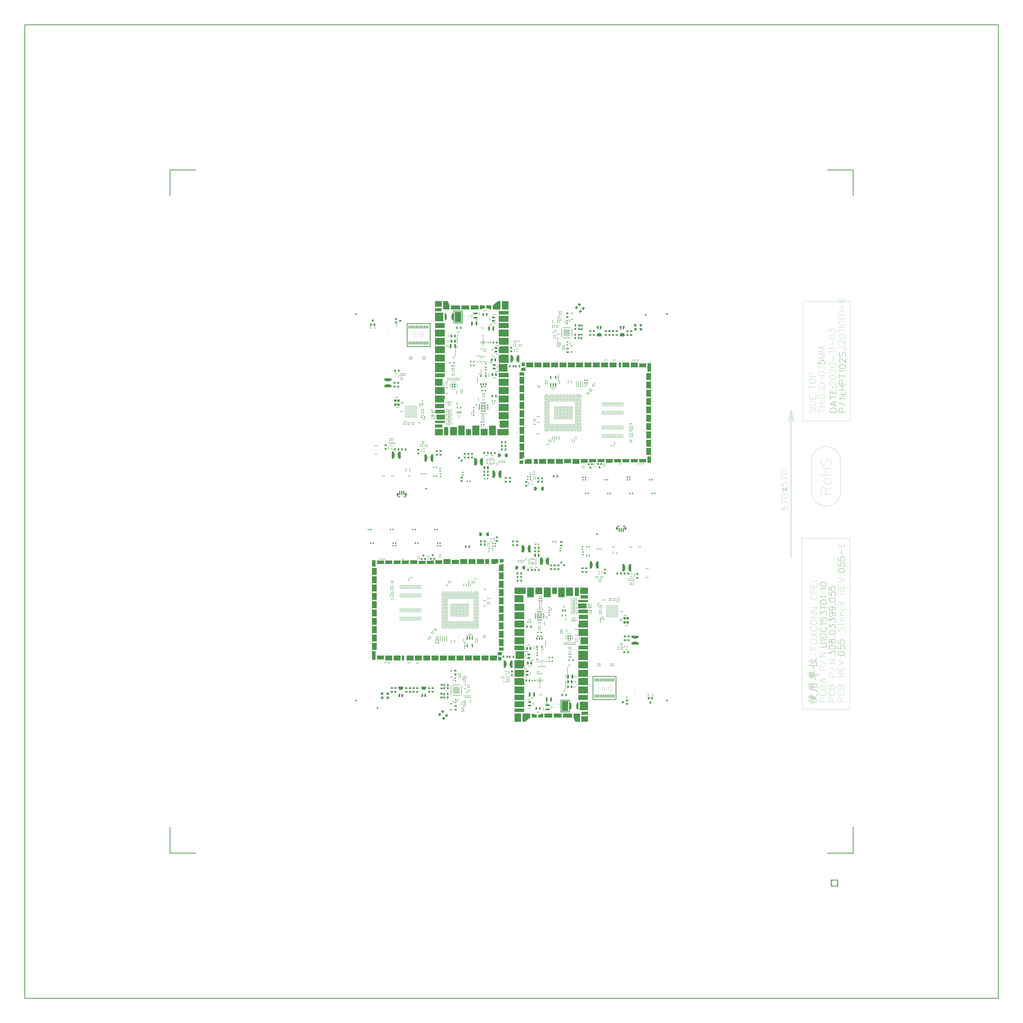
<source format=gbr>
G04 CAM350/DFMSTREAM V12.1 (Build 1022) Date:  Tue Dec 08 10:40:12 2020 *
G04 Database: e:\xac nhan khuon in\u10c153t10\v055\new folder\u10c153t10-v055 top side 1107.cam *
G04 Layer 36: HPT102SJ2011001 *
%FSLAX24Y24*%
%MOIN*%
%SFA1.000B1.000*%

%MIA0B0*%
%IPPOS*%
%AMSPECIAL924_1*
20,1,0.0224410,-0.0037009,0.0000000,0.0037009,0.0000000,0.0000000*
20,1,0.0267720,-0.0015355,0.0000000,0.0015355,0.0000000,0.0000000*
1,1,0.0043310,0.0015350,0.0112200*
1,1,0.0043310,0.0015350,-0.0112200*
1,1,0.0043310,-0.0015350,-0.0112200*
1,1,0.0043310,-0.0015350,0.0112200*
%
%AMSPECIAL925_1*
20,1,0.0224410,-0.0039765,0.0000000,0.0039765,0.0000000,0.0000000*
20,1,0.0267720,-0.0018109,0.0000000,0.0018109,0.0000000,0.0000000*
1,1,0.0043310,0.0018110,0.0112200*
1,1,0.0043310,0.0018110,-0.0112200*
1,1,0.0043310,-0.0018110,-0.0112200*
1,1,0.0043310,-0.0018110,0.0112200*
%
%AMSPECIAL872_1*
20,1,0.0081500,-0.0160435,0.0000000,0.0160435,0.0000000,0.0000000*
20,1,0.0120870,-0.0140750,0.0000000,0.0140750,0.0000000,0.0000000*
1,1,0.0039370,0.0140750,0.0040750*
1,1,0.0039370,0.0140750,-0.0040750*
1,1,0.0039370,-0.0140750,-0.0040750*
1,1,0.0039370,-0.0140750,0.0040750*
%
%AMSPECIAL873_1*
20,1,0.0050390,-0.0160435,0.0000000,0.0160435,0.0000000,0.0000000*
20,1,0.0089760,-0.0140750,0.0000000,0.0140750,0.0000000,0.0000000*
1,1,0.0039370,0.0140750,0.0025200*
1,1,0.0039370,0.0140750,-0.0025200*
1,1,0.0039370,-0.0140750,-0.0025200*
1,1,0.0039370,-0.0140750,0.0025200*
%
%AMROUNDED423*
20,1,0.0479930,-0.0147640,0.0000000,0.0147640,0.0000000,0.0000000*
20,1,0.0519300,-0.0127955,0.0000000,0.0127955,0.0000000,0.0000000*
1,1,0.0039370,0.0127950,0.0239960*
1,1,0.0039370,0.0127950,-0.0239960*
1,1,0.0039370,-0.0127950,-0.0239960*
1,1,0.0039370,-0.0127950,0.0239960*
%
%AMROUNDED935*
20,1,0.0669690,-0.0125000,0.0000000,0.0125000,0.0000000,0.0000000*
20,1,0.0709060,-0.0105315,0.0000000,0.0105315,0.0000000,0.0000000*
1,1,0.0039370,0.0105310,0.0334840*
1,1,0.0039370,0.0105310,-0.0334840*
1,1,0.0039370,-0.0105310,-0.0334840*
1,1,0.0039370,-0.0105310,0.0334840*
%
%AMROUNDED42*
20,1,0.0139370,-0.0100000,0.0000000,0.0100000,0.0000000,0.0000000*
20,1,0.0178740,-0.0080315,0.0000000,0.0080315,0.0000000,0.0000000*
1,1,0.0039370,0.0080310,0.0069690*
1,1,0.0039370,0.0080310,-0.0069690*
1,1,0.0039370,-0.0080310,-0.0069690*
1,1,0.0039370,-0.0080310,0.0069690*
%
%AMROUNDED43*
20,1,0.0160630,-0.0089370,0.0000000,0.0089370,0.0000000,0.0000000*
20,1,0.0200000,-0.0069685,0.0000000,0.0069685,0.0000000,0.0000000*
1,1,0.0039370,0.0069690,0.0080310*
1,1,0.0039370,0.0069690,-0.0080310*
1,1,0.0039370,-0.0069690,-0.0080310*
1,1,0.0039370,-0.0069690,0.0080310*
%
%AMSPECIAL804*
20,1,0.0033460,-0.0179530,0.0000000,0.0179530,0.0000000,0.0000000*
20,1,0.0072830,-0.0159845,0.0000000,0.0159845,0.0000000,0.0000000*
1,1,0.0039370,0.0159840,0.0016730*
1,1,0.0039370,0.0159840,-0.0016730*
1,1,0.0039370,-0.0159840,-0.0016730*
1,1,0.0039370,-0.0159840,0.0016730*
%
%AMSPECIAL805*
20,1,0.0400790,-0.0036615,0.0000000,0.0036615,0.0000000,0.0000000*
20,1,0.0440160,-0.0016930,0.0000000,0.0016930,0.0000000,0.0000000*
1,1,0.0039370,0.0016930,0.0200390*
1,1,0.0039370,0.0016930,-0.0200390*
1,1,0.0039370,-0.0016930,-0.0200390*
1,1,0.0039370,-0.0016930,0.0200390*
%
%AMSPECIAL922*
20,1,0.0319690,-0.0036415,0.0000000,0.0036415,0.0000000,0.0000000*
20,1,0.0359060,-0.0016730,0.0000000,0.0016730,0.0000000,0.0000000*
1,1,0.0039370,0.0016730,0.0159840*
1,1,0.0039370,0.0016730,-0.0159840*
1,1,0.0039370,-0.0016730,-0.0159840*
1,1,0.0039370,-0.0016730,0.0159840*
%
%AMSPECIAL923*
20,1,0.0319690,-0.0039370,0.0000000,0.0039370,0.0000000,0.0000000*
20,1,0.0359060,-0.0019685,0.0000000,0.0019685,0.0000000,0.0000000*
1,1,0.0039370,0.0019690,0.0159840*
1,1,0.0039370,0.0019690,-0.0159840*
1,1,0.0039370,-0.0019690,-0.0159840*
1,1,0.0039370,-0.0019690,0.0159840*
%
%AMSPECIAL930*
20,1,0.0439760,-0.0098425,0.0000000,0.0098425,0.0000000,0.0000000*
20,1,0.0479130,-0.0078740,0.0000000,0.0078740,0.0000000,0.0000000*
1,1,0.0039370,0.0078740,0.0219880*
1,1,0.0039370,0.0078740,-0.0219880*
1,1,0.0039370,-0.0078740,-0.0219880*
1,1,0.0039370,-0.0078740,0.0219880*
%
%AMSPECIAL932*
20,1,0.0220080,-0.0059055,0.0000000,0.0059055,0.0000000,0.0000000*
20,1,0.0259450,-0.0039370,0.0000000,0.0039370,0.0000000,0.0000000*
1,1,0.0039370,0.0039370,0.0110040*
1,1,0.0039370,0.0039370,-0.0110040*
1,1,0.0039370,-0.0039370,-0.0110040*
1,1,0.0039370,-0.0039370,0.0110040*
%
%AMSPECIAL933*
20,1,0.0220080,-0.0043305,0.0000000,0.0043305,0.0000000,0.0000000*
20,1,0.0259450,-0.0023620,0.0000000,0.0023620,0.0000000,0.0000000*
1,1,0.0039370,0.0023620,0.0110040*
1,1,0.0039370,0.0023620,-0.0110040*
1,1,0.0039370,-0.0023620,-0.0110040*
1,1,0.0039370,-0.0023620,0.0110040*
%
%AMSPECIAL937*
20,1,0.0359840,-0.0059055,0.0000000,0.0059055,0.0000000,0.0000000*
20,1,0.0399210,-0.0039370,0.0000000,0.0039370,0.0000000,0.0000000*
1,1,0.0039370,0.0039370,0.0179920*
1,1,0.0039370,0.0039370,-0.0179920*
1,1,0.0039370,-0.0039370,-0.0179920*
1,1,0.0039370,-0.0039370,0.0179920*
%
%AMSPECIAL948*
20,1,0.0157480,-0.0098425,0.0000000,0.0098425,0.0000000,0.0000000*
20,1,0.0196850,-0.0078740,0.0000000,0.0078740,0.0000000,0.0000000*
1,1,0.0039370,0.0078740,0.0078740*
1,1,0.0039370,0.0078740,-0.0078740*
1,1,0.0039370,-0.0078740,-0.0078740*
1,1,0.0039370,-0.0078740,0.0078740*
%
%ADD17C,0.04000*%
%ADD502C,0.00512*%
%ADD503C,0.00394*%
%ADD512O,0.00827X0.01653*%
%ADD513O,0.01653X0.00827*%
%ADD514O,0.00728X0.02953*%
%ADD515O,0.02953X0.00728*%
%ADD517O,0.01752X0.01909*%
%ADD518O,0.01909X0.01752*%
%ADD520R,0.03347X0.03347*%
%ADD521SPECIAL924_1*%
%ADD522SPECIAL925_1*%
%ADD523O,0.04724X0.07087*%
%ADD525C,0.01205*%
%ADD526R,0.05213X0.05516*%
%ADD527R,0.03996X0.04201*%
%ADD529C,0.01795*%
%ADD530SPECIAL872_1*%
%ADD531SPECIAL873_1*%
%ADD559R,0.14961X0.23622*%
%ADD560O,0.01969X0.07480*%
%ADD565ROUNDED423*%
%ADD566ROUNDED935*%
%ADD570ROUNDED42*%
%ADD571ROUNDED43*%
%ADD755C,0.00000*%
%ADD756C,0.00197*%
%ADD757C,0.00118*%
%ADD774R,0.22420X0.11811*%
%ADD779O,0.02400X0.09252*%
%ADD793C,0.01575*%
%ADD804SPECIAL804*%
%ADD805SPECIAL805*%
%ADD922SPECIAL922*%
%ADD923SPECIAL923*%
%ADD927R,0.04000X0.04500*%
%ADD928R,0.04500X0.04000*%
%ADD930SPECIAL930*%
%ADD932SPECIAL932*%
%ADD933SPECIAL933*%
%ADD937SPECIAL937*%
%ADD948SPECIAL948*%
%ADD949C,0.01752*%
%ADD960C,0.00118*%
%ADD961C,0.00512*%
%ADD962C,0.00039*%
%ADD964O,0.04016X0.01102*%
%ADD965O,0.01102X0.04016*%
%ADD966O,0.02953X0.00827*%
%LNHPT102SJ2011001*%
%LPD*%
G36*
X59447Y-31164D02*
G01X59570Y-31041D01*
X59581Y-31052*
X59458Y-31175*
X59447Y-31164*
G37*
G36*
Y-33054D02*
G01X59570Y-32931D01*
X59581Y-32942*
X59458Y-33065*
X59447Y-33054*
G37*
G36*
Y-38403D02*
G01X59570Y-38280D01*
X59581Y-38291*
X59458Y-38414*
X59447Y-38403*
G37*
G36*
X12866Y-75174D02*
G01X12989Y-75051D01*
X13000Y-75062*
X12877Y-75185*
X12866Y-75174*
G37*
G36*
Y-80523D02*
G01X12989Y-80400D01*
X13000Y-80411*
X12877Y-80534*
X12866Y-80523*
G37*
G36*
X8134Y-80411D02*
G01X8145Y-80400D01*
X8268Y-80523*
X8257Y-80534*
X8134Y-80411*
G37*
G36*
X59447Y-36513D02*
G01X59570Y-36389D01*
X59581Y-36400*
X59458Y-36524*
X59447Y-36513*
G37*
G36*
X54715Y-32941D02*
G01X54726Y-32930D01*
X54849Y-33054*
X54838Y-33065*
X54715Y-32941*
G37*
G36*
Y-38290D02*
G01X54726Y-38279D01*
X54849Y-38403*
X54838Y-38414*
X54715Y-38290*
G37*
G36*
X12866Y-73285D02*
G01X12989Y-73161D01*
X13000Y-73172*
X12877Y-73296*
X12866Y-73285*
G37*
G36*
Y-74425D02*
G01X12877Y-74414D01*
X13000Y-74538*
X12989Y-74549*
X12866Y-74425*
G37*
G36*
Y-78634D02*
G01X12989Y-78510D01*
X13000Y-78521*
X12877Y-78645*
X12866Y-78634*
G37*
G36*
Y-79774D02*
G01X12877Y-79763D01*
X13000Y-79887*
X12989Y-79898*
X12866Y-79774*
G37*
G36*
X8134Y-73172D02*
G01X8145Y-73161D01*
X8268Y-73285*
X8257Y-73296*
X8134Y-73172*
G37*
G36*
Y-75062D02*
G01X8145Y-75051D01*
X8268Y-75175*
X8257Y-75186*
X8134Y-75062*
G37*
G36*
Y-78521D02*
G01X8145Y-78510D01*
X8268Y-78634*
X8257Y-78645*
X8134Y-78521*
G37*
G36*
X59446Y-32305D02*
G01X59457Y-32294D01*
X59581Y-32417*
X59570Y-32428*
X59446Y-32305*
G37*
G36*
Y-35764D02*
G01X59457Y-35753D01*
X59581Y-35876*
X59570Y-35887*
X59446Y-35764*
G37*
G36*
Y-37654D02*
G01X59457Y-37643D01*
X59581Y-37766*
X59570Y-37777*
X59446Y-37654*
G37*
G36*
X54714Y-31052D02*
G01X54725Y-31041D01*
X54849Y-31164*
X54838Y-31175*
X54714Y-31052*
G37*
G36*
Y-32417D02*
G01X54838Y-32294D01*
X54849Y-32305*
X54725Y-32428*
X54714Y-32417*
G37*
G36*
Y-37766D02*
G01X54838Y-37643D01*
X54849Y-37654*
X54725Y-37777*
X54714Y-37766*
G37*
G36*
X12865Y-72536D02*
G01X12876Y-72525D01*
X13000Y-72648*
X12989Y-72659*
X12865Y-72536*
G37*
G36*
Y-77885D02*
G01X12876Y-77874D01*
X13000Y-77997*
X12989Y-78008*
X12865Y-77885*
G37*
G36*
X59446Y-30415D02*
G01X59457Y-30404D01*
X59581Y-30528*
X59570Y-30539*
X59446Y-30415*
G37*
G36*
X54714Y-30528D02*
G01X54838Y-30404D01*
X54849Y-30415*
X54725Y-30539*
X54714Y-30528*
G37*
G36*
Y-35877D02*
G01X54838Y-35753D01*
X54849Y-35764*
X54725Y-35888*
X54714Y-35877*
G37*
G36*
Y-36400D02*
G01X54725Y-36389D01*
X54849Y-36513*
X54838Y-36524*
X54714Y-36400*
G37*
G36*
X8133Y-72648D02*
G01X8257Y-72524D01*
X8268Y-72535*
X8144Y-72659*
X8133Y-72648*
G37*
G36*
Y-74538D02*
G01X8257Y-74414D01*
X8268Y-74425*
X8144Y-74549*
X8133Y-74538*
G37*
G36*
Y-77997D02*
G01X8257Y-77873D01*
X8268Y-77884*
X8144Y-78008*
X8133Y-77997*
G37*
G36*
Y-79887D02*
G01X8257Y-79763D01*
X8268Y-79774*
X8144Y-79898*
X8133Y-79887*
G37*
G36*
X28071Y-44443D02*
G01Y-44409D01*
X28075Y-44398*
X28085Y-44391*
X28090Y-44390*
X28319*
X28331Y-44395*
X28338Y-44405*
Y-44425*
X28300Y-44463*
X28091*
X28079Y-44459*
X28072Y-44449*
X28071Y-44443*
G37*
G36*
X39376Y-66533D02*
G01Y-66513D01*
X39414Y-66475*
X39623*
X39635Y-66479*
X39642Y-66489*
X39643Y-66495*
Y-66529*
X39639Y-66540*
X39629Y-66547*
X39624Y-66548*
X39395*
X39383Y-66543*
X39376Y-66533*
G37*
G36*
X39287Y-66486D02*
G01Y-66256D01*
X39288Y-66251*
X39294Y-66241*
X39306Y-66237*
X39340*
X39346Y-66238*
X39356Y-66245*
X39360Y-66257*
Y-66467*
X39322Y-66505*
X39306*
X39302Y-66504*
X39291Y-66497*
X39287Y-66486*
G37*
G36*
X38028Y-66467D02*
G01Y-66257D01*
X38032Y-66245*
X38042Y-66238*
X38048Y-66237*
X38082*
X38094Y-66241*
X38101Y-66251*
Y-66486*
X38097Y-66497*
X38086Y-66504*
X38082Y-66505*
X38066*
X38028Y-66467*
G37*
G36*
X29613Y-44687D02*
G01Y-44452D01*
X29617Y-44441*
X29628Y-44434*
X29632Y-44433*
X29648*
X29686Y-44471*
Y-44681*
X29682Y-44693*
X29672Y-44700*
X29666Y-44701*
X29632*
X29620Y-44697*
X29613Y-44687*
G37*
G36*
X37745Y-67471D02*
G01Y-67437D01*
X37750Y-67425*
X37760Y-67419*
X37765Y-67418*
X37994*
X38006Y-67422*
X38013Y-67433*
Y-67453*
X37975Y-67491*
X37765*
X37754Y-67487*
X37746Y-67477*
X37745Y-67471*
G37*
G36*
X38029Y-67709D02*
G01Y-67499D01*
X38067Y-67461*
X38083*
X38087Y-67462*
X38097Y-67468*
X38102Y-67480*
Y-67709*
X38101Y-67714*
X38094Y-67725*
X38083Y-67729*
X38049*
X38043Y-67728*
X38032Y-67721*
X38029Y-67709*
G37*
G36*
X29612Y-43458D02*
G01Y-43229D01*
X29613Y-43224*
X29620Y-43213*
X29631Y-43209*
X29665*
X29671Y-43210*
X29682Y-43217*
X29685Y-43229*
Y-43439*
X29647Y-43477*
X29631*
X29627Y-43476*
X29617Y-43470*
X29612Y-43458*
G37*
G36*
X28354Y-44681D02*
G01Y-44471D01*
X28392Y-44433*
X28408*
X28412Y-44434*
X28423Y-44441*
X28427Y-44452*
Y-44682*
X28426Y-44687*
X28420Y-44697*
X28408Y-44701*
X28374*
X28368Y-44700*
X28358Y-44693*
X28354Y-44681*
G37*
G36*
X39377Y-67454D02*
G01Y-67438D01*
X39378Y-67434*
X39384Y-67424*
X39396Y-67419*
X39625*
X39630Y-67420*
X39640Y-67426*
X39645Y-67438*
Y-67472*
X39644Y-67478*
X39637Y-67488*
X39625Y-67492*
X39415*
X39377Y-67454*
G37*
G36*
X37745Y-66529D02*
G01Y-66495D01*
X37746Y-66489*
X37753Y-66479*
X37765Y-66475*
X37975*
X38013Y-66513*
Y-66529*
X38012Y-66533*
X38005Y-66543*
X37994Y-66548*
X37764*
X37760Y-66547*
X37749Y-66541*
X37745Y-66529*
G37*
G36*
X29701Y-43505D02*
G01Y-43485D01*
X29739Y-43447*
X29949*
X29960Y-43451*
X29968Y-43461*
X29969Y-43467*
Y-43501*
X29964Y-43513*
X29954Y-43519*
X29949Y-43520*
X29720*
X29708Y-43516*
X29701Y-43505*
G37*
G36*
Y-44409D02*
G01X29702Y-44405D01*
X29709Y-44395*
X29720Y-44390*
X29950*
X29954Y-44391*
X29965Y-44397*
X29969Y-44409*
Y-44443*
X29968Y-44449*
X29961Y-44459*
X29949Y-44463*
X29739*
X29701Y-44425*
Y-44409*
G37*
G36*
X28069Y-43500D02*
G01Y-43466D01*
X28070Y-43460*
X28077Y-43450*
X28089Y-43446*
X28299*
X28337Y-43484*
Y-43500*
X28336Y-43504*
X28330Y-43514*
X28318Y-43519*
X28089*
X28084Y-43518*
X28074Y-43512*
X28069Y-43500*
G37*
G36*
X39288Y-67711D02*
G01Y-67481D01*
X39293Y-67470*
X39303Y-67463*
X39307Y-67462*
X39324*
X39362Y-67500*
Y-67710*
X39358Y-67722*
X39348Y-67729*
X39342Y-67730*
X39307*
X39296Y-67726*
X39289Y-67716*
X39288Y-67711*
G37*
G36*
X28352Y-43438D02*
G01Y-43228D01*
X28356Y-43216*
X28366Y-43209*
X28372Y-43208*
X28407*
X28418Y-43212*
X28425Y-43222*
X28426Y-43227*
Y-43457*
X28421Y-43468*
X28411Y-43475*
X28407Y-43476*
X28390*
X28352Y-43438*
G37*
G36*
X47199Y-13854D02*
G01Y-13795D01*
X47200Y-13781*
X47209Y-13759*
X47225Y-13741*
X47245Y-13730*
X47268Y-13726*
X47282Y-13727*
X47304Y-13736*
X47322Y-13752*
X47333Y-13772*
X47337Y-13795*
Y-13854*
X47336Y-13868*
X47327Y-13890*
X47311Y-13908*
X47291Y-13919*
X47268Y-13923*
X47254Y-13922*
X47232Y-13913*
X47214Y-13897*
X47203Y-13877*
X47199Y-13854*
G37*
G36*
Y-14154D02*
G01Y-14095D01*
X47200Y-14081*
X47209Y-14059*
X47225Y-14041*
X47245Y-14030*
X47268Y-14026*
X47282Y-14027*
X47304Y-14036*
X47322Y-14052*
X47333Y-14072*
X47337Y-14095*
Y-14154*
X47336Y-14168*
X47327Y-14190*
X47311Y-14208*
X47291Y-14219*
X47268Y-14223*
X47254Y-14222*
X47232Y-14213*
X47214Y-14197*
X47203Y-14177*
X47199Y-14154*
G37*
G36*
Y-14454D02*
G01Y-14395D01*
X47200Y-14381*
X47209Y-14359*
X47225Y-14341*
X47245Y-14330*
X47268Y-14326*
X47282Y-14327*
X47304Y-14336*
X47322Y-14352*
X47333Y-14372*
X47337Y-14395*
Y-14454*
X47336Y-14468*
X47327Y-14490*
X47311Y-14508*
X47291Y-14519*
X47268Y-14523*
X47254Y-14522*
X47232Y-14513*
X47214Y-14497*
X47203Y-14477*
X47199Y-14454*
G37*
G36*
Y-14754D02*
G01Y-14695D01*
X47200Y-14681*
X47209Y-14659*
X47225Y-14641*
X47245Y-14630*
X47268Y-14626*
X47282Y-14627*
X47304Y-14636*
X47322Y-14652*
X47333Y-14672*
X47337Y-14695*
Y-14754*
X47336Y-14768*
X47327Y-14790*
X47311Y-14808*
X47291Y-14819*
X47268Y-14823*
X47254Y-14822*
X47232Y-14813*
X47214Y-14797*
X47203Y-14777*
X47199Y-14754*
G37*
G36*
X46924Y-13578D02*
G01X46925Y-13564D01*
X46934Y-13542*
X46950Y-13524*
X46970Y-13513*
X46993Y-13509*
X47052*
X47066Y-13510*
X47088Y-13519*
X47106Y-13535*
X47117Y-13555*
X47121Y-13578*
X47120Y-13592*
X47111Y-13614*
X47095Y-13632*
X47075Y-13643*
X47052Y-13647*
X46993*
X46979Y-13646*
X46957Y-13637*
X46939Y-13621*
X46928Y-13601*
X46924Y-13578*
G37*
G36*
X46923Y-14971D02*
G01X46924Y-14957D01*
X46933Y-14935*
X46949Y-14917*
X46969Y-14906*
X46992Y-14902*
X47051*
X47065Y-14903*
X47087Y-14912*
X47105Y-14928*
X47116Y-14948*
X47120Y-14971*
X47119Y-14985*
X47110Y-15007*
X47094Y-15025*
X47074Y-15036*
X47051Y-15040*
X46992*
X46978Y-15039*
X46956Y-15030*
X46938Y-15014*
X46927Y-14994*
X46923Y-14971*
G37*
G36*
X46624Y-13578D02*
G01X46625Y-13564D01*
X46634Y-13542*
X46650Y-13524*
X46670Y-13513*
X46693Y-13509*
X46752*
X46766Y-13510*
X46788Y-13519*
X46806Y-13535*
X46817Y-13555*
X46821Y-13578*
X46820Y-13592*
X46811Y-13614*
X46795Y-13632*
X46775Y-13643*
X46752Y-13647*
X46693*
X46679Y-13646*
X46657Y-13637*
X46639Y-13621*
X46628Y-13601*
X46624Y-13578*
G37*
G36*
X46623Y-14971D02*
G01X46624Y-14957D01*
X46633Y-14935*
X46649Y-14917*
X46669Y-14906*
X46692Y-14902*
X46751*
X46765Y-14903*
X46787Y-14912*
X46805Y-14928*
X46816Y-14948*
X46820Y-14971*
X46819Y-14985*
X46810Y-15007*
X46794Y-15025*
X46774Y-15036*
X46751Y-15040*
X46692*
X46678Y-15039*
X46656Y-15030*
X46638Y-15014*
X46627Y-14994*
X46623Y-14971*
G37*
G36*
X46324Y-13578D02*
G01X46325Y-13564D01*
X46334Y-13542*
X46350Y-13524*
X46370Y-13513*
X46393Y-13509*
X46452*
X46466Y-13510*
X46488Y-13519*
X46506Y-13535*
X46517Y-13555*
X46521Y-13578*
X46520Y-13592*
X46511Y-13614*
X46495Y-13632*
X46475Y-13643*
X46452Y-13647*
X46393*
X46379Y-13646*
X46357Y-13637*
X46339Y-13621*
X46328Y-13601*
X46324Y-13578*
G37*
G36*
X46323Y-14971D02*
G01X46324Y-14957D01*
X46333Y-14935*
X46349Y-14917*
X46369Y-14906*
X46392Y-14902*
X46451*
X46465Y-14903*
X46487Y-14912*
X46505Y-14928*
X46516Y-14948*
X46520Y-14971*
X46519Y-14985*
X46510Y-15007*
X46494Y-15025*
X46474Y-15036*
X46451Y-15040*
X46392*
X46378Y-15039*
X46356Y-15030*
X46338Y-15014*
X46327Y-14994*
X46323Y-14971*
G37*
G36*
X46024Y-13578D02*
G01X46025Y-13564D01*
X46034Y-13542*
X46050Y-13524*
X46070Y-13513*
X46093Y-13509*
X46152*
X46166Y-13510*
X46188Y-13519*
X46206Y-13535*
X46217Y-13555*
X46221Y-13578*
X46220Y-13592*
X46211Y-13614*
X46195Y-13632*
X46175Y-13643*
X46152Y-13647*
X46093*
X46079Y-13646*
X46057Y-13637*
X46039Y-13621*
X46028Y-13601*
X46024Y-13578*
G37*
G36*
X46023Y-14971D02*
G01X46024Y-14957D01*
X46033Y-14935*
X46049Y-14917*
X46069Y-14906*
X46092Y-14902*
X46151*
X46165Y-14903*
X46187Y-14912*
X46205Y-14928*
X46216Y-14948*
X46220Y-14971*
X46219Y-14985*
X46210Y-15007*
X46194Y-15025*
X46174Y-15036*
X46151Y-15040*
X46092*
X46078Y-15039*
X46056Y-15030*
X46038Y-15014*
X46027Y-14994*
X46023Y-14971*
G37*
G36*
X45805Y-13856D02*
G01Y-13796D01*
X45806Y-13783*
X45815Y-13761*
X45831Y-13743*
X45851Y-13732*
X45874Y-13728*
X45888Y-13729*
X45910Y-13738*
X45927Y-13753*
X45939Y-13773*
X45943Y-13796*
Y-13856*
X45942Y-13870*
X45933Y-13892*
X45917Y-13910*
X45897Y-13921*
X45874Y-13925*
X45860Y-13924*
X45838Y-13915*
X45820Y-13899*
X45809Y-13879*
X45805Y-13856*
G37*
G36*
Y-14156D02*
G01Y-14097D01*
X45806Y-14083*
X45815Y-14061*
X45831Y-14043*
X45851Y-14032*
X45874Y-14028*
X45888Y-14029*
X45910Y-14038*
X45928Y-14054*
X45939Y-14074*
X45943Y-14097*
Y-14156*
X45942Y-14170*
X45933Y-14192*
X45917Y-14210*
X45897Y-14221*
X45874Y-14225*
X45860Y-14224*
X45838Y-14215*
X45820Y-14199*
X45809Y-14179*
X45805Y-14156*
G37*
G36*
Y-14456D02*
G01Y-14397D01*
X45806Y-14383*
X45815Y-14361*
X45831Y-14343*
X45851Y-14332*
X45874Y-14328*
X45888Y-14329*
X45910Y-14338*
X45928Y-14354*
X45939Y-14374*
X45943Y-14397*
Y-14456*
X45942Y-14470*
X45933Y-14492*
X45917Y-14510*
X45897Y-14521*
X45874Y-14525*
X45860Y-14524*
X45838Y-14515*
X45820Y-14499*
X45809Y-14479*
X45805Y-14456*
G37*
G36*
Y-14756D02*
G01Y-14697D01*
X45806Y-14683*
X45815Y-14661*
X45831Y-14643*
X45851Y-14632*
X45874Y-14628*
X45888Y-14629*
X45910Y-14638*
X45928Y-14654*
X45939Y-14674*
X45943Y-14697*
Y-14756*
X45942Y-14770*
X45933Y-14792*
X45917Y-14810*
X45897Y-14821*
X45874Y-14825*
X45860Y-14824*
X45838Y-14815*
X45820Y-14799*
X45809Y-14779*
X45805Y-14756*
G37*
G36*
X21771Y-96241D02*
G01Y-96182D01*
X21772Y-96168*
X21781Y-96146*
X21797Y-96128*
X21817Y-96117*
X21840Y-96113*
X21854Y-96114*
X21876Y-96123*
X21894Y-96139*
X21905Y-96159*
X21909Y-96182*
Y-96241*
X21908Y-96255*
X21899Y-96277*
X21883Y-96295*
X21863Y-96306*
X21840Y-96310*
X21826Y-96309*
X21804Y-96300*
X21786Y-96284*
X21775Y-96264*
X21771Y-96241*
G37*
G36*
Y-96541D02*
G01Y-96482D01*
X21772Y-96468*
X21781Y-96446*
X21797Y-96428*
X21817Y-96417*
X21840Y-96413*
X21854Y-96414*
X21876Y-96423*
X21894Y-96439*
X21905Y-96459*
X21909Y-96482*
Y-96541*
X21908Y-96555*
X21899Y-96577*
X21883Y-96595*
X21863Y-96606*
X21840Y-96610*
X21826Y-96609*
X21804Y-96600*
X21786Y-96584*
X21775Y-96564*
X21771Y-96541*
G37*
G36*
Y-96841D02*
G01Y-96782D01*
X21772Y-96768*
X21781Y-96746*
X21797Y-96728*
X21817Y-96717*
X21840Y-96713*
X21854Y-96714*
X21876Y-96723*
X21894Y-96739*
X21905Y-96759*
X21909Y-96782*
Y-96841*
X21908Y-96855*
X21899Y-96877*
X21883Y-96895*
X21863Y-96906*
X21840Y-96910*
X21826Y-96909*
X21804Y-96900*
X21786Y-96884*
X21775Y-96864*
X21771Y-96841*
G37*
G36*
Y-97142D02*
G01Y-97082D01*
X21772Y-97068*
X21781Y-97046*
X21797Y-97028*
X21817Y-97017*
X21840Y-97013*
X21854Y-97014*
X21876Y-97023*
X21894Y-97039*
X21905Y-97059*
X21909Y-97082*
Y-97142*
X21908Y-97155*
X21899Y-97177*
X21883Y-97195*
X21863Y-97206*
X21840Y-97210*
X21826Y-97209*
X21804Y-97200*
X21787Y-97185*
X21775Y-97165*
X21771Y-97142*
G37*
G36*
X21494Y-95967D02*
G01X21495Y-95953D01*
X21504Y-95931*
X21520Y-95913*
X21540Y-95902*
X21563Y-95898*
X21622*
X21636Y-95899*
X21658Y-95908*
X21676Y-95924*
X21687Y-95944*
X21691Y-95967*
X21690Y-95981*
X21681Y-96003*
X21665Y-96021*
X21645Y-96032*
X21622Y-96036*
X21563*
X21549Y-96035*
X21527Y-96026*
X21509Y-96010*
X21498Y-95990*
X21494Y-95967*
G37*
G36*
X21493Y-97360D02*
G01X21494Y-97346D01*
X21503Y-97324*
X21519Y-97306*
X21539Y-97295*
X21562Y-97291*
X21621*
X21635Y-97292*
X21657Y-97301*
X21675Y-97317*
X21686Y-97337*
X21690Y-97360*
X21689Y-97374*
X21680Y-97396*
X21664Y-97414*
X21644Y-97425*
X21621Y-97429*
X21562*
X21548Y-97428*
X21526Y-97419*
X21508Y-97403*
X21497Y-97383*
X21493Y-97360*
G37*
G36*
X21194Y-95967D02*
G01X21195Y-95953D01*
X21204Y-95931*
X21220Y-95913*
X21240Y-95902*
X21263Y-95898*
X21322*
X21336Y-95899*
X21358Y-95908*
X21376Y-95924*
X21387Y-95944*
X21391Y-95967*
X21390Y-95981*
X21381Y-96003*
X21365Y-96021*
X21345Y-96032*
X21322Y-96036*
X21263*
X21249Y-96035*
X21227Y-96026*
X21209Y-96010*
X21198Y-95990*
X21194Y-95967*
G37*
G36*
X21193Y-97360D02*
G01X21194Y-97346D01*
X21203Y-97324*
X21219Y-97306*
X21239Y-97295*
X21262Y-97291*
X21321*
X21335Y-97292*
X21357Y-97301*
X21375Y-97317*
X21386Y-97337*
X21390Y-97360*
X21389Y-97374*
X21380Y-97396*
X21364Y-97414*
X21344Y-97425*
X21321Y-97429*
X21262*
X21248Y-97428*
X21226Y-97419*
X21208Y-97403*
X21197Y-97383*
X21193Y-97360*
G37*
G36*
X20894Y-95967D02*
G01X20895Y-95953D01*
X20904Y-95931*
X20920Y-95913*
X20940Y-95902*
X20963Y-95898*
X21022*
X21036Y-95899*
X21058Y-95908*
X21076Y-95924*
X21087Y-95944*
X21091Y-95967*
X21090Y-95981*
X21081Y-96003*
X21065Y-96021*
X21045Y-96032*
X21022Y-96036*
X20963*
X20949Y-96035*
X20927Y-96026*
X20909Y-96010*
X20898Y-95990*
X20894Y-95967*
G37*
G36*
X20893Y-97360D02*
G01X20894Y-97346D01*
X20903Y-97324*
X20919Y-97306*
X20939Y-97295*
X20962Y-97291*
X21021*
X21035Y-97292*
X21057Y-97301*
X21075Y-97317*
X21086Y-97337*
X21090Y-97360*
X21089Y-97374*
X21080Y-97396*
X21064Y-97414*
X21044Y-97425*
X21021Y-97429*
X20962*
X20948Y-97428*
X20926Y-97419*
X20908Y-97403*
X20897Y-97383*
X20893Y-97360*
G37*
G36*
X20594Y-95967D02*
G01X20595Y-95953D01*
X20604Y-95931*
X20620Y-95913*
X20640Y-95902*
X20663Y-95898*
X20722*
X20736Y-95899*
X20758Y-95908*
X20776Y-95924*
X20787Y-95944*
X20791Y-95967*
X20790Y-95981*
X20781Y-96003*
X20765Y-96021*
X20745Y-96032*
X20722Y-96036*
X20663*
X20649Y-96035*
X20627Y-96026*
X20609Y-96010*
X20598Y-95990*
X20594Y-95967*
G37*
G36*
X20593Y-97360D02*
G01X20594Y-97346D01*
X20603Y-97324*
X20619Y-97306*
X20639Y-97295*
X20662Y-97291*
X20721*
X20735Y-97292*
X20757Y-97301*
X20775Y-97317*
X20786Y-97337*
X20790Y-97360*
X20789Y-97374*
X20780Y-97396*
X20764Y-97414*
X20744Y-97425*
X20721Y-97429*
X20662*
X20648Y-97428*
X20626Y-97419*
X20608Y-97403*
X20597Y-97383*
X20593Y-97360*
G37*
G36*
X20377Y-96243D02*
G01Y-96184D01*
X20378Y-96170*
X20387Y-96148*
X20403Y-96130*
X20423Y-96119*
X20446Y-96115*
X20460Y-96116*
X20482Y-96125*
X20500Y-96141*
X20511Y-96161*
X20515Y-96184*
Y-96243*
X20514Y-96257*
X20505Y-96279*
X20489Y-96297*
X20469Y-96308*
X20446Y-96312*
X20432Y-96311*
X20410Y-96302*
X20392Y-96286*
X20381Y-96266*
X20377Y-96243*
G37*
G36*
Y-96543D02*
G01Y-96484D01*
X20378Y-96470*
X20387Y-96448*
X20403Y-96430*
X20423Y-96419*
X20446Y-96415*
X20460Y-96416*
X20482Y-96425*
X20500Y-96441*
X20511Y-96461*
X20515Y-96484*
Y-96543*
X20514Y-96557*
X20505Y-96579*
X20489Y-96597*
X20469Y-96608*
X20446Y-96612*
X20432Y-96611*
X20410Y-96602*
X20392Y-96586*
X20381Y-96566*
X20377Y-96543*
G37*
G36*
Y-96843D02*
G01Y-96784D01*
X20378Y-96770*
X20387Y-96748*
X20403Y-96730*
X20423Y-96719*
X20446Y-96715*
X20460Y-96716*
X20482Y-96725*
X20500Y-96741*
X20511Y-96761*
X20515Y-96784*
Y-96843*
X20514Y-96857*
X20505Y-96879*
X20489Y-96897*
X20469Y-96908*
X20446Y-96912*
X20432Y-96911*
X20410Y-96902*
X20392Y-96886*
X20381Y-96866*
X20377Y-96843*
G37*
G36*
Y-97143D02*
G01Y-97084D01*
X20378Y-97070*
X20387Y-97048*
X20403Y-97030*
X20423Y-97019*
X20446Y-97015*
X20460Y-97016*
X20482Y-97025*
X20500Y-97041*
X20511Y-97061*
X20515Y-97084*
Y-97143*
X20514Y-97157*
X20505Y-97179*
X20489Y-97197*
X20469Y-97208*
X20446Y-97212*
X20432Y-97211*
X20410Y-97202*
X20392Y-97186*
X20381Y-97166*
X20377Y-97143*
G37*
G36*
X40383Y-79767D02*
G01Y-79597D01*
X40543*
Y-79747*
X40523Y-79767*
X40383*
G37*
G36*
X27171Y-31341D02*
G01Y-31191D01*
X27191Y-31171*
X27331*
Y-31341*
X27171*
G37*
G36*
X40383Y-79457D02*
G01Y-79297D01*
X40533*
X40537Y-79307*
X40543Y-79317*
Y-79477*
X40403*
X40383Y-79457*
G37*
G36*
X27171Y-31621D02*
G01Y-31461D01*
X27311*
X27331Y-31481*
Y-31641*
X27181*
X27177Y-31631*
X27171Y-31621*
G37*
G36*
X40093Y-79477D02*
G01Y-79307D01*
X40098Y-79302*
X40103Y-79297*
X40263*
Y-79477*
X40093*
G37*
G36*
Y-79757D02*
G01Y-79597D01*
X40273*
Y-79767*
X40113*
X40103Y-79761*
X40093Y-79757*
G37*
G36*
X27451Y-31641D02*
G01Y-31461D01*
X27621*
Y-31631*
X27616Y-31636*
X27611Y-31641*
X27451*
G37*
G36*
X27441Y-31341D02*
G01Y-31171D01*
X27601*
X27611Y-31177*
X27621Y-31181*
Y-31341*
X27441*
G37*
G36*
X44594Y-24318D02*
G01Y-24126D01*
X44773*
Y-24318*
X44594*
G37*
G36*
X22941Y-86812D02*
G01Y-86620D01*
X23120*
Y-86812*
X22941*
G37*
G36*
X47477Y-75576D02*
G01Y-75483D01*
X47737*
Y-75576*
X47650Y-75623*
X47563*
X47477Y-75576*
G37*
G36*
Y-75964D02*
G01Y-75870D01*
X47563Y-75824*
X47650*
X47737Y-75870*
Y-75964*
X47477*
G37*
G36*
X19977Y-35068D02*
G01Y-34974D01*
X20237*
Y-35068*
X20151Y-35114*
X20064*
X19977Y-35068*
G37*
G36*
Y-35455D02*
G01Y-35362D01*
X20064Y-35315*
X20151*
X20237Y-35362*
Y-35455*
X19977*
G37*
G36*
X48698Y-75571D02*
G01Y-75477D01*
X48957*
Y-75571*
X48871Y-75618*
X48784*
X48698Y-75571*
G37*
G36*
Y-75959D02*
G01Y-75865D01*
X48784Y-75818*
X48871*
X48957Y-75865*
Y-75959*
X48698*
G37*
G36*
Y-77571D02*
G01Y-77477D01*
X48957*
Y-77571*
X48871Y-77618*
X48784*
X48698Y-77571*
G37*
G36*
Y-77959D02*
G01Y-77865D01*
X48784Y-77818*
X48871*
X48957Y-77865*
Y-77959*
X48698*
G37*
G36*
Y-78571D02*
G01Y-78477D01*
X48957*
Y-78571*
X48871Y-78618*
X48784*
X48698Y-78571*
G37*
G36*
Y-78959D02*
G01Y-78865D01*
X48784Y-78818*
X48871*
X48957Y-78865*
Y-78959*
X48698*
G37*
G36*
X47548Y-76571D02*
G01Y-76477D01*
X47807*
Y-76571*
X47721Y-76618*
X47634*
X47548Y-76571*
G37*
G36*
Y-76959D02*
G01Y-76865D01*
X47634Y-76818*
X47721*
X47807Y-76865*
Y-76959*
X47548*
G37*
G36*
Y-77571D02*
G01Y-77477D01*
X47807*
Y-77571*
X47721Y-77618*
X47634*
X47548Y-77571*
G37*
G36*
Y-77959D02*
G01Y-77865D01*
X47634Y-77818*
X47721*
X47807Y-77865*
Y-77959*
X47548*
G37*
G36*
Y-78571D02*
G01Y-78477D01*
X47807*
Y-78571*
X47721Y-78618*
X47634*
X47548Y-78571*
G37*
G36*
Y-78959D02*
G01Y-78865D01*
X47634Y-78818*
X47721*
X47807Y-78865*
Y-78959*
X47548*
G37*
G36*
X19907Y-32073D02*
G01Y-31979D01*
X20166*
Y-32073*
X20080Y-32120*
X19993*
X19907Y-32073*
G37*
G36*
Y-32461D02*
G01Y-32367D01*
X19993Y-32320*
X20080*
X20166Y-32367*
Y-32461*
X19907*
G37*
G36*
Y-33073D02*
G01Y-32979D01*
X20166*
Y-33073*
X20080Y-33120*
X19993*
X19907Y-33073*
G37*
G36*
Y-33461D02*
G01Y-33367D01*
X19993Y-33320*
X20080*
X20166Y-33367*
Y-33461*
X19907*
G37*
G36*
Y-34073D02*
G01Y-33979D01*
X20166*
Y-34073*
X20080Y-34120*
X19993*
X19907Y-34073*
G37*
G36*
Y-34461D02*
G01Y-34367D01*
X19993Y-34320*
X20080*
X20166Y-34367*
Y-34461*
X19907*
G37*
G36*
X18757Y-32073D02*
G01Y-31979D01*
X19016*
Y-32073*
X18930Y-32120*
X18843*
X18757Y-32073*
G37*
G36*
Y-32461D02*
G01Y-32367D01*
X18843Y-32320*
X18930*
X19016Y-32367*
Y-32461*
X18757*
G37*
G36*
Y-33073D02*
G01Y-32979D01*
X19016*
Y-33073*
X18930Y-33120*
X18843*
X18757Y-33073*
G37*
G36*
Y-33461D02*
G01Y-33367D01*
X18843Y-33320*
X18930*
X19016Y-33367*
Y-33461*
X18757*
G37*
G36*
Y-35073D02*
G01Y-34979D01*
X19016*
Y-35073*
X18930Y-35120*
X18843*
X18757Y-35073*
G37*
G36*
Y-35461D02*
G01Y-35367D01*
X18843Y-35320*
X18930*
X19016Y-35367*
Y-35461*
X18757*
G37*
G36*
X48705Y-76571D02*
G01Y-76477D01*
X48965*
Y-76571*
X48878Y-76618*
X48792*
X48705Y-76571*
G37*
G36*
Y-76959D02*
G01Y-76865D01*
X48792Y-76818*
X48878*
X48965Y-76865*
Y-76959*
X48705*
G37*
G36*
X18749Y-34073D02*
G01Y-33979D01*
X19009*
Y-34073*
X18922Y-34120*
X18836*
X18749Y-34073*
G37*
G36*
Y-34461D02*
G01Y-34367D01*
X18836Y-34320*
X18922*
X19009Y-34367*
Y-34461*
X18749*
G37*
G36*
X40383Y-79227D02*
G01Y-79027D01*
X40392Y-79005*
X40393Y-78997*
Y-78967*
X40513*
Y-78998*
X40517Y-79021*
X40528Y-79042*
X40533Y-79047*
Y-79197*
X40518Y-79216*
X40513Y-79227*
X40383*
G37*
G36*
X27181Y-31891D02*
G01Y-31741D01*
X27196Y-31722*
X27201Y-31711*
X27331*
Y-31911*
X27322Y-31933*
X27321Y-31941*
Y-31971*
X27201*
Y-31940*
X27197Y-31917*
X27186Y-31896*
X27181Y-31891*
G37*
G36*
X40383Y-80107D02*
G01Y-79837D01*
X40523*
X40543Y-79867*
Y-79997*
X40526Y-80014*
X40516Y-80035*
X40513Y-80055*
Y-80107*
X40383*
G37*
G36*
X27171Y-31071D02*
G01Y-30941D01*
X27188Y-30924*
X27198Y-30903*
X27201Y-30883*
Y-30831*
X27331*
Y-31101*
X27191*
X27171Y-31071*
G37*
G36*
X27451Y-31911D02*
G01Y-31711D01*
X27601*
X27617Y-31728*
X27621Y-31731*
Y-31891*
X27604Y-31908*
X27593Y-31929*
X27591Y-31941*
Y-31971*
X27461*
Y-31941*
X27455Y-31918*
X27451Y-31911*
G37*
G36*
X40093Y-79207D02*
G01Y-79047D01*
X40110Y-79030*
X40121Y-79009*
X40123Y-78997*
Y-78967*
X40253*
Y-78997*
X40259Y-79020*
X40263Y-79027*
Y-79227*
X40113*
X40097Y-79210*
X40093Y-79207*
G37*
G36*
X39753Y-79737D02*
G01Y-79607D01*
X39813*
X39836Y-79601*
X39843Y-79597*
X40023*
Y-79737*
X40004Y-79751*
X39993Y-79767*
X39873*
X39856Y-79750*
X39835Y-79740*
X39815Y-79737*
X39753*
G37*
G36*
X27691Y-31341D02*
G01Y-31201D01*
X27710Y-31187*
X27721Y-31171*
X27841*
X27858Y-31188*
X27879Y-31198*
X27899Y-31201*
X27961*
Y-31331*
X27901*
X27878Y-31337*
X27871Y-31341*
X27691*
G37*
G36*
X26821Y-31331D02*
G01Y-31201D01*
X26863*
X26886Y-31197*
X26907Y-31186*
X26921Y-31171*
X27071*
X27101Y-31191*
Y-31341*
X26901*
X26879Y-31332*
X26865Y-31331*
X26821*
G37*
G36*
X40613Y-79597D02*
G01X40813D01*
X40835Y-79606*
X40849Y-79607*
X40850*
X40893*
Y-79737*
X40851*
X40828Y-79741*
X40807Y-79752*
X40793Y-79767*
X40643*
X40613Y-79747*
Y-79597*
G37*
G36*
X39753Y-79467D02*
G01Y-79327D01*
X39813*
X39836Y-79320*
X39855Y-79306*
X39863Y-79297*
X40003*
X40019Y-79314*
X40023Y-79317*
Y-79467*
X40018Y-79472*
X40013Y-79477*
X39843*
X39821Y-79468*
X39813Y-79467*
X39753*
G37*
G36*
X27441Y-31101D02*
G01Y-30831D01*
X27591*
Y-30881*
X27598Y-30904*
X27612Y-30923*
X27621Y-30931*
Y-31081*
X27604Y-31097*
X27601Y-31101*
X27441*
G37*
G36*
X27691Y-31471D02*
G01X27696Y-31466D01*
X27701Y-31461*
X27871*
X27893Y-31470*
X27901Y-31471*
X27961*
Y-31611*
X27901*
X27878Y-31618*
X27859Y-31632*
X27851Y-31641*
X27711*
X27695Y-31624*
X27691Y-31621*
Y-31471*
G37*
G36*
X40093Y-80007D02*
G01Y-79857D01*
X40110Y-79841*
X40113Y-79837*
X40273*
Y-80107*
X40123*
Y-80057*
X40116Y-80034*
X40102Y-80015*
X40093Y-80007*
G37*
G36*
X40613Y-79477D02*
G01Y-79317D01*
X40630Y-79301*
X40633Y-79297*
X40803*
X40820Y-79314*
X40841Y-79325*
X40853Y-79327*
X40893*
Y-79467*
X40850*
X40849*
X40826Y-79471*
X40813Y-79477*
X40613*
G37*
G36*
X26821Y-31611D02*
G01Y-31471D01*
X26865*
X26888Y-31467*
X26901Y-31461*
X27101*
Y-31621*
X27084Y-31637*
X27081Y-31641*
X26911*
X26894Y-31624*
X26873Y-31613*
X26861Y-31611*
X26821*
G37*
G36*
X21675Y-13938D02*
G01X21740Y-13873D01*
X21924Y-14057*
X21858Y-14122*
X21764Y-14094*
X21703Y-14033*
X21675Y-13938*
G37*
G36*
X45790Y-96881D02*
G01X45856Y-96816D01*
X45950Y-96844*
X46011Y-96905*
X46039Y-97000*
X45974Y-97065*
X45790Y-96881*
G37*
G36*
X46064Y-96607D02*
G01X46130Y-96541D01*
X46314Y-96725*
X46248Y-96791*
X46154Y-96763*
X46093Y-96702*
X46064Y-96607*
G37*
G36*
X21400Y-14213D02*
G01X21466Y-14147D01*
X21560Y-14175*
X21621Y-14236*
X21650Y-14331*
X21584Y-14397*
X21400Y-14213*
G37*
G36*
X47465Y-88524D02*
G01Y-88174D01*
X47645*
Y-88524*
X47465*
G37*
G36*
Y-89192D02*
G01Y-88842D01*
X47645*
Y-89192*
X47465*
G37*
G36*
X47049Y-88524D02*
G01Y-88174D01*
X47229*
Y-88524*
X47049*
G37*
G36*
Y-89192D02*
G01Y-88842D01*
X47229*
Y-89192*
X47049*
G37*
G36*
X20485Y-22096D02*
G01Y-21746D01*
X20665*
Y-22096*
X20485*
G37*
G36*
Y-22764D02*
G01Y-22414D01*
X20665*
Y-22764*
X20485*
G37*
G36*
X20069Y-22096D02*
G01Y-21746D01*
X20249*
Y-22096*
X20069*
G37*
G36*
Y-22764D02*
G01Y-22414D01*
X20249*
Y-22764*
X20069*
G37*
G36*
X15238Y-83458D02*
G01Y-83457D01*
Y-83456*
Y-83454*
X15243Y-83443*
X15357Y-83329*
X15359Y-83327*
X15371Y-83324*
X15374*
X15385Y-83329*
X15483Y-83428*
X15485Y-83430*
X15489Y-83442*
Y-83445*
X15483Y-83456*
X15370Y-83569*
X15368Y-83571*
X15356Y-83575*
X15353*
X15342Y-83569*
X15243Y-83471*
X15242Y-83470*
X15238Y-83458*
G37*
G36*
X51065Y-28263D02*
G01Y-28262D01*
Y-28259*
X51071Y-28248*
X51184Y-28134*
X51186Y-28132*
X51198Y-28129*
X51201*
X51212Y-28134*
X51311Y-28233*
X51312Y-28234*
X51316Y-28246*
Y-28247*
Y-28248*
Y-28250*
X51311Y-28261*
X51197Y-28374*
X51195Y-28376*
X51183Y-28380*
X51180*
X51169Y-28374*
X51070Y-28276*
X51069Y-28275*
X51065Y-28263*
G37*
G36*
X51693Y-27482D02*
G01Y-27481D01*
Y-27480*
Y-27478*
X51698Y-27467*
X51812Y-27353*
X51814Y-27351*
X51826Y-27348*
X51829*
X51840Y-27353*
X51939Y-27452*
X51940Y-27453*
X51944Y-27465*
Y-27466*
Y-27467*
Y-27469*
X51939Y-27480*
X51825Y-27593*
X51823Y-27595*
X51811Y-27599*
X51808*
X51797Y-27593*
X51698Y-27495*
X51697Y-27494*
X51693Y-27482*
G37*
G36*
X51306Y-28504D02*
G01Y-28503D01*
Y-28502*
Y-28500*
X51311Y-28489*
X51425Y-28375*
X51427Y-28373*
X51439Y-28370*
X51442*
X51453Y-28375*
X51552Y-28474*
X51553Y-28475*
X51557Y-28487*
Y-28488*
Y-28489*
Y-28491*
X51552Y-28502*
X51438Y-28615*
X51436Y-28617*
X51424Y-28621*
X51421*
X51410Y-28615*
X51311Y-28517*
X51310Y-28516*
X51306Y-28504*
G37*
G36*
X16143Y-82949D02*
G01Y-82948D01*
Y-82947*
Y-82945*
X16148Y-82934*
X16262Y-82820*
X16264Y-82818*
X16276Y-82815*
X16279*
X16290Y-82820*
X16389Y-82919*
X16390Y-82920*
X16394Y-82932*
Y-82933*
Y-82934*
Y-82936*
X16389Y-82947*
X16275Y-83060*
X16273Y-83062*
X16261Y-83066*
X16258*
X16247Y-83060*
X16148Y-82962*
X16147Y-82961*
X16143Y-82949*
G37*
G36*
X15902Y-82708D02*
G01Y-82707D01*
Y-82706*
Y-82704*
X15907Y-82693*
X16021Y-82579*
X16023Y-82577*
X16035Y-82574*
X16038*
X16049Y-82579*
X16148Y-82678*
X16149Y-82679*
X16153Y-82691*
Y-82692*
Y-82693*
Y-82695*
X16148Y-82706*
X16034Y-82819*
X16032Y-82821*
X16020Y-82825*
X16017*
X16006Y-82819*
X15907Y-82721*
X15906Y-82720*
X15902Y-82708*
G37*
G36*
X15515Y-83730D02*
G01Y-83729D01*
Y-83728*
Y-83726*
X15520Y-83715*
X15634Y-83601*
X15636Y-83599*
X15648Y-83596*
X15651*
X15662Y-83601*
X15761Y-83700*
X15762Y-83701*
X15766Y-83713*
Y-83714*
Y-83715*
Y-83717*
X15761Y-83728*
X15647Y-83841*
X15645Y-83843*
X15633Y-83847*
X15630*
X15619Y-83841*
X15520Y-83743*
X15519Y-83742*
X15515Y-83730*
G37*
G36*
X51970Y-27753D02*
G01Y-27752D01*
Y-27750*
X51975Y-27739*
X52089Y-27625*
X52091Y-27623*
X52103Y-27619*
X52106*
X52117Y-27625*
X52215Y-27724*
X52216Y-27725*
X52221Y-27737*
Y-27740*
X52215Y-27751*
X52102Y-27865*
X52100Y-27867*
X52088Y-27870*
X52085*
X52074Y-27865*
X51975Y-27767*
X51974Y-27766*
X51970Y-27753*
G37*
G36*
X15493Y-83201D02*
G01Y-83198D01*
X15499Y-83187*
X15613Y-83073*
X15615Y-83071*
X15627Y-83068*
X15630*
X15641Y-83073*
X15739Y-83172*
X15741Y-83174*
X15745Y-83186*
Y-83189*
X15739Y-83200*
X15626Y-83313*
X15624Y-83315*
X15612Y-83319*
X15609*
X15598Y-83313*
X15499Y-83215*
X15497Y-83213*
X15493Y-83201*
G37*
G36*
X51948Y-27225D02*
G01Y-27222D01*
X51954Y-27211*
X52068Y-27097*
X52070Y-27095*
X52082Y-27092*
X52085*
X52096Y-27097*
X52194Y-27196*
X52196Y-27198*
X52200Y-27210*
Y-27211*
Y-27213*
X52195Y-27224*
X52081Y-27337*
X52079Y-27339*
X52067Y-27343*
X52064*
X52053Y-27337*
X51954Y-27239*
X51952Y-27237*
X51948Y-27225*
G37*
G36*
X51561Y-28247D02*
G01Y-28244D01*
X51567Y-28233*
X51681Y-28119*
X51683Y-28117*
X51695Y-28114*
X51698*
X51709Y-28119*
X51807Y-28218*
X51809Y-28220*
X51813Y-28232*
Y-28233*
Y-28235*
X51808Y-28246*
X51694Y-28359*
X51692Y-28361*
X51680Y-28365*
X51677*
X51666Y-28359*
X51567Y-28261*
X51565Y-28259*
X51561Y-28247*
G37*
G36*
X51320Y-28006D02*
G01Y-28003D01*
X51326Y-27992*
X51440Y-27878*
X51442Y-27876*
X51454Y-27873*
X51457*
X51468Y-27878*
X51567Y-27977*
X51568Y-27978*
X51572Y-27990*
Y-27991*
Y-27992*
Y-27994*
X51567Y-28005*
X51453Y-28119*
X51451Y-28121*
X51439Y-28124*
X51436*
X51425Y-28119*
X51326Y-28020*
X51324Y-28018*
X51320Y-28006*
G37*
G36*
X16398Y-82692D02*
G01Y-82689D01*
X16404Y-82678*
X16518Y-82564*
X16520Y-82562*
X16532Y-82559*
X16535*
X16546Y-82564*
X16644Y-82663*
X16646Y-82665*
X16650Y-82677*
Y-82678*
Y-82680*
X16645Y-82691*
X16531Y-82804*
X16529Y-82806*
X16517Y-82810*
X16514*
X16503Y-82804*
X16404Y-82706*
X16402Y-82704*
X16398Y-82692*
G37*
G36*
X16157Y-82451D02*
G01Y-82448D01*
X16163Y-82437*
X16277Y-82323*
X16279Y-82321*
X16291Y-82318*
X16294*
X16305Y-82323*
X16404Y-82422*
X16405Y-82423*
X16409Y-82435*
Y-82436*
Y-82437*
Y-82439*
X16404Y-82450*
X16290Y-82563*
X16288Y-82565*
X16276Y-82569*
X16273*
X16262Y-82563*
X16163Y-82465*
X16161Y-82463*
X16157Y-82451*
G37*
G36*
X15770Y-83473D02*
G01Y-83470D01*
X15776Y-83459*
X15890Y-83345*
X15892Y-83343*
X15904Y-83340*
X15907*
X15918Y-83345*
X16017Y-83444*
X16018Y-83445*
X16022Y-83457*
Y-83458*
Y-83459*
Y-83461*
X16017Y-83472*
X15903Y-83585*
X15901Y-83587*
X15889Y-83591*
X15886*
X15875Y-83586*
X15776Y-83487*
X15774Y-83485*
X15770Y-83473*
G37*
G36*
X52225Y-27497D02*
G01Y-27496D01*
Y-27494*
X52231Y-27483*
X52345Y-27369*
X52347Y-27367*
X52359Y-27363*
X52361*
X52372Y-27369*
X52471Y-27468*
X52472Y-27469*
X52477Y-27481*
Y-27482*
Y-27485*
X52471Y-27496*
X52357Y-27609*
X52356Y-27610*
X52344Y-27615*
X52341*
X52330Y-27609*
X52231Y-27511*
X52229Y-27509*
X52225Y-27497*
G37*
G36*
X27031Y-16669D02*
G01Y-16567D01*
X27035Y-16555*
X27045Y-16548*
X27051Y-16547*
X27054*
X27067Y-16552*
X27081Y-16561*
X27102Y-16565*
X27119Y-16562*
X27139Y-16552*
X27143Y-16549*
X27147Y-16547*
X27274*
X27279Y-16550*
X27284Y-16554*
X27287Y-16561*
Y-16683*
X27285Y-16689*
X27283Y-16694*
X27280Y-16698*
X27273Y-16711*
X27269Y-16731*
Y-16733*
X27272Y-16750*
X27282Y-16769*
X27287Y-16781*
Y-16782*
X27283Y-16794*
X27273Y-16801*
X27267Y-16802*
X27168*
X27156Y-16798*
X27148Y-16788*
Y-16770*
X27159Y-16753*
X27162Y-16738*
X27163Y-16722*
X27157Y-16698*
X27143Y-16681*
X27124Y-16672*
X27104Y-16670*
X27078Y-16676*
X27063Y-16689*
X27051*
X27039Y-16685*
X27032Y-16675*
X27031Y-16669*
G37*
G36*
X40427Y-94378D02*
G01Y-94256D01*
X40429Y-94249*
X40431Y-94244*
X40434Y-94240*
X40441Y-94228*
X40445Y-94207*
Y-94206*
X40442Y-94189*
X40432Y-94170*
X40427Y-94157*
Y-94156*
X40431Y-94144*
X40441Y-94137*
X40447Y-94136*
X40546*
X40558Y-94140*
X40566Y-94150*
Y-94168*
X40555Y-94185*
X40552Y-94200*
X40551Y-94217*
X40557Y-94240*
X40571Y-94257*
X40590Y-94267*
X40611Y-94269*
X40636Y-94263*
X40651Y-94250*
X40663*
X40675Y-94254*
X40682Y-94263*
X40683Y-94270*
Y-94372*
X40680Y-94383*
X40669Y-94391*
X40663*
X40661*
X40648Y-94387*
X40633Y-94378*
X40612Y-94374*
X40595Y-94376*
X40576Y-94387*
X40572Y-94389*
X40567Y-94391*
X40440*
X40435Y-94389*
X40430Y-94385*
X40427Y-94378*
G37*
G36*
X40091Y-94598D02*
G01Y-94489D01*
X40094Y-94478*
X40104Y-94470*
X40110*
X40113*
X40126Y-94474*
X40141Y-94483*
X40162Y-94487*
X40179Y-94485*
X40198Y-94474*
X40202Y-94472*
X40207Y-94470*
X40334*
X40339Y-94472*
X40345Y-94478*
X40347Y-94483*
Y-94606*
X40346Y-94612*
X40343Y-94617*
X40340Y-94621*
X40333Y-94633*
X40329Y-94654*
Y-94656*
X40332Y-94672*
X40342Y-94691*
X40347Y-94704*
Y-94705*
X40343Y-94717*
X40333Y-94724*
X40327Y-94725*
X40228*
X40216Y-94721*
X40208Y-94711*
Y-94694*
X40219Y-94676*
X40223Y-94659*
Y-94644*
X40217Y-94622*
X40203Y-94604*
X40184Y-94594*
X40163Y-94593*
X40138Y-94598*
X40123Y-94611*
X40110*
X40098Y-94607*
X40091Y-94598*
G37*
G36*
X27367Y-16783D02*
G01Y-16781D01*
X27372Y-16770*
X27382Y-16750*
X27385Y-16733*
X27381Y-16711*
X27374Y-16700*
X27371Y-16696*
X27368Y-16691*
X27367Y-16683*
Y-16562*
X27369Y-16556*
X27375Y-16551*
X27380Y-16549*
X27387Y-16548*
X27507*
X27512Y-16550*
X27516Y-16553*
X27535Y-16563*
X27552Y-16566*
X27573Y-16562*
X27588Y-16553*
X27601Y-16548*
X27604*
X27610Y-16549*
X27620Y-16556*
X27624Y-16568*
Y-16670*
X27623Y-16676*
X27616Y-16686*
X27604Y-16690*
X27591*
X27576Y-16678*
X27551Y-16670*
X27530Y-16672*
X27511Y-16683*
X27497Y-16701*
X27491Y-16724*
Y-16737*
X27495Y-16754*
X27506Y-16772*
Y-16789*
X27498Y-16799*
X27486Y-16803*
X27387*
X27381Y-16802*
X27371Y-16795*
X27367Y-16783*
G37*
G36*
X27031Y-16448D02*
G01Y-16346D01*
X27032Y-16340*
X27039Y-16330*
X27051Y-16326*
X27063*
X27078Y-16338*
X27104Y-16345*
X27124Y-16343*
X27143Y-16333*
X27157Y-16315*
X27163Y-16292*
X27162Y-16278*
X27159Y-16262*
X27148Y-16244*
Y-16226*
X27156Y-16216*
X27168Y-16212*
X27267*
X27273Y-16213*
X27283Y-16220*
X27287Y-16232*
Y-16234*
X27282Y-16246*
X27272Y-16265*
X27269Y-16282*
Y-16283*
X27273Y-16304*
X27280Y-16316*
X27283Y-16320*
X27285Y-16325*
X27287Y-16332*
Y-16454*
X27284Y-16460*
X27279Y-16465*
X27274Y-16467*
X27267Y-16468*
X27147*
X27143Y-16466*
X27139Y-16463*
X27119Y-16453*
X27102Y-16450*
X27081Y-16454*
X27067Y-16463*
X27054Y-16468*
X27051*
X27045Y-16467*
X27035Y-16460*
X27031Y-16448*
G37*
G36*
X40427Y-94706D02*
G01Y-94704D01*
X40432Y-94693*
X40442Y-94673*
X40445Y-94656*
X40441Y-94634*
X40434Y-94622*
X40431Y-94619*
X40429Y-94613*
X40427Y-94606*
Y-94485*
X40430Y-94478*
X40435Y-94474*
X40440Y-94472*
X40447Y-94470*
X40567*
X40572Y-94472*
X40576Y-94476*
X40595Y-94485*
X40612Y-94489*
X40633Y-94485*
X40648Y-94476*
X40661Y-94470*
X40663*
X40669Y-94472*
X40680Y-94478*
X40683Y-94491*
Y-94593*
X40682Y-94598*
X40675Y-94609*
X40663Y-94613*
X40651*
X40636Y-94600*
X40611Y-94593*
X40590Y-94595*
X40571Y-94606*
X40557Y-94624*
X40551Y-94646*
X40552Y-94661*
X40555Y-94676*
X40566Y-94694*
Y-94712*
X40558Y-94722*
X40546Y-94726*
X40447*
X40441Y-94725*
X40431Y-94718*
X40427Y-94706*
G37*
G36*
X40091Y-94370D02*
G01Y-94263D01*
X40098Y-94252*
X40110Y-94248*
X40123*
X40138Y-94261*
X40163Y-94268*
X40184Y-94266*
X40203Y-94256*
X40217Y-94237*
X40223Y-94215*
Y-94201*
X40219Y-94185*
X40208Y-94167*
Y-94149*
X40216Y-94139*
X40228Y-94135*
X40327*
X40333Y-94136*
X40343Y-94143*
X40347Y-94155*
Y-94157*
X40342Y-94169*
X40332Y-94188*
X40329Y-94205*
Y-94206*
X40333Y-94227*
X40340Y-94239*
X40343Y-94243*
X40346Y-94248*
X40347Y-94255*
Y-94376*
X40345Y-94383*
X40339Y-94387*
X40334Y-94389*
X40327Y-94391*
X40207*
X40202Y-94389*
X40198Y-94385*
X40179Y-94376*
X40162Y-94372*
X40141Y-94376*
X40126Y-94385*
X40113Y-94391*
X40110*
X40104Y-94389*
X40094Y-94383*
X40091Y-94370*
G37*
G36*
X27367Y-16455D02*
G01Y-16333D01*
X27368Y-16326*
X27371Y-16321*
X27374Y-16317*
X27381Y-16305*
X27385Y-16284*
Y-16283*
X27382Y-16266*
X27372Y-16247*
X27367Y-16235*
Y-16233*
X27371Y-16221*
X27381Y-16214*
X27387Y-16213*
X27486*
X27498Y-16217*
X27506Y-16227*
Y-16244*
X27495Y-16263*
X27491Y-16279*
Y-16294*
X27497Y-16316*
X27511Y-16334*
X27530Y-16344*
X27551Y-16346*
X27576Y-16340*
X27591Y-16327*
X27604*
X27616Y-16331*
X27623Y-16341*
X27624Y-16347*
Y-16449*
X27620Y-16461*
X27610Y-16468*
X27604Y-16469*
X27601*
X27588Y-16464*
X27573Y-16455*
X27552Y-16451*
X27535Y-16454*
X27516Y-16464*
X27512Y-16467*
X27507Y-16469*
X27387*
X27380Y-16468*
X27375Y-16466*
X27369Y-16461*
X27367Y-16455*
G37*
G36*
X26821Y-31871D02*
G01Y-31751D01*
X26861*
X26864Y-31752*
X26868*
X26891Y-31748*
X26911Y-31737*
X26927Y-31719*
X26931Y-31711*
X27071*
X27083Y-31732*
X27091Y-31741*
Y-31891*
X27074Y-31908*
X27063Y-31929*
X27061Y-31941*
Y-31971*
X26931*
Y-31941*
X26927Y-31918*
X26916Y-31897*
X26898Y-31882*
X26876Y-31873*
X26861Y-31871*
X26821*
G37*
G36*
X40623Y-79197D02*
G01Y-79047D01*
X40640Y-79030*
X40651Y-79009*
X40653Y-78997*
Y-78967*
X40783*
Y-78997*
X40787Y-79020*
X40798Y-79041*
X40816Y-79056*
X40838Y-79065*
X40853Y-79067*
X40893*
Y-79187*
X40853*
X40850Y-79186*
X40846*
X40823Y-79190*
X40803Y-79201*
X40787Y-79219*
X40783Y-79227*
X40643*
X40631Y-79206*
X40623Y-79197*
G37*
G36*
X39753Y-79187D02*
G01Y-79067D01*
X39813*
X39836Y-79063*
X39857Y-79052*
X39872Y-79034*
X39881Y-79012*
X39883Y-78997*
Y-78967*
X39983*
Y-78997*
X39988Y-79020*
X40000Y-79040*
X40018Y-79054*
X40023Y-79057*
Y-79187*
X40003Y-79198*
X39989Y-79215*
X39983Y-79227*
X39873*
X39860Y-79208*
X39841Y-79194*
X39819Y-79187*
X39813*
X39753*
G37*
G36*
X27691Y-31881D02*
G01Y-31751D01*
X27711Y-31740*
X27725Y-31723*
X27731Y-31711*
X27841*
X27854Y-31730*
X27873Y-31744*
X27895Y-31751*
X27901*
X27961*
Y-31871*
X27901*
X27878Y-31875*
X27857Y-31886*
X27842Y-31904*
X27833Y-31926*
X27831Y-31941*
Y-31971*
X27731*
Y-31941*
X27726Y-31918*
X27714Y-31898*
X27696Y-31884*
X27691Y-31881*
G37*
G36*
X39753Y-79987D02*
G01Y-79877D01*
X39813*
X39836Y-79872*
X39856Y-79860*
X39871Y-79842*
X39873Y-79837*
X39993*
X40007Y-79856*
X40023Y-79867*
Y-79987*
X40004Y-80000*
X39990Y-80019*
X39983Y-80042*
Y-80049*
Y-80107*
X39883*
Y-80057*
X39879Y-80034*
X39868Y-80013*
X39850Y-79998*
X39828Y-79989*
X39813Y-79987*
X39753*
G37*
G36*
X27691Y-31071D02*
G01Y-30951D01*
X27710Y-30938*
X27724Y-30919*
X27731Y-30896*
Y-30889*
Y-30831*
X27831*
Y-30881*
X27835Y-30904*
X27846Y-30925*
X27864Y-30940*
X27886Y-30949*
X27901Y-30951*
X27961*
Y-31061*
X27901*
X27878Y-31066*
X27858Y-31078*
X27844Y-31096*
X27841Y-31101*
X27721*
X27707Y-31082*
X27691Y-31071*
G37*
G36*
X40613Y-79997D02*
G01Y-79867D01*
X40643Y-79837*
X40793*
X40806Y-79856*
X40825Y-79870*
X40848Y-79877*
X40853*
X40893*
Y-79987*
X40853*
X40830Y-79991*
X40809Y-80002*
X40794Y-80020*
X40785Y-80042*
X40783Y-80057*
Y-80107*
X40653*
Y-80057*
X40648Y-80034*
X40636Y-80014*
X40618Y-80000*
X40613Y-79997*
G37*
G36*
X26821Y-31061D02*
G01Y-30951D01*
X26861*
X26884Y-30947*
X26905Y-30936*
X26920Y-30918*
X26929Y-30896*
X26931Y-30881*
Y-30831*
X27061*
Y-30881*
X27066Y-30904*
X27078Y-30924*
X27096Y-30938*
X27101Y-30941*
Y-31071*
X27071Y-31101*
X26921*
X26908Y-31082*
X26889Y-31068*
X26866Y-31061*
X26861*
X26821*
G37*
G36*
X44523Y-24734D02*
G01Y-24440D01*
X44804*
Y-24734*
X44706*
Y-24683*
X44702Y-24665*
X44690Y-24651*
X44674Y-24642*
X44663Y-24641*
X44645Y-24645*
X44631Y-24657*
X44622Y-24673*
X44621Y-24683*
Y-24734*
X44523*
G37*
G36*
X22910Y-86499D02*
G01Y-86204D01*
X23008*
Y-86255*
X23012Y-86273*
X23023Y-86288*
X23039Y-86296*
X23051Y-86298*
X23069Y-86294*
X23083Y-86282*
X23092Y-86266*
X23093Y-86255*
Y-86204*
X23191*
Y-86499*
X22910*
G37*
G36*
X44523Y-25314D02*
G01Y-25014D01*
X44621*
Y-25066*
X44625Y-25084*
X44636Y-25098*
X44652Y-25107*
X44663Y-25108*
X44681Y-25104*
X44696Y-25093*
X44704Y-25077*
X44706Y-25066*
Y-25014*
X44804*
Y-25314*
X44523*
G37*
G36*
X43895Y-62588D02*
G01Y-62490D01*
X43946Y-62491*
X43964Y-62487*
X43979Y-62476*
X43987Y-62460*
X43989Y-62448*
X43985Y-62430*
X43974Y-62415*
X43958Y-62407*
X43946Y-62405*
X43895*
Y-62307*
X44195*
Y-62588*
X43895*
G37*
G36*
X43315D02*
G01Y-62307D01*
X43615*
Y-62405*
X43563*
X43545Y-62409*
X43531Y-62421*
X43522Y-62437*
X43521Y-62448*
X43525Y-62466*
X43537Y-62480*
X43553Y-62489*
X43563Y-62490*
X43615*
Y-62588*
X43315*
G37*
G36*
X24099Y-48631D02*
G01Y-48533D01*
X24151*
X24169Y-48529*
X24183Y-48517*
X24192Y-48501*
X24193Y-48490*
X24189Y-48472*
X24178Y-48458*
X24162Y-48449*
X24151Y-48448*
X24099*
Y-48350*
X24399*
Y-48631*
X24099*
G37*
G36*
X23519D02*
G01Y-48350D01*
X23819*
Y-48448*
X23768Y-48447*
X23750Y-48451*
X23735Y-48462*
X23727Y-48478*
X23725Y-48490*
X23729Y-48508*
X23740Y-48523*
X23756Y-48531*
X23768Y-48533*
X23819*
Y-48631*
X23519*
G37*
G36*
X22910Y-85924D02*
G01Y-85624D01*
X23191*
Y-85924*
X23093*
Y-85872*
X23089Y-85854*
X23077Y-85840*
X23061Y-85831*
X23051Y-85830*
X23033Y-85834*
X23018Y-85844*
X23010Y-85860*
X23008Y-85872*
Y-85924*
X22910*
G37*
G36*
X54784Y-80379D02*
G01Y-80281D01*
X54836*
X54854Y-80277*
X54868Y-80265*
X54877Y-80249*
X54878Y-80238*
Y-80237*
X54874Y-80219*
X54862Y-80205*
X54846Y-80196*
X54836Y-80195*
X54784*
Y-80097*
X55084*
Y-80379*
X54784*
G37*
G36*
X54343Y-77323D02*
G01Y-77225D01*
X54395*
X54413Y-77221*
X54427Y-77209*
X54436Y-77193*
X54437Y-77182*
X54433Y-77164*
X54422Y-77149*
X54406Y-77141*
X54395Y-77139*
X54343*
Y-77041*
X54643*
Y-77323*
X54343*
G37*
G36*
X54204Y-80379D02*
G01Y-80097D01*
X54504*
Y-80195*
X54453*
X54435Y-80199*
X54420Y-80210*
X54412Y-80226*
X54410Y-80238*
X54414Y-80256*
X54425Y-80271*
X54441Y-80279*
X54453Y-80281*
X54504*
Y-80379*
X54204*
G37*
G36*
X53763Y-77323D02*
G01Y-77041D01*
X54063*
Y-77139*
X54012*
X53994Y-77143*
X53979Y-77154*
X53971Y-77170*
X53969Y-77182*
X53973Y-77200*
X53984Y-77215*
X54000Y-77223*
X54012Y-77225*
X54063*
Y-77323*
X53763*
G37*
G36*
X51650Y-65764D02*
G01Y-65666D01*
X51701*
X51719Y-65662*
X51733Y-65650*
X51742Y-65634*
X51743Y-65623*
X51739Y-65605*
X51728Y-65590*
X51712Y-65582*
X51701Y-65580*
X51650*
Y-65482*
X51950*
Y-65764*
X51650*
G37*
G36*
X51600Y-63719D02*
G01Y-63621D01*
X51651*
X51669Y-63617*
X51683Y-63605*
X51692Y-63589*
X51693Y-63578*
X51689Y-63560*
X51678Y-63545*
X51662Y-63537*
X51651Y-63535*
X51600*
Y-63437*
X51900*
Y-63719*
X51600*
G37*
G36*
X51143Y-25396D02*
G01Y-25096D01*
X51425*
Y-25396*
X51327*
Y-25344*
X51323Y-25326*
X51311Y-25312*
X51295Y-25303*
X51284Y-25302*
X51266Y-25306*
X51251Y-25317*
X51243Y-25333*
X51241Y-25344*
Y-25396*
X51143*
G37*
G36*
Y-25975D02*
G01Y-25675D01*
X51241*
Y-25727*
X51245Y-25745*
X51256Y-25760*
X51272Y-25768*
X51284Y-25770*
X51302Y-25766*
X51317Y-25755*
X51325Y-25739*
X51327Y-25727*
Y-25675*
X51425*
Y-25975*
X51143*
G37*
G36*
X51070Y-65764D02*
G01Y-65482D01*
X51370*
Y-65580*
X51318*
X51300Y-65584*
X51285Y-65595*
X51277Y-65611*
X51275Y-65623*
X51279Y-65641*
X51290Y-65656*
X51306Y-65664*
X51318Y-65666*
X51370*
Y-65764*
X51070*
G37*
G36*
X51020Y-63719D02*
G01Y-63437D01*
X51320*
Y-63535*
X51268*
X51250Y-63539*
X51235Y-63550*
X51227Y-63566*
X51225Y-63578*
X51229Y-63596*
X51240Y-63611*
X51256Y-63619*
X51268Y-63621*
X51320*
Y-63719*
X51020*
G37*
G36*
X50638Y-25385D02*
G01Y-25085D01*
X50920*
Y-25385*
X50822*
Y-25334*
X50818Y-25316*
X50806Y-25302*
X50790Y-25293*
X50779Y-25292*
X50761Y-25296*
X50746Y-25307*
X50738Y-25323*
X50736Y-25334*
Y-25385*
X50638*
G37*
G36*
Y-25965D02*
G01Y-25665D01*
X50736*
Y-25717*
X50740Y-25735*
X50751Y-25750*
X50767Y-25758*
X50779Y-25760*
X50797Y-25756*
X50812Y-25745*
X50820Y-25729*
X50822Y-25717*
Y-25665*
X50920*
Y-25965*
X50638*
G37*
G36*
X50194Y-64973D02*
G01Y-64673D01*
X50476*
Y-64973*
X50378*
Y-64921*
X50374Y-64903*
X50363Y-64888*
X50347Y-64880*
X50335Y-64878*
X50317Y-64882*
X50302Y-64893*
X50294Y-64909*
X50292Y-64921*
Y-64973*
X50194*
G37*
G36*
Y-65553D02*
G01Y-65253D01*
X50292*
Y-65304*
X50296Y-65322*
X50308Y-65336*
X50324Y-65345*
X50335Y-65346*
X50353Y-65342*
X50368Y-65332*
X50376Y-65316*
X50378Y-65304*
Y-65253*
X50476*
Y-65553*
X50194*
G37*
G36*
X50079Y-63738D02*
G01Y-63438D01*
X50361*
Y-63738*
X50263*
Y-63686*
X50259Y-63668*
X50248Y-63653*
X50232Y-63645*
X50220Y-63643*
X50202Y-63647*
X50187Y-63658*
X50179Y-63674*
X50177Y-63686*
Y-63738*
X50079*
G37*
G36*
Y-64318D02*
G01Y-64018D01*
X50177*
Y-64069*
X50181Y-64087*
X50193Y-64101*
X50209Y-64110*
X50220Y-64111*
X50238Y-64107*
X50253Y-64097*
X50261Y-64081*
X50263Y-64069*
Y-64018*
X50361*
Y-64318*
X50079*
G37*
G36*
X46618Y-16620D02*
G01Y-16320D01*
X46900*
Y-16620*
X46802*
Y-16569*
X46798Y-16551*
X46786Y-16537*
X46770Y-16528*
X46759Y-16527*
X46741Y-16531*
X46726Y-16542*
X46718Y-16558*
X46716Y-16569*
Y-16620*
X46618*
G37*
G36*
Y-17200D02*
G01Y-16900D01*
X46716*
Y-16952*
X46720Y-16970*
X46731Y-16985*
X46747Y-16993*
X46759Y-16995*
X46777Y-16991*
X46792Y-16980*
X46800Y-16964*
X46802Y-16952*
Y-16900*
X46900*
Y-17200*
X46618*
G37*
G36*
X46563Y-11631D02*
G01Y-11331D01*
X46845*
Y-11631*
X46747*
Y-11580*
X46743Y-11562*
X46731Y-11548*
X46715Y-11539*
X46704Y-11538*
X46686Y-11542*
X46671Y-11552*
X46663Y-11568*
X46661Y-11580*
Y-11631*
X46563*
G37*
G36*
Y-12211D02*
G01Y-11911D01*
X46661*
Y-11963*
X46665Y-11981*
X46676Y-11996*
X46692Y-12004*
X46704Y-12006*
X46722Y-12002*
X46737Y-11991*
X46745Y-11975*
X46747Y-11963*
Y-11911*
X46845*
Y-12211*
X46563*
G37*
G36*
X44959Y-64058D02*
G01Y-63758D01*
X45241*
Y-64058*
X45143*
Y-64006*
X45139Y-63988*
X45128Y-63973*
X45112Y-63965*
X45100Y-63963*
X45082Y-63967*
X45067Y-63978*
X45059Y-63994*
X45057Y-64006*
Y-64058*
X44959*
G37*
G36*
Y-64638D02*
G01Y-64338D01*
X45057*
Y-64389*
X45061Y-64407*
X45073Y-64421*
X45089Y-64430*
X45100Y-64431*
X45101*
X45119Y-64427*
X45133Y-64415*
X45142Y-64399*
X45143Y-64389*
Y-64338*
X45241*
Y-64638*
X44959*
G37*
G36*
X42444Y-77808D02*
G01Y-77508D01*
X42726*
Y-77808*
X42628*
Y-77756*
X42624Y-77738*
X42613Y-77723*
X42597Y-77715*
X42585Y-77713*
X42567Y-77717*
X42552Y-77728*
X42544Y-77744*
X42542Y-77756*
Y-77808*
X42444*
G37*
G36*
Y-78388D02*
G01Y-78088D01*
X42542*
Y-78139*
X42546Y-78157*
X42558Y-78171*
X42574Y-78180*
X42585Y-78181*
X42603Y-78177*
X42618Y-78167*
X42626Y-78151*
X42628Y-78139*
Y-78088*
X42726*
Y-78388*
X42444*
G37*
G36*
X42414Y-78938D02*
G01Y-78638D01*
X42696*
Y-78938*
X42598*
Y-78886*
X42594Y-78868*
X42583Y-78853*
X42567Y-78845*
X42555Y-78843*
X42537Y-78847*
X42522Y-78858*
X42514Y-78874*
X42512Y-78886*
Y-78938*
X42414*
G37*
G36*
Y-79518D02*
G01Y-79218D01*
X42512*
Y-79269*
X42517Y-79287*
X42528Y-79301*
X42545Y-79310*
X42556Y-79311*
X42574Y-79307*
X42588Y-79296*
X42597Y-79280*
X42598Y-79269*
Y-79218*
X42696*
Y-79518*
X42414*
G37*
G36*
X40660Y-75621D02*
G01Y-75321D01*
X40942*
Y-75621*
X40844*
Y-75569*
X40840Y-75551*
X40829Y-75536*
X40813Y-75528*
X40801Y-75526*
X40783Y-75530*
X40768Y-75541*
X40760Y-75557*
X40758Y-75569*
Y-75621*
X40660*
G37*
G36*
Y-76201D02*
G01Y-75901D01*
X40758*
Y-75952*
X40763Y-75970*
X40774Y-75984*
X40791Y-75993*
X40802Y-75994*
X40820Y-75990*
X40834Y-75979*
X40843Y-75963*
X40844Y-75952*
Y-75901*
X40942*
Y-76201*
X40660*
G37*
G36*
X40107Y-75626D02*
G01Y-75326D01*
X40389*
Y-75626*
X40291*
Y-75574*
X40287Y-75556*
X40276Y-75541*
X40260Y-75533*
X40248Y-75531*
X40230Y-75535*
X40215Y-75546*
X40207Y-75562*
X40205Y-75574*
Y-75626*
X40107*
G37*
G36*
Y-76206D02*
G01Y-75906D01*
X40205*
Y-75957*
X40209Y-75975*
X40220Y-75990*
X40236Y-75998*
X40248Y-76000*
X40266Y-75996*
X40281Y-75985*
X40289Y-75969*
X40291Y-75957*
Y-75906*
X40389*
Y-76206*
X40107*
G37*
G36*
X39865Y-63159D02*
G01Y-63061D01*
X39916*
X39934Y-63057*
X39948Y-63045*
X39957Y-63029*
X39958Y-63018*
Y-63017*
X39954Y-62999*
X39943Y-62985*
X39927Y-62976*
X39916Y-62975*
X39865*
Y-62877*
X40165*
Y-63159*
X39865*
G37*
G36*
X39285D02*
G01Y-62877D01*
X39585*
Y-62975*
X39533*
X39515Y-62979*
X39500Y-62990*
X39492Y-63006*
X39490Y-63018*
X39494Y-63036*
X39505Y-63051*
X39521Y-63059*
X39533Y-63061*
X39585*
Y-63159*
X39285*
G37*
G36*
X39074Y-94562D02*
G01Y-94464D01*
X39125*
X39143Y-94460*
X39157Y-94448*
X39166Y-94432*
X39167Y-94421*
X39163Y-94403*
X39152Y-94388*
X39136Y-94380*
X39125Y-94378*
X39074*
Y-94280*
X39374*
Y-94562*
X39074*
G37*
G36*
X38494D02*
G01Y-94280D01*
X38794*
Y-94378*
X38742*
X38724Y-94382*
X38709Y-94393*
X38701Y-94409*
X38699Y-94421*
X38703Y-94439*
X38714Y-94454*
X38730Y-94462*
X38742Y-94464*
X38794*
Y-94562*
X38494*
G37*
G36*
X38090Y-81064D02*
G01Y-80966D01*
X38141*
X38159Y-80962*
X38174Y-80951*
X38182Y-80935*
X38184Y-80923*
X38180Y-80905*
X38169Y-80890*
X38153Y-80882*
X38141Y-80880*
X38090*
Y-80782*
X38390*
Y-81064*
X38090*
G37*
G36*
X38038Y-47630D02*
G01Y-47330D01*
X38320*
Y-47630*
X38222*
Y-47579*
X38218Y-47561*
X38207Y-47546*
X38191Y-47538*
X38179Y-47536*
X38161Y-47540*
X38146Y-47551*
X38138Y-47567*
X38136Y-47579*
Y-47630*
X38038*
G37*
G36*
Y-48210D02*
G01Y-47910D01*
X38136*
Y-47962*
X38140Y-47980*
X38151Y-47995*
X38167Y-48003*
X38179Y-48005*
X38197Y-48001*
X38212Y-47990*
X38220Y-47974*
X38222Y-47962*
Y-47910*
X38320*
Y-48210*
X38038*
G37*
G36*
X37510Y-81064D02*
G01Y-80782D01*
X37810*
Y-80880*
X37758*
X37740Y-80884*
X37725Y-80895*
X37717Y-80911*
X37715Y-80923*
X37719Y-80941*
X37730Y-80956*
X37746Y-80964*
X37758Y-80966*
X37810*
Y-81064*
X37510*
G37*
G36*
X37438Y-47630D02*
G01Y-47330D01*
X37720*
Y-47630*
X37622*
Y-47579*
X37618Y-47561*
X37607Y-47546*
X37591Y-47538*
X37579Y-47536*
X37561Y-47540*
X37546Y-47551*
X37538Y-47567*
X37536Y-47579*
Y-47630*
X37438*
G37*
G36*
Y-48210D02*
G01Y-47910D01*
X37536*
Y-47962*
X37540Y-47980*
X37551Y-47995*
X37567Y-48003*
X37579Y-48005*
X37597Y-48001*
X37612Y-47990*
X37620Y-47974*
X37622Y-47962*
Y-47910*
X37720*
Y-48210*
X37438*
G37*
G36*
X29994Y-63028D02*
G01Y-62728D01*
X30276*
Y-63028*
X30178*
Y-62976*
X30174Y-62958*
X30163Y-62943*
X30147Y-62935*
X30135Y-62933*
X30117Y-62937*
X30102Y-62948*
X30094Y-62964*
X30092Y-62976*
Y-63028*
X29994*
G37*
G36*
Y-63608D02*
G01Y-63308D01*
X30092*
Y-63359*
X30096Y-63377*
X30107Y-63392*
X30123Y-63400*
X30135Y-63402*
X30153Y-63398*
X30168Y-63387*
X30176Y-63371*
X30178Y-63359*
Y-63308*
X30276*
Y-63608*
X29994*
G37*
G36*
X29904Y-30156D02*
G01Y-30058D01*
X29956*
X29974Y-30054*
X29989Y-30043*
X29997Y-30027*
X29999Y-30015*
X29995Y-29997*
X29984Y-29982*
X29968Y-29974*
X29956Y-29972*
X29904*
Y-29874*
X30204*
Y-30156*
X29904*
G37*
G36*
X29394Y-63028D02*
G01Y-62728D01*
X29676*
Y-63028*
X29578*
Y-62976*
X29574Y-62958*
X29563Y-62943*
X29547Y-62935*
X29535Y-62933*
X29517Y-62937*
X29502Y-62948*
X29494Y-62964*
X29492Y-62976*
Y-63028*
X29394*
G37*
G36*
Y-63608D02*
G01Y-63308D01*
X29492*
Y-63359*
X29496Y-63377*
X29507Y-63392*
X29523Y-63400*
X29535Y-63402*
X29553Y-63398*
X29568Y-63387*
X29576Y-63371*
X29578Y-63359*
Y-63308*
X29676*
Y-63608*
X29394*
G37*
G36*
X29324Y-30156D02*
G01Y-29874D01*
X29624*
Y-29972*
X29573*
X29555Y-29976*
X29540Y-29987*
X29532Y-30003*
X29530Y-30015*
X29534Y-30033*
X29545Y-30048*
X29561Y-30056*
X29573Y-30058*
X29624*
Y-30156*
X29324*
G37*
G36*
X28920Y-16658D02*
G01Y-16560D01*
X28972*
X28990Y-16556*
X29005Y-16545*
X29013Y-16529*
X29015Y-16517*
X29011Y-16499*
X29000Y-16484*
X28984Y-16476*
X28972Y-16474*
X28920*
Y-16376*
X29220*
Y-16658*
X28920*
G37*
G36*
X28340D02*
G01Y-16376D01*
X28640*
Y-16474*
X28589*
X28571Y-16479*
X28557Y-16490*
X28548Y-16507*
X28547Y-16518*
X28551Y-16536*
X28562Y-16550*
X28578Y-16559*
X28589Y-16560*
X28640*
Y-16658*
X28340*
G37*
G36*
X28129Y-48061D02*
G01Y-47963D01*
X28181*
X28199Y-47959*
X28214Y-47948*
X28222Y-47932*
X28224Y-47920*
X28220Y-47902*
X28209Y-47887*
X28193Y-47879*
X28181Y-47877*
X28129*
Y-47779*
X28429*
Y-48061*
X28129*
G37*
G36*
X27549D02*
G01Y-47779D01*
X27849*
Y-47877*
X27798*
X27780Y-47881*
X27766Y-47893*
X27757Y-47909*
X27756Y-47920*
Y-47921*
X27760Y-47939*
X27772Y-47953*
X27788Y-47962*
X27798Y-47963*
X27849*
Y-48061*
X27549*
G37*
G36*
X27325Y-35032D02*
G01Y-34732D01*
X27607*
Y-35032*
X27509*
Y-34981*
X27505Y-34963*
X27494Y-34948*
X27478Y-34940*
X27466Y-34938*
X27448Y-34942*
X27433Y-34953*
X27425Y-34969*
X27423Y-34981*
Y-35032*
X27325*
G37*
G36*
Y-35612D02*
G01Y-35312D01*
X27423*
Y-35364*
X27427Y-35382*
X27438Y-35397*
X27454Y-35405*
X27466Y-35407*
X27484Y-35403*
X27499Y-35392*
X27507Y-35376*
X27509Y-35364*
Y-35312*
X27607*
Y-35612*
X27325*
G37*
G36*
X26772Y-35037D02*
G01Y-34737D01*
X27054*
Y-35037*
X26956*
Y-34986*
X26952Y-34968*
X26940Y-34954*
X26924Y-34945*
X26913Y-34944*
X26895Y-34948*
X26880Y-34959*
X26872Y-34975*
X26870Y-34986*
Y-35037*
X26772*
G37*
G36*
Y-35617D02*
G01Y-35317D01*
X26870*
Y-35369*
X26874Y-35387*
X26885Y-35402*
X26901Y-35410*
X26913Y-35412*
X26931Y-35408*
X26946Y-35397*
X26954Y-35381*
X26956Y-35369*
Y-35317*
X27054*
Y-35617*
X26772*
G37*
G36*
X25018Y-31720D02*
G01Y-31420D01*
X25300*
Y-31720*
X25202*
Y-31669*
X25198Y-31651*
X25186Y-31637*
X25170Y-31628*
X25159Y-31627*
X25141Y-31631*
X25126Y-31642*
X25118Y-31658*
X25116Y-31669*
Y-31720*
X25018*
G37*
G36*
Y-32300D02*
G01Y-32000D01*
X25116*
Y-32052*
X25120Y-32070*
X25131Y-32085*
X25147Y-32093*
X25159Y-32095*
X25177Y-32091*
X25192Y-32080*
X25200Y-32064*
X25202Y-32052*
Y-32000*
X25300*
Y-32300*
X25018*
G37*
G36*
X24988Y-32850D02*
G01Y-32550D01*
X25270*
Y-32850*
X25172*
Y-32799*
X25168Y-32781*
X25156Y-32767*
X25140Y-32758*
X25129Y-32757*
X25111Y-32761*
X25096Y-32772*
X25088Y-32788*
X25086Y-32799*
Y-32850*
X24988*
G37*
G36*
Y-33430D02*
G01Y-33130D01*
X25086*
Y-33182*
X25090Y-33200*
X25101Y-33215*
X25117Y-33223*
X25129Y-33225*
X25147Y-33221*
X25162Y-33210*
X25170Y-33194*
X25172Y-33182*
Y-33130*
X25270*
Y-33430*
X24988*
G37*
G36*
X22473Y-46600D02*
G01Y-46300D01*
X22755*
Y-46600*
X22657*
Y-46549*
X22653Y-46531*
X22641Y-46517*
X22625Y-46508*
X22614Y-46507*
X22596Y-46511*
X22581Y-46522*
X22573Y-46538*
X22571Y-46549*
Y-46600*
X22473*
G37*
G36*
Y-47180D02*
G01Y-46880D01*
X22571*
Y-46932*
X22575Y-46950*
X22586Y-46965*
X22602Y-46973*
X22614Y-46975*
X22632Y-46971*
X22647Y-46960*
X22655Y-46944*
X22657Y-46932*
Y-46880*
X22755*
Y-47180*
X22473*
G37*
G36*
X20869Y-99027D02*
G01Y-98727D01*
X21151*
Y-99027*
X21053*
Y-98975*
X21049Y-98957*
X21038Y-98942*
X21022Y-98934*
X21010Y-98932*
X20992Y-98936*
X20977Y-98947*
X20969Y-98963*
X20967Y-98975*
Y-99027*
X20869*
G37*
G36*
Y-99607D02*
G01Y-99307D01*
X20967*
Y-99358*
X20972Y-99376*
X20983Y-99390*
X21000Y-99399*
X21011Y-99400*
X21029Y-99396*
X21043Y-99384*
X21052Y-99368*
X21053Y-99358*
Y-99307*
X21151*
Y-99607*
X20869*
G37*
G36*
X20814Y-94038D02*
G01Y-93738D01*
X21096*
Y-94038*
X20998*
Y-93986*
X20994Y-93968*
X20983Y-93953*
X20967Y-93945*
X20955Y-93943*
X20937Y-93947*
X20922Y-93958*
X20914Y-93974*
X20912Y-93986*
Y-94038*
X20814*
G37*
G36*
Y-94618D02*
G01Y-94318D01*
X20912*
Y-94369*
X20917Y-94387*
X20928Y-94401*
X20945Y-94410*
X20956Y-94411*
X20974Y-94407*
X20988Y-94396*
X20997Y-94380*
X20998Y-94369*
Y-94318*
X21096*
Y-94618*
X20814*
G37*
G36*
X17353Y-46920D02*
G01Y-46620D01*
X17635*
Y-46920*
X17537*
Y-46869*
X17533Y-46851*
X17521Y-46837*
X17505Y-46828*
X17494Y-46827*
X17476Y-46831*
X17461Y-46842*
X17453Y-46858*
X17451Y-46869*
Y-46920*
X17353*
G37*
G36*
Y-47500D02*
G01Y-47200D01*
X17451*
Y-47252*
X17455Y-47270*
X17466Y-47285*
X17482Y-47293*
X17494Y-47295*
X17512Y-47291*
X17527Y-47280*
X17535Y-47264*
X17537Y-47252*
Y-47200*
X17635*
Y-47500*
X17353*
G37*
G36*
X17238Y-45685D02*
G01Y-45385D01*
X17520*
Y-45685*
X17422*
Y-45634*
X17418Y-45616*
X17406Y-45602*
X17390Y-45593*
X17379Y-45592*
X17361Y-45596*
X17346Y-45607*
X17338Y-45623*
X17336Y-45634*
Y-45685*
X17238*
G37*
G36*
Y-46265D02*
G01Y-45965D01*
X17336*
Y-46017*
X17340Y-46035*
X17351Y-46050*
X17367Y-46058*
X17379Y-46060*
X17397Y-46056*
X17412Y-46045*
X17420Y-46029*
X17422Y-46017*
Y-45965*
X17520*
Y-46265*
X17238*
G37*
G36*
X16794Y-85273D02*
G01Y-84973D01*
X17076*
Y-85273*
X16978*
Y-85221*
X16974Y-85203*
X16963Y-85188*
X16947Y-85180*
X16935Y-85178*
X16917Y-85182*
X16902Y-85193*
X16894Y-85209*
X16892Y-85221*
Y-85273*
X16794*
G37*
G36*
Y-85853D02*
G01Y-85553D01*
X16892*
Y-85604*
X16896Y-85622*
X16908Y-85636*
X16924Y-85645*
X16935Y-85646*
X16953Y-85642*
X16968Y-85632*
X16976Y-85616*
X16978Y-85604*
Y-85553*
X17076*
Y-85853*
X16794*
G37*
G36*
X16394Y-47501D02*
G01Y-47403D01*
X16446*
X16464Y-47399*
X16479Y-47388*
X16487Y-47372*
X16489Y-47360*
X16485Y-47342*
X16474Y-47327*
X16458Y-47319*
X16446Y-47317*
X16394*
Y-47219*
X16694*
Y-47501*
X16394*
G37*
G36*
X16344Y-45456D02*
G01Y-45358D01*
X16396*
X16414Y-45354*
X16429Y-45343*
X16437Y-45327*
X16439Y-45315*
X16435Y-45297*
X16424Y-45282*
X16408Y-45274*
X16396Y-45272*
X16344*
Y-45174*
X16644*
Y-45456*
X16344*
G37*
G36*
X16289Y-85263D02*
G01Y-84963D01*
X16571*
Y-85263*
X16473*
Y-85211*
X16469Y-85193*
X16458Y-85178*
X16442Y-85170*
X16430Y-85168*
X16412Y-85172*
X16397Y-85183*
X16389Y-85199*
X16387Y-85211*
Y-85263*
X16289*
G37*
G36*
Y-85842D02*
G01Y-85542D01*
X16387*
Y-85594*
X16391Y-85612*
X16403Y-85626*
X16419Y-85635*
X16430Y-85636*
X16448Y-85632*
X16463Y-85621*
X16471Y-85605*
X16473Y-85594*
Y-85542*
X16571*
Y-85842*
X16289*
G37*
G36*
X15814Y-47501D02*
G01Y-47219D01*
X16114*
Y-47317*
X16063*
X16045Y-47322*
X16031Y-47333*
X16022Y-47350*
X16021Y-47361*
X16025Y-47379*
X16036Y-47393*
X16052Y-47402*
X16063Y-47403*
X16114*
Y-47501*
X15814*
G37*
G36*
X15764Y-45456D02*
G01Y-45174D01*
X16064*
Y-45272*
X16013*
X15995Y-45277*
X15981Y-45288*
X15972Y-45305*
X15971Y-45316*
X15975Y-45334*
X15986Y-45348*
X16002Y-45357*
X16013Y-45358*
X16064*
Y-45456*
X15764*
G37*
G36*
X13651Y-33897D02*
G01Y-33799D01*
X13702*
X13720Y-33795*
X13735Y-33784*
X13743Y-33768*
X13745Y-33756*
X13741Y-33738*
X13730Y-33723*
X13714Y-33715*
X13702Y-33713*
X13651*
Y-33615*
X13951*
Y-33897*
X13651*
G37*
G36*
X13210Y-30841D02*
G01Y-30743D01*
X13261*
X13279Y-30739*
X13294Y-30728*
X13302Y-30712*
X13304Y-30700*
X13300Y-30682*
X13289Y-30667*
X13273Y-30659*
X13261Y-30657*
X13210*
Y-30559*
X13510*
Y-30841*
X13210*
G37*
G36*
X13071Y-33897D02*
G01Y-33615D01*
X13371*
Y-33713*
X13319*
X13301Y-33718*
X13287Y-33729*
X13278Y-33746*
X13277Y-33757*
X13281Y-33775*
X13292Y-33789*
X13308Y-33798*
X13319Y-33799*
X13371*
Y-33897*
X13071*
G37*
G36*
X12630Y-30841D02*
G01Y-30559D01*
X12930*
Y-30657*
X12878*
X12860Y-30661*
X12846Y-30673*
X12837Y-30689*
X12836Y-30700*
X12840Y-30718*
X12851Y-30733*
X12867Y-30741*
X12878Y-30743*
X12930*
Y-30841*
X12630*
G37*
G36*
X47649Y-9847D02*
G01Y-9637D01*
X47968*
Y-9847*
X47849Y-9917*
X47769*
X47649Y-9847*
G37*
G36*
Y-11273D02*
G01Y-11063D01*
X47769Y-10993*
X47849*
X47968Y-11063*
Y-11273*
X47649*
G37*
G36*
X19746Y-99875D02*
G01Y-99665D01*
X20065*
Y-99875*
X19945Y-99945*
X19865*
X19746Y-99875*
G37*
G36*
Y-101301D02*
G01Y-101091D01*
X19865Y-101021*
X19945*
X20065Y-101091*
Y-101301*
X19746*
G37*
G36*
X47548Y-17404D02*
G01Y-17194D01*
X47868*
Y-17404*
X47748Y-17474*
X47668*
X47548Y-17404*
G37*
G36*
Y-18830D02*
G01Y-18620D01*
X47668Y-18550*
X47748*
X47868Y-18620*
Y-18830*
X47548*
G37*
G36*
X19846Y-92318D02*
G01Y-92108D01*
X20166*
Y-92318*
X20046Y-92388*
X19966*
X19846Y-92318*
G37*
G36*
Y-93744D02*
G01Y-93534D01*
X19966Y-93464*
X20046*
X20166Y-93534*
Y-93744*
X19846*
G37*
G36*
X60430Y-47737D02*
G01Y-47418D01*
X60655*
X60730Y-47537*
Y-47618*
X60655Y-47737*
X60430*
G37*
G36*
X6444Y-63520D02*
G01Y-63201D01*
X6669*
X6744Y-63320*
Y-63401*
X6669Y-63520*
X6444*
G37*
G36*
X60970Y-47618D02*
G01Y-47537D01*
X61045Y-47418*
X61270*
Y-47737*
X61045*
X60970Y-47618*
G37*
G36*
X6984Y-63401D02*
G01Y-63320D01*
X7059Y-63201*
X7284*
Y-63520*
X7059*
X6984Y-63401*
G37*
G36*
X66169Y-51477D02*
G01Y-51157D01*
X66394*
X66469Y-51277*
Y-51357*
X66394Y-51477*
X66169*
G37*
G36*
X65548Y-48324D02*
G01Y-48004D01*
X65773*
X65848Y-48124*
Y-48204*
X65773Y-48324*
X65548*
G37*
G36*
X60430D02*
G01Y-48004D01*
X60655*
X60730Y-48124*
Y-48204*
X60655Y-48324*
X60430*
G37*
G36*
X55922Y-51477D02*
G01Y-51157D01*
X56147*
X56222Y-51277*
Y-51357*
X56147Y-51477*
X55922*
G37*
G36*
X55312Y-48324D02*
G01Y-48004D01*
X55537*
X55612Y-48124*
Y-48204*
X55537Y-48324*
X55312*
G37*
G36*
X50814Y-51477D02*
G01Y-51157D01*
X51039*
X51114Y-51277*
Y-51357*
X51039Y-51477*
X50814*
G37*
G36*
X50194Y-48324D02*
G01Y-48004D01*
X50419*
X50494Y-48124*
Y-48204*
X50419Y-48324*
X50194*
G37*
G36*
X16680Y-62934D02*
G01Y-62614D01*
X16905*
X16980Y-62734*
Y-62814*
X16905Y-62934*
X16680*
G37*
G36*
X16060Y-59781D02*
G01Y-59461D01*
X16285*
X16360Y-59581*
Y-59661*
X16285Y-59781*
X16060*
G37*
G36*
X11562Y-62934D02*
G01Y-62614D01*
X11787*
X11862Y-62734*
Y-62814*
X11787Y-62934*
X11562*
G37*
G36*
X10952Y-59781D02*
G01Y-59461D01*
X11176*
X11252Y-59581*
Y-59661*
X11176Y-59781*
X10952*
G37*
G36*
X6444Y-62934D02*
G01Y-62614D01*
X6669*
X6744Y-62734*
Y-62814*
X6669Y-62934*
X6444*
G37*
G36*
X5833Y-59781D02*
G01Y-59461D01*
X6058*
X6133Y-59581*
Y-59661*
X6058Y-59781*
X5833*
G37*
G36*
X1326Y-62934D02*
G01Y-62614D01*
X1551*
X1626Y-62734*
Y-62814*
X1551Y-62934*
X1326*
G37*
G36*
X705Y-59781D02*
G01Y-59461D01*
X930*
X1005Y-59581*
Y-59661*
X930Y-59781*
X705*
G37*
G36*
X61040Y-51477D02*
G01Y-51157D01*
X61266*
X61340Y-51277*
Y-51357*
X61266Y-51477*
X61040*
G37*
G36*
X66709Y-51357D02*
G01Y-51277D01*
X66784Y-51157*
X67009*
Y-51477*
X66784*
X66709Y-51357*
G37*
G36*
X66088Y-48204D02*
G01Y-48124D01*
X66163Y-48004*
X66388*
Y-48324*
X66163*
X66088Y-48204*
G37*
G36*
X61581Y-51357D02*
G01Y-51277D01*
X61656Y-51157*
X61881*
Y-51477*
X61656*
X61581Y-51357*
G37*
G36*
X60970Y-48204D02*
G01Y-48124D01*
X61045Y-48004*
X61270*
Y-48324*
X61045*
X60970Y-48204*
G37*
G36*
X56462Y-51357D02*
G01Y-51277D01*
X56538Y-51157*
X56762*
Y-51477*
X56538*
X56462Y-51357*
G37*
G36*
X55852Y-48204D02*
G01Y-48124D01*
X55927Y-48004*
X56152*
Y-48324*
X55927*
X55852Y-48204*
G37*
G36*
X51354Y-51357D02*
G01Y-51277D01*
X51429Y-51157*
X51654*
Y-51477*
X51429*
X51354Y-51357*
G37*
G36*
X50734Y-48204D02*
G01Y-48124D01*
X50809Y-48004*
X51034*
Y-48324*
X50809*
X50734Y-48204*
G37*
G36*
X17220Y-62814D02*
G01Y-62734D01*
X17295Y-62614*
X17520*
Y-62934*
X17295*
X17220Y-62814*
G37*
G36*
X16600Y-59661D02*
G01Y-59581D01*
X16675Y-59461*
X16900*
Y-59781*
X16675*
X16600Y-59661*
G37*
G36*
X12102Y-62814D02*
G01Y-62734D01*
X12177Y-62614*
X12402*
Y-62934*
X12177*
X12102Y-62814*
G37*
G36*
X11492Y-59661D02*
G01Y-59581D01*
X11567Y-59461*
X11792*
Y-59781*
X11567*
X11492Y-59661*
G37*
G36*
X6984Y-62814D02*
G01Y-62734D01*
X7059Y-62614*
X7284*
Y-62934*
X7059*
X6984Y-62814*
G37*
G36*
X6374Y-59661D02*
G01Y-59581D01*
X6448Y-59461*
X6674*
Y-59781*
X6448*
X6374Y-59661*
G37*
G36*
X1866Y-62814D02*
G01Y-62734D01*
X1941Y-62614*
X2166*
Y-62934*
X1941*
X1866Y-62814*
G37*
G36*
X1245Y-59661D02*
G01Y-59581D01*
X1320Y-59461*
X1545*
Y-59781*
X1320*
X1245Y-59661*
G37*
G36*
X47005Y-89901D02*
G01Y-89591D01*
X47238*
X47315Y-89707*
Y-89785*
X47238Y-89901*
X47005*
G37*
G36*
X19538Y-21347D02*
G01Y-21037D01*
X19771*
X19848Y-21153*
Y-21231*
X19771Y-21347*
X19538*
G37*
G36*
X47866Y-89785D02*
G01Y-89707D01*
X47943Y-89591*
X48176*
Y-89901*
X47943*
X47866Y-89785*
G37*
G36*
X42376Y-89219D02*
G01Y-88987D01*
X42686*
Y-89219*
X42570Y-89297*
X42492*
X42376Y-89219*
G37*
G36*
Y-90157D02*
G01Y-89925D01*
X42492Y-89847*
X42570*
X42686Y-89925*
Y-90157*
X42376*
G37*
G36*
X25028Y-21013D02*
G01Y-20781D01*
X25338*
Y-21013*
X25222Y-21091*
X25144*
X25028Y-21013*
G37*
G36*
Y-21951D02*
G01Y-21719D01*
X25144Y-21641*
X25222*
X25338Y-21719*
Y-21951*
X25028*
G37*
G36*
X20399Y-21231D02*
G01Y-21153D01*
X20476Y-21037*
X20709*
Y-21347*
X20476*
X20399Y-21231*
G37*
G36*
X43105Y-89219D02*
G01Y-88987D01*
X43416*
Y-89219*
X43300Y-89297*
X43222*
X43105Y-89219*
G37*
G36*
Y-90157D02*
G01Y-89925D01*
X43222Y-89847*
X43300*
X43416Y-89925*
Y-90157*
X43105*
G37*
G36*
X40530Y-83435D02*
G01Y-83203D01*
X40841*
Y-83435*
X40724Y-83513*
X40647*
X40530Y-83435*
G37*
G36*
X39780D02*
G01Y-83203D01*
X40091*
Y-83435*
X39974Y-83513*
X39897*
X39780Y-83435*
G37*
G36*
X39615Y-87346D02*
G01Y-87113D01*
X39926*
Y-87346*
X39809Y-87423*
X39732*
X39615Y-87346*
G37*
G36*
Y-88284D02*
G01Y-88051D01*
X39732Y-87974*
X39809*
X39926Y-88051*
Y-88284*
X39615*
G37*
G36*
Y-88746D02*
G01Y-88513D01*
X39926*
Y-88746*
X39809Y-88823*
X39732*
X39615Y-88746*
G37*
G36*
Y-89684D02*
G01Y-89451D01*
X39732Y-89374*
X39809*
X39926Y-89451*
Y-89684*
X39615*
G37*
G36*
X27788Y-21487D02*
G01Y-21254D01*
X28099*
Y-21487*
X27982Y-21564*
X27905*
X27788Y-21487*
G37*
G36*
Y-22425D02*
G01Y-22192D01*
X27905Y-22115*
X27982*
X28099Y-22192*
Y-22425*
X27788*
G37*
G36*
Y-22887D02*
G01Y-22654D01*
X28099*
Y-22887*
X27982Y-22964*
X27905*
X27788Y-22887*
G37*
G36*
Y-23825D02*
G01Y-23592D01*
X27905Y-23515*
X27982*
X28099Y-23592*
Y-23825*
X27788*
G37*
G36*
X27623Y-27735D02*
G01Y-27503D01*
X27740Y-27425*
X27817*
X27934Y-27503*
Y-27735*
X27623*
G37*
G36*
X26873D02*
G01Y-27503D01*
X26990Y-27425*
X27067*
X27184Y-27503*
Y-27735*
X26873*
G37*
G36*
X24298Y-21013D02*
G01Y-20781D01*
X24609*
Y-21013*
X24492Y-21091*
X24414*
X24298Y-21013*
G37*
G36*
Y-21951D02*
G01Y-21719D01*
X24414Y-21641*
X24492*
X24609Y-21719*
Y-21951*
X24298*
G37*
G36*
X40530Y-84374D02*
G01Y-84141D01*
X40647Y-84063*
X40724*
X40841Y-84141*
Y-84374*
X40530*
G37*
G36*
X39780D02*
G01Y-84141D01*
X39897Y-84063*
X39974*
X40091Y-84141*
Y-84374*
X39780*
G37*
G36*
X27623Y-26797D02*
G01Y-26564D01*
X27934*
Y-26797*
X27817Y-26875*
X27740*
X27623Y-26797*
G37*
G36*
X26873D02*
G01Y-26564D01*
X27184*
Y-26797*
X27067Y-26875*
X26990*
X26873Y-26797*
G37*
G36*
X16648Y-63520D02*
G01Y-63201D01*
X16888*
X16968Y-63320*
Y-63401*
X16888Y-63520*
X16648*
G37*
G36*
X50746Y-47618D02*
G01Y-47537D01*
X50826Y-47418*
X51066*
Y-47737*
X50826*
X50746Y-47618*
G37*
G36*
X50160Y-47737D02*
G01Y-47418D01*
X50400*
X50481Y-47537*
Y-47618*
X50400Y-47737*
X50160*
G37*
G36*
X17233Y-63401D02*
G01Y-63320D01*
X17314Y-63201*
X17554*
Y-63520*
X17314*
X17233Y-63401*
G37*
G36*
X40733Y-90043D02*
G01Y-89957D01*
X40811*
X40827Y-89949*
X40839Y-89937*
X40847Y-89925*
X40851Y-89909*
Y-89839*
X40937*
Y-89909*
X40941Y-89925*
X40949Y-89937*
X40961Y-89949*
X40981Y-89957*
X41056*
Y-90043*
X40981*
X40969Y-90047*
X40957Y-90055*
X40949Y-90063*
X40941Y-90075*
X40937Y-90094*
Y-90161*
X40851*
Y-90094*
X40847Y-90079*
X40843Y-90067*
X40831Y-90055*
X40819Y-90047*
X40800Y-90043*
X40733*
G37*
G36*
X26659Y-20981D02*
G01Y-20895D01*
X26733*
X26745Y-20891*
X26757Y-20883*
X26765Y-20875*
X26773Y-20863*
X26777Y-20844*
Y-20777*
X26863*
Y-20844*
X26867Y-20859*
X26871Y-20871*
X26883Y-20883*
X26895Y-20891*
X26915Y-20895*
X26981*
Y-20981*
X26903*
X26887Y-20989*
X26875Y-21001*
X26867Y-21013*
X26863Y-21029*
Y-21100*
X26777*
Y-21029*
X26773Y-21013*
X26765Y-21001*
X26753Y-20989*
X26733Y-20981*
X26659*
G37*
G36*
X37100Y-94671D02*
G01Y-94171D01*
X37327*
X37440Y-94337*
Y-94504*
X37327Y-94671*
X37100*
G37*
G36*
X29544Y-16767D02*
G01Y-16267D01*
X29771*
X29884Y-16434*
Y-16601*
X29771Y-16767*
X29544*
G37*
G36*
X37830Y-94504D02*
G01Y-94337D01*
X37943Y-94171*
X38170*
Y-94671*
X37943*
X37830Y-94504*
G37*
G36*
X30274Y-16601D02*
G01Y-16434D01*
X30387Y-16267*
X30614*
Y-16767*
X30387*
X30274Y-16601*
G37*
G36*
X59626Y-59084D02*
G01Y-58734D01*
X60135*
Y-58940*
X60118Y-58931*
X60093Y-58922*
X60068Y-58914*
X60042Y-58909*
X60016Y-58905*
X59989Y-58903*
X59984*
X59958Y-58905*
X59932Y-58910*
X59906Y-58916*
X59881Y-58925*
X59857Y-58935*
X59834Y-58948*
X59811Y-58962*
X59791Y-58979*
X59772Y-58997*
X59755Y-59016*
X59739Y-59038*
X59726Y-59060*
X59713Y-59084*
X59626*
G37*
G36*
X7579Y-52204D02*
G01Y-51998D01*
X7596Y-52007*
X7621Y-52016*
X7646Y-52024*
X7672Y-52029*
X7698Y-52033*
X7725Y-52035*
X7730*
X7756Y-52033*
X7782Y-52028*
X7808Y-52022*
X7833Y-52013*
X7857Y-52003*
X7880Y-51990*
X7903Y-51976*
X7923Y-51959*
X7942Y-51941*
X7959Y-51922*
X7975Y-51900*
X7988Y-51878*
X8001Y-51854*
X8088*
Y-52204*
X7579*
G37*
G36*
X58169Y-58940D02*
G01Y-58734D01*
X58679*
Y-59084*
X58592*
X58589Y-59077*
X58576Y-59053*
X58563Y-59031*
X58546Y-59011*
X58529Y-58990*
X58509Y-58973*
X58489Y-58957*
X58467Y-58942*
X58443Y-58931*
X58419Y-58921*
X58394Y-58913*
X58342Y-58903*
X58295*
X58269Y-58907*
X58243Y-58912*
X58218Y-58920*
X58193Y-58929*
X58170Y-58940*
X58169*
G37*
G36*
X9035Y-52204D02*
G01Y-51854D01*
X9122*
X9125Y-51861*
X9138Y-51885*
X9151Y-51907*
X9168Y-51927*
X9185Y-51948*
X9205Y-51965*
X9225Y-51981*
X9247Y-51996*
X9271Y-52007*
X9295Y-52017*
X9320Y-52025*
X9372Y-52035*
X9419*
X9445Y-52031*
X9471Y-52026*
X9496Y-52018*
X9521Y-52009*
X9544Y-51998*
X9545*
Y-52204*
X9035*
G37*
G36*
X62619Y-70117D02*
G01Y-69717D01*
X63100*
Y-70117*
X62939*
Y-70062*
X62935Y-70037*
X62924Y-70015*
X62906Y-69997*
X62883Y-69986*
X62860Y-69983*
X62859*
X62834Y-69987*
X62812Y-69999*
X62794Y-70017*
X62783Y-70040*
X62780Y-70063*
Y-70117*
X62619*
G37*
G36*
Y-70938D02*
G01Y-70538D01*
X62780*
Y-70593*
X62784Y-70618*
X62796Y-70640*
X62814Y-70658*
X62837Y-70669*
X62860Y-70672*
X62885Y-70668*
X62907Y-70656*
X62925Y-70638*
X62936Y-70615*
X62939Y-70592*
Y-70538*
X63100*
Y-70938*
X62619*
G37*
G36*
X61199Y-14140D02*
G01Y-13740D01*
X61680*
Y-14140*
X61519*
Y-14085*
X61515Y-14060*
X61503Y-14038*
X61485Y-14020*
X61462Y-14009*
X61439Y-14006*
X61414Y-14010*
X61392Y-14021*
X61374Y-14039*
X61363Y-14062*
X61360Y-14085*
Y-14140*
X61199*
G37*
G36*
Y-14960D02*
G01Y-14560D01*
X61360*
Y-14615*
X61364Y-14640*
X61375Y-14662*
X61393Y-14680*
X61416Y-14691*
X61439Y-14694*
X61440*
X61465Y-14690*
X61487Y-14678*
X61505Y-14661*
X61516Y-14638*
X61519Y-14615*
Y-14560*
X61680*
Y-14960*
X61199*
G37*
G36*
X60595Y-84478D02*
G01Y-84078D01*
X61076*
Y-84478*
X60915*
Y-84423*
X60911Y-84398*
X60899Y-84376*
X60881Y-84358*
X60859Y-84347*
X60835Y-84344*
X60810Y-84348*
X60788Y-84359*
X60770Y-84377*
X60759Y-84400*
X60756Y-84423*
Y-84478*
X60595*
G37*
G36*
Y-85298D02*
G01Y-84898D01*
X60756*
Y-84953*
X60760Y-84978*
X60772Y-85000*
X60789Y-85018*
X60812Y-85029*
X60835Y-85032*
X60860Y-85028*
X60882Y-85017*
X60900Y-84999*
X60911Y-84977*
X60915Y-84953*
Y-84898*
X61076*
Y-85298*
X60595*
G37*
G36*
X60530Y-70018D02*
G01Y-69857D01*
X60585*
X60610Y-69853*
X60632Y-69841*
X60650Y-69823*
X60661Y-69800*
X60664Y-69778*
X60660Y-69753*
X60649Y-69731*
X60631Y-69713*
X60609Y-69702*
X60585Y-69698*
X60530*
Y-69537*
X60930*
Y-70018*
X60530*
G37*
G36*
X60485Y-88129D02*
G01Y-87968D01*
X60539*
X60564Y-87964*
X60586Y-87952*
X60604Y-87935*
X60615Y-87912*
X60619Y-87888*
X60615Y-87863*
X60603Y-87841*
X60585Y-87823*
X60562Y-87812*
X60539Y-87809*
X60485*
Y-87648*
X60885*
Y-88129*
X60485*
G37*
G36*
X59765Y-84478D02*
G01Y-84078D01*
X60246*
Y-84478*
X60085*
Y-84423*
X60081Y-84398*
X60069Y-84376*
X60051Y-84358*
X60029Y-84347*
X60005Y-84344*
X59980Y-84348*
X59958Y-84359*
X59940Y-84377*
X59929Y-84400*
X59926Y-84423*
Y-84478*
X59765*
G37*
G36*
Y-85298D02*
G01Y-84898D01*
X59926*
Y-84953*
X59930Y-84978*
X59942Y-85000*
X59960Y-85018*
X59983Y-85029*
X60006Y-85032*
X60031Y-85028*
X60053Y-85016*
X60071Y-84999*
X60082Y-84976*
X60085Y-84953*
Y-84898*
X60246*
Y-85298*
X59765*
G37*
G36*
X59710Y-70018D02*
G01Y-69537D01*
X60110*
Y-69698*
X60055*
X60030Y-69702*
X60008Y-69714*
X59990Y-69732*
X59979Y-69755*
X59976Y-69778*
X59980Y-69803*
X59991Y-69825*
X60009Y-69843*
X60032Y-69854*
X60055Y-69857*
X60110*
Y-70018*
X59710*
G37*
G36*
X59664Y-88129D02*
G01Y-87648D01*
X60064*
Y-87809*
X60009*
X59984Y-87813*
X59962Y-87824*
X59944Y-87842*
X59933Y-87865*
X59930Y-87888*
X59934Y-87913*
X59945Y-87935*
X59963Y-87953*
X59985Y-87964*
X60009Y-87968*
X60064*
Y-88129*
X59664*
G37*
G36*
X58880Y-70018D02*
G01Y-69857D01*
X58935*
X58960Y-69853*
X58982Y-69841*
X59000Y-69823*
X59011Y-69800*
X59014Y-69778*
X59010Y-69753*
X58999Y-69731*
X58981Y-69713*
X58959Y-69702*
X58935Y-69698*
X58880*
Y-69537*
X59280*
Y-70018*
X58880*
G37*
G36*
X58060D02*
G01Y-69537D01*
X58460*
Y-69698*
X58405*
X58380Y-69702*
X58358Y-69714*
X58340Y-69732*
X58329Y-69755*
X58326Y-69778*
X58330Y-69803*
X58341Y-69825*
X58359Y-69843*
X58382Y-69854*
X58405Y-69857*
X58460*
Y-70018*
X58060*
G37*
G36*
X57868Y-14120D02*
G01Y-13720D01*
X58349*
Y-14120*
X58188*
Y-14066*
Y-14065*
X58184Y-14041*
X58172Y-14018*
X58155Y-14001*
X58132Y-13990*
X58109Y-13986*
X58084Y-13990*
X58062Y-14002*
X58044Y-14019*
X58033Y-14042*
X58029Y-14066*
Y-14120*
X57868*
G37*
G36*
Y-14941D02*
G01Y-14541D01*
X58029*
Y-14596*
X58033Y-14621*
X58045Y-14643*
X58063Y-14661*
X58085Y-14672*
X58109Y-14675*
X58134Y-14671*
X58156Y-14659*
X58174Y-14642*
X58185Y-14619*
X58188Y-14596*
Y-14541*
X58349*
Y-14941*
X57868*
G37*
G36*
X57029Y-14120D02*
G01Y-13720D01*
X57510*
Y-14120*
X57349*
Y-14066*
X57345Y-14041*
X57333Y-14019*
X57316Y-14001*
X57293Y-13990*
X57269Y-13986*
X57244Y-13990*
X57222Y-14002*
X57204Y-14020*
X57193Y-14043*
X57190Y-14066*
Y-14120*
X57029*
G37*
G36*
Y-14941D02*
G01Y-14541D01*
X57190*
Y-14596*
X57194Y-14621*
X57206Y-14643*
X57224Y-14661*
X57246Y-14672*
X57270Y-14675*
X57295Y-14671*
X57317Y-14659*
X57335Y-14642*
X57346Y-14619*
X57349Y-14596*
Y-14541*
X57510*
Y-14941*
X57029*
G37*
G36*
X56198Y-14120D02*
G01Y-13720D01*
X56679*
Y-14120*
X56518*
Y-14066*
X56514Y-14041*
X56502Y-14019*
X56485Y-14001*
X56462Y-13990*
X56439Y-13986*
X56414Y-13990*
X56392Y-14002*
X56374Y-14019*
X56363Y-14042*
X56359Y-14066*
Y-14120*
X56198*
G37*
G36*
Y-14941D02*
G01Y-14541D01*
X56359*
Y-14596*
X56363Y-14621*
X56375Y-14643*
X56393Y-14661*
X56415Y-14672*
X56439Y-14675*
X56464Y-14671*
X56486Y-14659*
X56504Y-14642*
X56515Y-14619*
X56518Y-14596*
Y-14541*
X56679*
Y-14941*
X56198*
G37*
G36*
X55368Y-14120D02*
G01Y-13720D01*
X55849*
Y-14120*
X55688*
Y-14066*
Y-14065*
X55684Y-14041*
X55672Y-14018*
X55655Y-14001*
X55632Y-13990*
X55609Y-13986*
X55584Y-13990*
X55562Y-14002*
X55544Y-14019*
X55533Y-14042*
X55529Y-14066*
Y-14120*
X55368*
G37*
G36*
Y-14941D02*
G01Y-14541D01*
X55529*
Y-14596*
X55533Y-14621*
X55545Y-14643*
X55563Y-14661*
X55585Y-14672*
X55609Y-14675*
X55634Y-14671*
X55656Y-14659*
X55674Y-14642*
X55685Y-14619*
X55688Y-14596*
Y-14541*
X55849*
Y-14941*
X55368*
G37*
G36*
X55119Y-69062D02*
G01Y-68662D01*
X55600*
Y-69062*
X55439*
Y-69007*
X55435Y-68982*
X55424Y-68960*
X55406Y-68942*
X55383Y-68931*
X55360Y-68928*
X55359*
X55334Y-68932*
X55312Y-68944*
X55294Y-68962*
X55283Y-68985*
X55280Y-69008*
Y-69062*
X55119*
G37*
G36*
Y-69883D02*
G01Y-69483D01*
X55280*
Y-69537*
X55284Y-69562*
X55296Y-69584*
X55313Y-69602*
X55336Y-69613*
X55360Y-69617*
X55385Y-69613*
X55407Y-69601*
X55425Y-69583*
X55436Y-69560*
X55439Y-69537*
Y-69483*
X55600*
Y-69883*
X55119*
G37*
G36*
X51788Y-14120D02*
G01Y-13720D01*
X52269*
Y-14120*
X52108*
Y-14066*
Y-14065*
X52104Y-14041*
X52092Y-14018*
X52075Y-14001*
X52052Y-13990*
X52029Y-13986*
X52004Y-13990*
X51982Y-14002*
X51964Y-14019*
X51953Y-14042*
X51949Y-14066*
Y-14120*
X51788*
G37*
G36*
Y-14941D02*
G01Y-14541D01*
X51949*
Y-14596*
X51953Y-14621*
X51965Y-14643*
X51983Y-14661*
X52005Y-14672*
X52029Y-14675*
X52054Y-14671*
X52076Y-14659*
X52094Y-14641*
X52105Y-14618*
X52108Y-14596*
Y-14541*
X52269*
Y-14941*
X51788*
G37*
G36*
X49763Y-12836D02*
G01Y-12436D01*
X50244*
Y-12836*
X50083*
Y-12782*
X50079Y-12757*
X50067Y-12734*
X50050Y-12717*
X50027Y-12706*
X50004Y-12702*
X49979Y-12706*
X49957Y-12718*
X49939Y-12735*
X49928Y-12758*
X49924Y-12782*
Y-12836*
X49763*
G37*
G36*
Y-13657D02*
G01Y-13257D01*
X49924*
Y-13311*
X49928Y-13336*
X49940Y-13358*
X49957Y-13376*
X49980Y-13387*
X50004Y-13391*
X50029Y-13387*
X50051Y-13375*
X50069Y-13357*
X50080Y-13335*
X50083Y-13312*
Y-13311*
Y-13257*
X50244*
Y-13657*
X49763*
G37*
G36*
X49718Y-14910D02*
G01Y-14510D01*
X50199*
Y-14910*
X50038*
Y-14855*
X50034Y-14830*
X50023Y-14808*
X50005Y-14790*
X49982Y-14779*
X49959Y-14776*
X49934Y-14780*
X49912Y-14792*
X49894Y-14809*
X49883Y-14832*
X49879Y-14855*
Y-14910*
X49718*
G37*
G36*
Y-15731D02*
G01Y-15331D01*
X49879*
Y-15385*
X49883Y-15410*
X49895Y-15432*
X49913Y-15450*
X49935Y-15461*
X49959Y-15464*
X49984Y-15460*
X50006Y-15448*
X50024Y-15431*
X50035Y-15408*
X50038Y-15385*
Y-15331*
X50199*
Y-15731*
X49718*
G37*
G36*
X49208Y-12816D02*
G01Y-12655D01*
X49262*
X49287Y-12651*
X49309Y-12639*
X49327Y-12621*
X49338Y-12598*
X49341Y-12575*
X49337Y-12550*
X49326Y-12528*
X49308Y-12510*
X49285Y-12499*
X49262Y-12496*
X49208*
Y-12335*
X49608*
Y-12816*
X49208*
G37*
G36*
Y-13616D02*
G01Y-13455D01*
X49262*
X49287Y-13451*
X49309Y-13439*
X49327Y-13421*
X49338Y-13398*
X49341Y-13375*
X49337Y-13350*
X49326Y-13328*
X49308Y-13310*
X49285Y-13299*
X49262Y-13296*
X49208*
Y-13135*
X49608*
Y-13616*
X49208*
G37*
G36*
X49169Y-14990D02*
G01Y-14829D01*
X49224*
X49249Y-14825*
X49271Y-14813*
X49289Y-14796*
X49300Y-14773*
X49303Y-14750*
X49304Y-14749*
X49300Y-14724*
X49288Y-14702*
X49270Y-14684*
X49248Y-14673*
X49225Y-14670*
X49224*
X49169*
Y-14509*
X49569*
Y-14990*
X49169*
G37*
G36*
Y-15710D02*
G01Y-15549D01*
X49224*
X49249Y-15545*
X49271Y-15533*
X49289Y-15516*
X49300Y-15493*
X49303Y-15470*
Y-15469*
X49299Y-15444*
X49288Y-15422*
X49270Y-15404*
X49247Y-15393*
X49224Y-15390*
X49169*
Y-15229*
X49569*
Y-15710*
X49169*
G37*
G36*
X48387Y-12816D02*
G01Y-12335D01*
X48787*
Y-12496*
X48732*
X48707Y-12500*
X48685Y-12512*
X48667Y-12531*
X48656Y-12553*
X48653Y-12576*
X48657Y-12601*
X48668Y-12623*
X48686Y-12641*
X48709Y-12652*
X48732Y-12655*
X48787*
Y-12816*
X48387*
G37*
G36*
Y-13616D02*
G01Y-13135D01*
X48787*
Y-13296*
X48732*
X48707Y-13300*
X48685Y-13312*
X48667Y-13331*
X48656Y-13353*
X48653Y-13376*
X48657Y-13401*
X48668Y-13423*
X48686Y-13441*
X48709Y-13452*
X48732Y-13455*
X48787*
Y-13616*
X48387*
G37*
G36*
X48349Y-14990D02*
G01Y-14509D01*
X48749*
Y-14670*
X48694*
X48669Y-14674*
X48647Y-14686*
X48629Y-14704*
X48618Y-14727*
X48615Y-14750*
X48619Y-14775*
X48631Y-14797*
X48648Y-14815*
X48671Y-14826*
X48694Y-14829*
X48749*
Y-14990*
X48349*
G37*
G36*
Y-15710D02*
G01Y-15229D01*
X48749*
Y-15390*
X48694*
X48669Y-15394*
X48647Y-15406*
X48629Y-15424*
X48618Y-15447*
X48615Y-15470*
X48619Y-15495*
X48631Y-15517*
X48648Y-15535*
X48671Y-15546*
X48694Y-15549*
X48749*
Y-15710*
X48349*
G37*
G36*
X46568Y-18135D02*
G01Y-17735D01*
X47049*
Y-18135*
X46888*
Y-18081*
Y-18080*
X46884Y-18056*
X46872Y-18033*
X46855Y-18016*
X46832Y-18005*
X46809Y-18001*
X46784Y-18005*
X46762Y-18017*
X46744Y-18034*
X46733Y-18057*
X46729Y-18081*
Y-18135*
X46568*
G37*
G36*
Y-18956D02*
G01Y-18556D01*
X46729*
Y-18611*
X46733Y-18636*
X46745Y-18658*
X46763Y-18676*
X46785Y-18687*
X46809Y-18690*
X46834Y-18686*
X46856Y-18674*
X46874Y-18657*
X46885Y-18634*
X46888Y-18611*
Y-18556*
X47049*
Y-18956*
X46568*
G37*
G36*
X46488Y-10010D02*
G01Y-9610D01*
X46969*
Y-10010*
X46808*
Y-9955*
X46804Y-9930*
X46793Y-9908*
X46775Y-9890*
X46752Y-9879*
X46729Y-9876*
X46704Y-9880*
X46682Y-9892*
X46664Y-9909*
X46653Y-9932*
X46649Y-9955*
Y-10010*
X46488*
G37*
G36*
Y-10831D02*
G01Y-10431D01*
X46649*
Y-10485*
X46653Y-10510*
X46665Y-10532*
X46683Y-10550*
X46705Y-10561*
X46729Y-10564*
X46754Y-10560*
X46776Y-10548*
X46794Y-10531*
X46805Y-10508*
X46808Y-10485*
Y-10431*
X46969*
Y-10831*
X46488*
G37*
G36*
X46220Y-98029D02*
G01Y-97868D01*
X46275*
X46300Y-97864*
X46322Y-97852*
X46340Y-97835*
X46351Y-97812*
X46354Y-97789*
X46350Y-97764*
X46338Y-97742*
X46321Y-97724*
X46298Y-97713*
X46274Y-97709*
X46220*
Y-97548*
X46620*
Y-98029*
X46220*
G37*
G36*
X45399D02*
G01Y-97548D01*
X45799*
Y-97709*
X45744*
X45719Y-97713*
X45697Y-97725*
X45679Y-97743*
X45668Y-97766*
X45665Y-97789*
X45669Y-97814*
X45681Y-97836*
X45699Y-97854*
X45722Y-97865*
X45744Y-97868*
X45799*
Y-98029*
X45399*
G37*
G36*
X45097Y-62680D02*
G01Y-62280D01*
X45578*
Y-62680*
X45417*
Y-62626*
Y-62625*
X45413Y-62600*
X45402Y-62578*
X45384Y-62560*
X45361Y-62549*
X45338Y-62546*
X45337*
X45312Y-62550*
X45290Y-62562*
X45272Y-62580*
X45261Y-62602*
X45258Y-62625*
Y-62626*
Y-62680*
X45097*
G37*
G36*
Y-63501D02*
G01Y-63101D01*
X45258*
Y-63156*
X45262Y-63181*
X45274Y-63203*
X45292Y-63221*
X45315Y-63232*
X45337Y-63235*
X45362Y-63231*
X45384Y-63219*
X45402Y-63202*
X45413Y-63179*
X45417Y-63155*
Y-63101*
X45578*
Y-63501*
X45097*
G37*
G36*
X44395Y-68117D02*
G01Y-67717D01*
X44876*
Y-68117*
X44715*
Y-68063*
X44711Y-68038*
X44699Y-68015*
X44682Y-67998*
X44659Y-67987*
X44635Y-67983*
X44610Y-67987*
X44588Y-67999*
X44570Y-68017*
X44559Y-68039*
X44556Y-68062*
Y-68063*
Y-68117*
X44395*
G37*
G36*
Y-68938D02*
G01Y-68538D01*
X44556*
Y-68593*
X44560Y-68618*
X44572Y-68640*
X44590Y-68658*
X44613Y-68669*
X44635Y-68672*
X44660Y-68668*
X44682Y-68656*
X44700Y-68639*
X44711Y-68616*
X44715Y-68592*
Y-68538*
X44876*
Y-68938*
X44395*
G37*
G36*
X44204Y-47601D02*
G01Y-47440D01*
X44259*
X44284Y-47436*
X44306Y-47424*
X44324Y-47406*
X44335Y-47384*
X44338Y-47360*
X44334Y-47335*
X44323Y-47313*
X44305Y-47295*
X44282Y-47284*
X44259Y-47281*
X44204*
Y-47120*
X44604*
Y-47601*
X44204*
G37*
G36*
X43545Y-68117D02*
G01Y-67717D01*
X44026*
Y-68117*
X43865*
Y-68063*
X43861Y-68038*
X43849Y-68015*
X43832Y-67998*
X43809Y-67987*
X43785Y-67983*
X43760Y-67987*
X43738Y-67999*
X43720Y-68017*
X43709Y-68039*
X43706Y-68062*
Y-68063*
Y-68117*
X43545*
G37*
G36*
Y-68938D02*
G01Y-68538D01*
X43706*
Y-68593*
X43710Y-68618*
X43722Y-68640*
X43740Y-68658*
X43763Y-68669*
X43785Y-68672*
X43810Y-68668*
X43832Y-68656*
X43850Y-68639*
X43861Y-68616*
X43865Y-68592*
Y-68538*
X44026*
Y-68938*
X43545*
G37*
G36*
X43384Y-47601D02*
G01Y-47120D01*
X43784*
Y-47281*
X43729*
X43704Y-47285*
X43682Y-47297*
X43664Y-47315*
X43653Y-47338*
X43650Y-47361*
X43654Y-47386*
X43666Y-47408*
X43683Y-47426*
X43706Y-47437*
X43729Y-47440*
X43784*
Y-47601*
X43384*
G37*
G36*
X42715Y-68117D02*
G01Y-67717D01*
X43196*
Y-68117*
X43035*
Y-68063*
X43031Y-68038*
X43019Y-68015*
X43002Y-67998*
X42979Y-67987*
X42955Y-67983*
X42930Y-67987*
X42908Y-67999*
X42890Y-68017*
X42879Y-68040*
X42876Y-68063*
Y-68117*
X42715*
G37*
G36*
Y-68938D02*
G01Y-68538D01*
X42876*
Y-68593*
X42880Y-68618*
X42892Y-68640*
X42910Y-68658*
X42933Y-68669*
X42955Y-68672*
X42980Y-68668*
X43002Y-68656*
X43020Y-68639*
X43031Y-68616*
X43035Y-68592*
Y-68538*
X43196*
Y-68938*
X42715*
G37*
G36*
X40680Y-48831D02*
G01Y-48670D01*
X40735*
X40760Y-48666*
X40782Y-48654*
X40800Y-48637*
X40811Y-48614*
X40814Y-48591*
Y-48590*
X40810Y-48565*
X40799Y-48543*
X40781Y-48525*
X40758Y-48514*
X40735Y-48511*
X40680*
Y-48350*
X41080*
Y-48831*
X40680*
G37*
G36*
X39932Y-69192D02*
G01Y-69031D01*
X39987*
X40012Y-69027*
X40034Y-69015*
X40052Y-68997*
X40063Y-68974*
X40066Y-68952*
X40062Y-68927*
X40050Y-68905*
X40033Y-68887*
X40010Y-68876*
X39986Y-68872*
X39932*
Y-68711*
X40332*
Y-69192*
X39932*
G37*
G36*
X39931Y-64083D02*
G01Y-63922D01*
X39986*
X40011Y-63918*
X40033Y-63906*
X40051Y-63888*
X40062Y-63865*
X40065Y-63842*
X40061Y-63817*
X40049Y-63795*
X40031Y-63777*
X40008Y-63766*
X39985Y-63763*
X39931*
Y-63602*
X40331*
Y-64083*
X39931*
G37*
G36*
X39930Y-64879D02*
G01Y-64718D01*
X39985*
X40010Y-64714*
X40032Y-64702*
X40050Y-64684*
X40061Y-64661*
X40064Y-64638*
X40060Y-64613*
X40049Y-64591*
X40031Y-64573*
X40008Y-64562*
X39985Y-64559*
X39930*
Y-64398*
X40330*
Y-64879*
X39930*
G37*
G36*
X39859Y-48831D02*
G01Y-48350D01*
X40259*
Y-48511*
X40204Y-48510*
X40179Y-48514*
X40157Y-48526*
X40139Y-48544*
X40128Y-48567*
X40125Y-48590*
Y-48591*
X40129Y-48616*
X40140Y-48638*
X40158Y-48656*
X40181Y-48667*
X40204Y-48670*
X40259*
Y-48831*
X39859*
G37*
G36*
X39111Y-69192D02*
G01Y-68711D01*
X39511*
Y-68872*
X39457*
X39432Y-68876*
X39409Y-68888*
X39392Y-68905*
X39381Y-68928*
X39377Y-68952*
X39381Y-68977*
X39393Y-68999*
X39411Y-69017*
X39434Y-69028*
X39457Y-69031*
X39511*
Y-69192*
X39111*
G37*
G36*
X39110Y-64083D02*
G01Y-63602D01*
X39510*
Y-63763*
X39455*
X39430Y-63767*
X39408Y-63778*
X39390Y-63796*
X39379Y-63819*
X39376Y-63842*
X39380Y-63867*
X39392Y-63889*
X39409Y-63907*
X39432Y-63918*
X39456Y-63922*
X39510*
Y-64083*
X39110*
G37*
G36*
Y-64879D02*
G01Y-64398D01*
X39510*
Y-64559*
X39455*
X39430Y-64563*
X39408Y-64574*
X39390Y-64592*
X39379Y-64615*
X39376Y-64638*
Y-64639*
X39380Y-64664*
X39391Y-64686*
X39409Y-64704*
X39432Y-64715*
X39455Y-64718*
X39510*
Y-64879*
X39110*
G37*
G36*
X35885Y-70003D02*
G01Y-69842D01*
X35940*
X35965Y-69838*
X35987Y-69826*
X36005Y-69808*
X36016Y-69785*
X36019Y-69763*
X36015Y-69738*
X36003Y-69716*
X35986Y-69698*
X35963Y-69687*
X35939Y-69683*
X35885*
Y-69522*
X36285*
Y-70003*
X35885*
G37*
G36*
X35877Y-71645D02*
G01Y-71484D01*
X35931*
X35956Y-71480*
X35978Y-71468*
X35996Y-71451*
X36007Y-71428*
X36011Y-71404*
X36007Y-71379*
X35995Y-71357*
X35977Y-71339*
X35954Y-71328*
X35931Y-71325*
X35877*
Y-71164*
X36277*
Y-71645*
X35877*
G37*
G36*
X35064Y-70003D02*
G01Y-69522D01*
X35464*
Y-69683*
X35409*
X35384Y-69687*
X35362Y-69699*
X35344Y-69717*
X35333Y-69739*
X35330Y-69763*
X35334Y-69788*
X35346Y-69810*
X35364Y-69828*
X35387Y-69839*
X35409Y-69842*
X35464*
Y-70003*
X35064*
G37*
G36*
X35056Y-71645D02*
G01Y-71164D01*
X35456*
Y-71325*
X35401*
X35376Y-71329*
X35354Y-71340*
X35336Y-71358*
X35325Y-71381*
X35322Y-71404*
X35326Y-71429*
X35337Y-71451*
X35355Y-71469*
X35377Y-71480*
X35402Y-71484*
X35456*
Y-71645*
X35056*
G37*
G36*
X34934Y-62577D02*
G01Y-62177D01*
X35415*
Y-62577*
X35254*
Y-62523*
X35250Y-62498*
X35239Y-62476*
X35221Y-62458*
X35198Y-62447*
X35175Y-62444*
X35174*
X35149Y-62448*
X35127Y-62459*
X35109Y-62477*
X35098Y-62500*
X35095Y-62523*
Y-62577*
X34934*
G37*
G36*
Y-63398D02*
G01Y-62998D01*
X35095*
Y-63053*
X35099Y-63078*
X35111Y-63100*
X35129Y-63118*
X35152Y-63129*
X35175Y-63132*
X35200Y-63128*
X35222Y-63116*
X35240Y-63099*
X35251Y-63076*
X35254Y-63053*
Y-62998*
X35415*
Y-63398*
X34934*
G37*
G36*
X34075Y-89209D02*
G01Y-89048D01*
X34130*
X34155Y-89044*
X34177Y-89032*
X34195Y-89014*
X34206Y-88991*
X34209Y-88968*
X34205Y-88943*
X34193Y-88921*
X34175Y-88903*
X34152Y-88892*
X34130Y-88889*
X34075*
Y-88728*
X34475*
Y-89209*
X34075*
G37*
G36*
X34060Y-22210D02*
G01Y-22049D01*
X34114*
X34139Y-22045*
X34161Y-22033*
X34179Y-22016*
X34190Y-21993*
X34193Y-21970*
Y-21969*
X34189Y-21944*
X34178Y-21922*
X34160Y-21904*
X34137Y-21893*
X34114Y-21890*
X34060*
Y-21729*
X34460*
Y-22210*
X34060*
G37*
G36*
X33715Y-92587D02*
G01Y-92187D01*
X34196*
Y-92587*
X34035*
Y-92533*
X34031Y-92508*
X34019Y-92486*
X34001Y-92468*
X33978Y-92457*
X33955Y-92454*
X33930Y-92458*
X33908Y-92469*
X33890Y-92487*
X33879Y-92510*
X33876Y-92533*
Y-92587*
X33715*
G37*
G36*
Y-93408D02*
G01Y-93008D01*
X33876*
Y-93063*
X33880Y-93088*
X33892Y-93110*
X33911Y-93128*
X33933Y-93139*
X33956Y-93142*
X33981Y-93138*
X34003Y-93126*
X34021Y-93109*
X34032Y-93086*
X34035Y-93063*
Y-93008*
X34196*
Y-93408*
X33715*
G37*
G36*
X33518Y-17930D02*
G01Y-17530D01*
X33999*
Y-17930*
X33838*
Y-17875*
X33834Y-17850*
X33823Y-17828*
X33805Y-17810*
X33782Y-17799*
X33759Y-17796*
X33734Y-17800*
X33712Y-17812*
X33694Y-17829*
X33683Y-17852*
X33679Y-17875*
Y-17930*
X33518*
G37*
G36*
Y-18751D02*
G01Y-18351D01*
X33679*
Y-18405*
X33683Y-18430*
X33695Y-18452*
X33713Y-18470*
X33735Y-18481*
X33759Y-18484*
X33784Y-18480*
X33806Y-18468*
X33824Y-18451*
X33835Y-18428*
X33838Y-18405*
Y-18351*
X33999*
Y-18751*
X33518*
G37*
G36*
X33254Y-89209D02*
G01Y-88728D01*
X33654*
Y-88889*
X33600*
X33575Y-88893*
X33553Y-88904*
X33535Y-88922*
X33524Y-88945*
X33521Y-88968*
Y-88969*
X33525Y-88994*
X33536Y-89016*
X33554Y-89034*
X33577Y-89045*
X33600Y-89048*
X33654*
Y-89209*
X33254*
G37*
G36*
X33239Y-22210D02*
G01Y-21729D01*
X33639*
Y-21890*
X33584*
X33559Y-21894*
X33537Y-21906*
X33519Y-21924*
X33508Y-21947*
X33505Y-21970*
X33509Y-21995*
X33520Y-22017*
X33538Y-22035*
X33561Y-22046*
X33584Y-22049*
X33639*
Y-22210*
X33239*
G37*
G36*
X32299Y-47940D02*
G01Y-47540D01*
X32780*
Y-47940*
X32619*
Y-47885*
X32615Y-47860*
X32603Y-47838*
X32585Y-47820*
X32562Y-47809*
X32539Y-47806*
X32514Y-47810*
X32492Y-47821*
X32474Y-47839*
X32463Y-47862*
X32460Y-47885*
Y-47940*
X32299*
G37*
G36*
Y-48761D02*
G01Y-48361D01*
X32460*
Y-48415*
X32464Y-48440*
X32475Y-48462*
X32493Y-48480*
X32516Y-48491*
X32539Y-48494*
X32540*
X32565Y-48490*
X32587Y-48478*
X32605Y-48461*
X32616Y-48438*
X32619Y-48415*
Y-48361*
X32780*
Y-48761*
X32299*
G37*
G36*
X32258Y-39774D02*
G01Y-39613D01*
X32313*
X32338Y-39609*
X32360Y-39597*
X32378Y-39580*
X32389Y-39557*
X32392Y-39534*
X32388Y-39509*
X32377Y-39487*
X32359Y-39469*
X32337Y-39458*
X32313Y-39454*
X32258*
Y-39293*
X32658*
Y-39774*
X32258*
G37*
G36*
X32250Y-41416D02*
G01Y-41255D01*
X32305*
X32330Y-41251*
X32352Y-41239*
X32370Y-41221*
X32381Y-41198*
X32384Y-41175*
X32380Y-41150*
X32369Y-41128*
X32351Y-41110*
X32328Y-41099*
X32305Y-41096*
X32250*
Y-40935*
X32650*
Y-41416*
X32250*
G37*
G36*
X31437Y-39774D02*
G01Y-39293D01*
X31837*
Y-39454*
X31783*
X31758Y-39458*
X31736Y-39470*
X31718Y-39487*
X31707Y-39510*
X31703Y-39534*
X31707Y-39559*
X31719Y-39581*
X31737Y-39599*
X31760Y-39610*
X31783Y-39613*
X31837*
Y-39774*
X31437*
G37*
G36*
X31429Y-41416D02*
G01Y-40935D01*
X31829*
Y-41096*
X31775*
X31750Y-41100*
X31727Y-41111*
X31710Y-41129*
X31699Y-41152*
X31695Y-41175*
X31699Y-41200*
X31711Y-41222*
X31728Y-41240*
X31751Y-41251*
X31775Y-41255*
X31829*
Y-41416*
X31429*
G37*
G36*
X28204Y-46540D02*
G01Y-46379D01*
X28259*
X28284Y-46375*
X28306Y-46363*
X28324Y-46346*
X28335Y-46323*
X28338Y-46300*
X28339Y-46299*
X28335Y-46274*
X28323Y-46252*
X28305Y-46234*
X28283Y-46223*
X28260Y-46220*
X28259*
X28204*
Y-46059*
X28604*
Y-46540*
X28204*
G37*
G36*
Y-47336D02*
G01Y-47175D01*
X28259*
X28284Y-47171*
X28306Y-47159*
X28324Y-47142*
X28335Y-47119*
X28338Y-47096*
X28334Y-47071*
X28323Y-47049*
X28305Y-47031*
X28283Y-47020*
X28259Y-47016*
X28204*
Y-46855*
X28604*
Y-47336*
X28204*
G37*
G36*
X28203Y-42227D02*
G01Y-42066D01*
X28257*
X28258Y-42067*
X28283Y-42063*
X28305Y-42051*
X28323Y-42032*
X28334Y-42010*
X28337Y-41986*
X28333Y-41961*
X28321Y-41939*
X28303Y-41921*
X28280Y-41910*
X28258Y-41907*
X28203*
Y-41746*
X28603*
Y-42227*
X28203*
G37*
G36*
X27455Y-62588D02*
G01Y-62427D01*
X27510Y-62428*
X27535Y-62424*
X27557Y-62412*
X27575Y-62394*
X27586Y-62371*
X27589Y-62348*
X27585Y-62323*
X27573Y-62300*
X27556Y-62283*
X27533Y-62272*
X27510Y-62268*
X27455*
Y-62107*
X27855*
Y-62588*
X27455*
G37*
G36*
X27384Y-46540D02*
G01Y-46059D01*
X27784*
Y-46220*
X27729*
X27704Y-46224*
X27682Y-46236*
X27664Y-46254*
X27653Y-46277*
X27650Y-46300*
X27654Y-46325*
X27666Y-46347*
X27683Y-46365*
X27706Y-46376*
X27729Y-46379*
X27784*
Y-46540*
X27384*
G37*
G36*
X27383Y-47336D02*
G01Y-46855D01*
X27783*
Y-47016*
X27728*
X27703Y-47020*
X27681Y-47032*
X27663Y-47050*
X27652Y-47073*
X27649Y-47096*
X27653Y-47121*
X27665Y-47143*
X27683Y-47161*
X27706Y-47172*
X27729Y-47175*
X27783*
Y-47336*
X27383*
G37*
G36*
X27382Y-42227D02*
G01Y-41746D01*
X27782*
Y-41907*
X27728*
X27703Y-41911*
X27681Y-41923*
X27663Y-41940*
X27652Y-41963*
X27648Y-41986*
X27652Y-42011*
X27664Y-42033*
X27681Y-42051*
X27704Y-42062*
X27728Y-42066*
X27782*
Y-42227*
X27382*
G37*
G36*
X26634Y-62588D02*
G01Y-62107D01*
X27034*
Y-62268*
X26980*
X26955Y-62272*
X26933Y-62284*
X26915Y-62301*
X26904Y-62324*
X26900Y-62348*
X26904Y-62373*
X26916Y-62395*
X26934Y-62413*
X26957Y-62424*
X26980Y-62427*
X27034*
Y-62588*
X26634*
G37*
G36*
X24518Y-42400D02*
G01Y-42000D01*
X24999*
Y-42400*
X24838*
Y-42345*
X24834Y-42320*
X24822Y-42298*
X24804Y-42280*
X24781Y-42269*
X24759Y-42266*
X24734Y-42270*
X24712Y-42282*
X24694Y-42299*
X24683Y-42322*
X24679Y-42346*
Y-42400*
X24518*
G37*
G36*
Y-43221D02*
G01Y-42821D01*
X24679*
Y-42876*
X24683Y-42901*
X24695Y-42923*
X24713Y-42941*
X24735Y-42952*
X24759Y-42955*
X24784Y-42951*
X24806Y-42939*
X24824Y-42922*
X24835Y-42899*
X24838Y-42876*
Y-42821*
X24999*
Y-43221*
X24518*
G37*
G36*
X23930Y-63818D02*
G01Y-63657D01*
X23985*
X24010Y-63653*
X24032Y-63641*
X24050Y-63623*
X24061Y-63600*
X24064Y-63578*
X24060Y-63553*
X24049Y-63531*
X24031Y-63513*
X24009Y-63502*
X23985Y-63498*
X23930*
Y-63337*
X24330*
Y-63818*
X23930*
G37*
G36*
X23688Y-42400D02*
G01Y-42000D01*
X24169*
Y-42400*
X24008*
Y-42345*
X24004Y-42320*
X23992Y-42298*
X23974Y-42280*
X23951Y-42269*
X23929Y-42266*
X23904Y-42270*
X23882Y-42282*
X23864Y-42299*
X23853Y-42322*
X23849Y-42346*
Y-42400*
X23688*
G37*
G36*
Y-43221D02*
G01Y-42821D01*
X23849*
Y-42876*
X23853Y-42901*
X23865Y-42923*
X23883Y-42941*
X23905Y-42952*
X23929Y-42955*
X23954Y-42951*
X23976Y-42939*
X23994Y-42921*
X24005Y-42898*
X24008Y-42876*
Y-42821*
X24169*
Y-43221*
X23688*
G37*
G36*
X23110Y-63818D02*
G01Y-63337D01*
X23510*
Y-63498*
X23455*
X23430Y-63502*
X23408Y-63514*
X23390Y-63532*
X23379Y-63555*
X23376Y-63578*
X23380Y-63603*
X23391Y-63625*
X23409Y-63643*
X23432Y-63654*
X23455Y-63657*
X23510*
Y-63818*
X23110*
G37*
G36*
X22838Y-42400D02*
G01Y-42000D01*
X23319*
Y-42400*
X23158*
Y-42345*
X23154Y-42320*
X23142Y-42298*
X23124Y-42280*
X23101Y-42269*
X23079Y-42266*
X23054Y-42270*
X23032Y-42282*
X23014Y-42299*
X23003Y-42322*
X22999Y-42346*
Y-42400*
X22838*
G37*
G36*
Y-43221D02*
G01Y-42821D01*
X22999*
Y-42876*
X23003Y-42901*
X23015Y-42923*
X23033Y-42941*
X23055Y-42952*
X23079Y-42955*
X23104Y-42951*
X23126Y-42939*
X23144Y-42921*
X23155Y-42898*
X23158Y-42876*
Y-42821*
X23319*
Y-43221*
X22838*
G37*
G36*
X22136Y-47837D02*
G01Y-47437D01*
X22617*
Y-47837*
X22456*
Y-47783*
Y-47782*
X22452Y-47758*
X22440Y-47735*
X22423Y-47718*
X22400Y-47707*
X22377Y-47703*
X22352Y-47707*
X22330Y-47719*
X22312Y-47736*
X22301Y-47759*
X22297Y-47783*
Y-47837*
X22136*
G37*
G36*
Y-48658D02*
G01Y-48258D01*
X22297*
Y-48313*
X22301Y-48338*
X22313Y-48360*
X22331Y-48378*
X22353Y-48389*
X22377Y-48392*
X22402Y-48388*
X22424Y-48376*
X22442Y-48358*
X22453Y-48335*
X22456Y-48313*
Y-48258*
X22617*
Y-48658*
X22136*
G37*
G36*
X21915Y-13390D02*
G01Y-13229D01*
X21970*
X21995Y-13225*
X22017Y-13213*
X22035Y-13195*
X22046Y-13173*
X22049Y-13149*
X22045Y-13124*
X22034Y-13102*
X22016Y-13084*
X21993Y-13073*
X21970Y-13070*
X21915*
Y-12909*
X22315*
Y-13390*
X21915*
G37*
G36*
X21094D02*
G01Y-12909D01*
X21494*
Y-13070*
X21440*
X21415Y-13074*
X21392Y-13085*
X21375Y-13103*
X21364Y-13126*
X21360Y-13149*
X21364Y-13174*
X21376Y-13196*
X21393Y-13214*
X21416Y-13225*
X21440Y-13229*
X21494*
Y-13390*
X21094*
G37*
G36*
X20745Y-100507D02*
G01Y-100107D01*
X21226*
Y-100507*
X21065*
Y-100453*
X21061Y-100428*
X21049Y-100406*
X21031Y-100388*
X21009Y-100377*
X20985Y-100374*
X20960Y-100378*
X20938Y-100389*
X20920Y-100407*
X20909Y-100430*
X20906Y-100453*
Y-100507*
X20745*
G37*
G36*
Y-101328D02*
G01Y-100928D01*
X20906*
Y-100983*
X20910Y-101008*
X20922Y-101030*
X20940Y-101048*
X20963Y-101059*
X20985Y-101062*
X21010Y-101058*
X21032Y-101047*
X21050Y-101029*
X21061Y-101007*
X21065Y-100983*
Y-100928*
X21226*
Y-101328*
X20745*
G37*
G36*
X20665Y-92382D02*
G01Y-91982D01*
X21146*
Y-92382*
X20985*
Y-92328*
X20981Y-92303*
X20969Y-92280*
X20952Y-92263*
X20929Y-92252*
X20905Y-92248*
X20880Y-92252*
X20858Y-92264*
X20840Y-92282*
X20829Y-92305*
X20826Y-92328*
Y-92382*
X20665*
G37*
G36*
Y-93203D02*
G01Y-92803D01*
X20826*
Y-92857*
X20830Y-92882*
X20842Y-92904*
X20859Y-92922*
X20882Y-92933*
X20905Y-92937*
X20930Y-92933*
X20952Y-92921*
X20970Y-92904*
X20981Y-92881*
X20985Y-92857*
Y-92803*
X21146*
Y-93203*
X20665*
G37*
G36*
X18965Y-95709D02*
G01Y-95548D01*
X19020*
X19045Y-95544*
X19067Y-95532*
X19085Y-95514*
X19096Y-95491*
X19099Y-95468*
X19095Y-95443*
X19083Y-95421*
X19065Y-95403*
X19042Y-95392*
X19020Y-95389*
X18965*
Y-95228*
X19365*
Y-95709*
X18965*
G37*
G36*
Y-96429D02*
G01Y-96268D01*
X19020*
X19045Y-96264*
X19067Y-96252*
X19085Y-96234*
X19096Y-96211*
X19099Y-96188*
X19095Y-96163*
X19084Y-96141*
X19066Y-96123*
X19043Y-96112*
X19020Y-96109*
X18965*
Y-95948*
X19365*
Y-96429*
X18965*
G37*
G36*
X18927Y-97803D02*
G01Y-97642D01*
X18982*
X19007Y-97638*
X19029Y-97626*
X19047Y-97609*
X19058Y-97586*
X19061Y-97563*
X19057Y-97538*
X19046Y-97516*
X19028Y-97498*
X19006Y-97487*
X18982Y-97483*
X18927*
Y-97322*
X19327*
Y-97803*
X18927*
G37*
G36*
Y-98603D02*
G01Y-98442D01*
X18982*
X19007Y-98438*
X19029Y-98426*
X19047Y-98409*
X19058Y-98386*
X19061Y-98363*
X19057Y-98338*
X19046Y-98316*
X19028Y-98298*
X19006Y-98287*
X18982Y-98283*
X18927*
Y-98122*
X19327*
Y-98603*
X18927*
G37*
G36*
X18145Y-95709D02*
G01Y-95228D01*
X18545*
Y-95389*
X18490*
X18465Y-95393*
X18443Y-95404*
X18425Y-95422*
X18414Y-95445*
X18411Y-95468*
Y-95469*
X18415Y-95494*
X18426Y-95516*
X18444Y-95534*
X18467Y-95545*
X18490Y-95548*
X18545*
Y-95709*
X18145*
G37*
G36*
Y-96429D02*
G01Y-95948D01*
X18545*
Y-96109*
X18490*
X18465Y-96113*
X18443Y-96124*
X18425Y-96142*
X18414Y-96165*
X18411Y-96188*
Y-96189*
X18415Y-96214*
X18426Y-96236*
X18444Y-96254*
X18467Y-96265*
X18490Y-96268*
X18545*
Y-96429*
X18145*
G37*
G36*
X18106Y-97803D02*
G01Y-97322D01*
X18506*
Y-97483*
X18452*
X18427Y-97487*
X18405Y-97499*
X18387Y-97517*
X18376Y-97539*
X18373Y-97563*
X18377Y-97588*
X18388Y-97610*
X18406Y-97628*
X18429Y-97639*
X18452Y-97642*
X18506*
Y-97803*
X18106*
G37*
G36*
Y-98603D02*
G01Y-98122D01*
X18506*
Y-98283*
X18452*
X18427Y-98287*
X18405Y-98299*
X18387Y-98317*
X18376Y-98339*
X18373Y-98363*
X18377Y-98388*
X18388Y-98410*
X18406Y-98428*
X18429Y-98439*
X18452Y-98442*
X18506*
Y-98603*
X18106*
G37*
G36*
X17515Y-95607D02*
G01Y-95207D01*
X17996*
Y-95607*
X17835*
Y-95553*
X17831Y-95528*
X17819Y-95506*
X17801Y-95488*
X17779Y-95477*
X17755Y-95474*
X17730Y-95478*
X17708Y-95489*
X17690Y-95507*
X17679Y-95530*
X17676Y-95553*
Y-95607*
X17515*
G37*
G36*
Y-96428D02*
G01Y-96028D01*
X17676*
Y-96083*
X17680Y-96108*
X17692Y-96130*
X17710Y-96148*
X17733Y-96159*
X17756Y-96162*
X17781Y-96158*
X17803Y-96146*
X17821Y-96129*
X17832Y-96106*
X17835Y-96083*
Y-96028*
X17996*
Y-96428*
X17515*
G37*
G36*
X17470Y-97681D02*
G01Y-97281D01*
X17951*
Y-97681*
X17790*
Y-97626*
X17786Y-97601*
X17774Y-97579*
X17756Y-97561*
X17733Y-97550*
X17710Y-97547*
X17685Y-97551*
X17663Y-97563*
X17645Y-97581*
X17634Y-97604*
X17631Y-97626*
Y-97681*
X17470*
G37*
G36*
Y-98502D02*
G01Y-98102D01*
X17631*
Y-98157*
X17635Y-98182*
X17646Y-98204*
X17664Y-98222*
X17687Y-98233*
X17710Y-98236*
X17735Y-98232*
X17757Y-98220*
X17775Y-98203*
X17786Y-98180*
X17790Y-98156*
Y-98102*
X17951*
Y-98502*
X17470*
G37*
G36*
X15445Y-96397D02*
G01Y-95997D01*
X15926*
Y-96397*
X15765*
Y-96343*
X15761Y-96318*
X15749Y-96296*
X15732Y-96278*
X15709Y-96267*
X15685Y-96263*
X15660Y-96267*
X15638Y-96279*
X15620Y-96297*
X15609Y-96319*
X15606Y-96342*
Y-96343*
Y-96397*
X15445*
G37*
G36*
Y-97218D02*
G01Y-96818D01*
X15606*
Y-96872*
X15610Y-96897*
X15622Y-96920*
X15639Y-96937*
X15662Y-96948*
X15685Y-96952*
X15710Y-96948*
X15732Y-96936*
X15750Y-96919*
X15761Y-96896*
X15765Y-96872*
Y-96818*
X15926*
Y-97218*
X15445*
G37*
G36*
X12114Y-41455D02*
G01Y-41055D01*
X12595*
Y-41455*
X12434*
Y-41401*
X12430Y-41376*
X12418Y-41354*
X12401Y-41336*
X12378Y-41325*
X12354Y-41321*
X12329Y-41325*
X12307Y-41337*
X12289Y-41355*
X12278Y-41378*
X12275Y-41401*
Y-41455*
X12114*
G37*
G36*
Y-42276D02*
G01Y-41876D01*
X12275*
Y-41931*
X12279Y-41956*
X12290Y-41978*
X12308Y-41996*
X12331Y-42007*
X12354Y-42010*
X12379Y-42006*
X12401Y-41995*
X12419Y-41977*
X12430Y-41955*
X12434Y-41931*
Y-41876*
X12595*
Y-42276*
X12114*
G37*
G36*
X11865Y-96397D02*
G01Y-95997D01*
X12346*
Y-96397*
X12185*
Y-96343*
X12181Y-96318*
X12169Y-96296*
X12152Y-96278*
X12129Y-96267*
X12105Y-96263*
X12080Y-96267*
X12058Y-96279*
X12040Y-96297*
X12029Y-96320*
X12026Y-96343*
Y-96397*
X11865*
G37*
G36*
Y-97218D02*
G01Y-96818D01*
X12026*
Y-96872*
X12030Y-96897*
X12042Y-96920*
X12059Y-96937*
X12082Y-96948*
X12105Y-96952*
X12130Y-96948*
X12152Y-96936*
X12170Y-96919*
X12181Y-96896*
X12185Y-96872*
Y-96818*
X12346*
Y-97218*
X11865*
G37*
G36*
X11035Y-96397D02*
G01Y-95997D01*
X11516*
Y-96397*
X11355*
Y-96343*
X11351Y-96318*
X11339Y-96296*
X11322Y-96278*
X11299Y-96267*
X11275Y-96263*
X11250Y-96267*
X11228Y-96279*
X11210Y-96297*
X11199Y-96320*
X11196Y-96343*
Y-96397*
X11035*
G37*
G36*
Y-97218D02*
G01Y-96818D01*
X11196*
Y-96872*
Y-96873*
X11200Y-96898*
X11211Y-96920*
X11229Y-96938*
X11252Y-96949*
X11275Y-96952*
X11300Y-96948*
X11322Y-96936*
X11340Y-96919*
X11351Y-96896*
X11355Y-96872*
Y-96818*
X11516*
Y-97218*
X11035*
G37*
G36*
X10204Y-96397D02*
G01Y-95997D01*
X10685*
Y-96397*
X10524*
Y-96342*
X10520Y-96317*
X10509Y-96295*
X10491Y-96277*
X10468Y-96266*
X10445Y-96263*
X10444*
X10419Y-96267*
X10397Y-96279*
X10379Y-96297*
X10368Y-96320*
X10365Y-96343*
Y-96397*
X10204*
G37*
G36*
Y-97218D02*
G01Y-96818D01*
X10365*
Y-96872*
X10369Y-96897*
X10381Y-96919*
X10398Y-96937*
X10421Y-96948*
X10445Y-96952*
X10470Y-96948*
X10492Y-96936*
X10510Y-96918*
X10521Y-96895*
X10524Y-96872*
Y-96818*
X10685*
Y-97218*
X10204*
G37*
G36*
X9365Y-96397D02*
G01Y-95997D01*
X9846*
Y-96397*
X9685*
Y-96343*
X9681Y-96318*
X9669Y-96296*
X9652Y-96278*
X9629Y-96267*
X9605Y-96263*
X9580Y-96267*
X9558Y-96279*
X9540Y-96297*
X9529Y-96320*
X9526Y-96343*
Y-96397*
X9365*
G37*
G36*
Y-97218D02*
G01Y-96818D01*
X9526*
Y-96872*
Y-96873*
X9530Y-96898*
X9541Y-96920*
X9559Y-96938*
X9582Y-96949*
X9605Y-96952*
X9630Y-96948*
X9652Y-96936*
X9670Y-96919*
X9681Y-96896*
X9685Y-96872*
Y-96818*
X9846*
Y-97218*
X9365*
G37*
G36*
X9254Y-41401D02*
G01Y-41240D01*
X9309*
X9334Y-41236*
X9356Y-41224*
X9374Y-41206*
X9385Y-41184*
X9388Y-41160*
X9384Y-41135*
X9373Y-41113*
X9355Y-41095*
X9332Y-41084*
X9309Y-41081*
X9254*
Y-40920*
X9654*
Y-41401*
X9254*
G37*
G36*
X8434D02*
G01Y-40920D01*
X8834*
Y-41081*
X8779*
X8754Y-41085*
X8732Y-41097*
X8714Y-41115*
X8703Y-41138*
X8700Y-41161*
X8704Y-41186*
X8716Y-41208*
X8733Y-41226*
X8756Y-41237*
X8779Y-41240*
X8834*
Y-41401*
X8434*
G37*
G36*
X7650Y-23290D02*
G01Y-23129D01*
X7705*
X7730Y-23125*
X7752Y-23113*
X7770Y-23096*
X7781Y-23073*
X7784Y-23050*
X7780Y-23025*
X7768Y-23003*
X7751Y-22985*
X7728Y-22974*
X7704Y-22970*
X7650*
Y-22809*
X8050*
Y-23290*
X7650*
G37*
G36*
X7604Y-41401D02*
G01Y-41240D01*
X7659*
X7684Y-41236*
X7706Y-41224*
X7724Y-41206*
X7735Y-41184*
X7738Y-41160*
X7734Y-41135*
X7723Y-41113*
X7705Y-41095*
X7682Y-41084*
X7659Y-41081*
X7604*
Y-40920*
X8004*
Y-41401*
X7604*
G37*
G36*
X7468Y-26040D02*
G01Y-25640D01*
X7949*
Y-26040*
X7788*
Y-25985*
X7784Y-25960*
X7773Y-25938*
X7755Y-25920*
X7732Y-25909*
X7709Y-25906*
X7684Y-25910*
X7662Y-25921*
X7644Y-25939*
X7633Y-25961*
X7629Y-25985*
Y-26040*
X7468*
G37*
G36*
Y-26860D02*
G01Y-26460D01*
X7629*
Y-26515*
X7633Y-26540*
X7645Y-26562*
X7663Y-26580*
X7685Y-26591*
X7709Y-26594*
X7734Y-26590*
X7756Y-26578*
X7774Y-26561*
X7785Y-26538*
X7788Y-26515*
Y-26460*
X7949*
Y-26860*
X7468*
G37*
G36*
X6829Y-23290D02*
G01Y-22809D01*
X7229*
Y-22970*
X7175*
X7150Y-22974*
X7128Y-22986*
X7110Y-23003*
X7099Y-23026*
X7095Y-23050*
X7099Y-23075*
X7111Y-23097*
X7129Y-23115*
X7152Y-23126*
X7175Y-23129*
X7229*
Y-23290*
X6829*
G37*
G36*
X6784Y-41401D02*
G01Y-40920D01*
X7184*
Y-41081*
X7129*
X7104Y-41085*
X7082Y-41097*
X7064Y-41115*
X7053Y-41138*
X7050Y-41161*
X7054Y-41186*
X7066Y-41208*
X7083Y-41226*
X7106Y-41237*
X7129Y-41240*
X7184*
Y-41401*
X6784*
G37*
G36*
X6638Y-26040D02*
G01Y-25640D01*
X7119*
Y-26040*
X6958*
Y-25985*
X6954Y-25960*
X6943Y-25938*
X6925Y-25920*
X6902Y-25909*
X6879Y-25906*
X6854Y-25910*
X6832Y-25921*
X6814Y-25939*
X6803Y-25961*
X6799Y-25985*
Y-26040*
X6638*
G37*
G36*
Y-26860D02*
G01Y-26460D01*
X6799*
Y-26515*
X6803Y-26540*
X6815Y-26562*
X6833Y-26580*
X6855Y-26591*
X6879Y-26594*
X6904Y-26590*
X6926Y-26578*
X6944Y-26561*
X6955Y-26538*
X6958Y-26515*
Y-26460*
X7119*
Y-26860*
X6638*
G37*
G36*
X6034Y-96378D02*
G01Y-95978D01*
X6515*
Y-96378*
X6354*
Y-96323*
X6350Y-96298*
X6339Y-96276*
X6321Y-96258*
X6298Y-96247*
X6275Y-96244*
X6274*
X6249Y-96248*
X6227Y-96259*
X6209Y-96277*
X6198Y-96300*
X6195Y-96323*
Y-96378*
X6034*
G37*
G36*
Y-97198D02*
G01Y-96798D01*
X6195*
Y-96853*
X6199Y-96878*
X6211Y-96900*
X6229Y-96918*
X6252Y-96929*
X6275Y-96932*
X6300Y-96928*
X6322Y-96916*
X6340Y-96899*
X6351Y-96876*
X6354Y-96853*
Y-96798*
X6515*
Y-97198*
X6034*
G37*
G36*
X4614Y-40400D02*
G01Y-40000D01*
X5095*
Y-40400*
X4934*
Y-40345*
X4930Y-40320*
X4918Y-40298*
X4900Y-40280*
X4877Y-40269*
X4854Y-40266*
X4829Y-40270*
X4807Y-40282*
X4789Y-40300*
X4778Y-40323*
X4775Y-40346*
Y-40400*
X4614*
G37*
G36*
Y-41221D02*
G01Y-40821D01*
X4775*
Y-40876*
X4779Y-40901*
X4790Y-40923*
X4808Y-40941*
X4831Y-40952*
X4854Y-40955*
X4879Y-40951*
X4901Y-40940*
X4919Y-40922*
X4930Y-40900*
X4934Y-40876*
Y-40821*
X5095*
Y-41221*
X4614*
G37*
G36*
X60388Y-14140D02*
G01Y-13740D01*
X60870*
Y-14140*
X60708*
Y-14085*
X60704Y-14060*
X60693Y-14038*
X60675Y-14020*
X60652Y-14009*
X60629Y-14006*
X60604Y-14010*
X60582Y-14021*
X60564Y-14039*
X60553Y-14061*
X60549Y-14085*
Y-14140*
X60388*
G37*
G36*
Y-14960D02*
G01Y-14560D01*
X60549*
Y-14615*
X60553Y-14640*
X60565Y-14662*
X60583Y-14680*
X60605Y-14691*
X60629Y-14694*
X60654Y-14690*
X60676Y-14678*
X60694Y-14661*
X60705Y-14638*
X60708Y-14615*
Y-14560*
X60870*
Y-14960*
X60388*
G37*
G36*
X52588Y-14120D02*
G01Y-13720D01*
X53070*
Y-14120*
X52908*
Y-14066*
Y-14065*
X52904Y-14041*
X52892Y-14018*
X52875Y-14001*
X52852Y-13990*
X52829Y-13986*
X52804Y-13990*
X52782Y-14002*
X52764Y-14019*
X52753Y-14042*
X52749Y-14066*
Y-14120*
X52588*
G37*
G36*
Y-14941D02*
G01Y-14541D01*
X52749*
Y-14596*
X52753Y-14621*
X52765Y-14643*
X52783Y-14661*
X52805Y-14672*
X52829Y-14675*
X52854Y-14671*
X52876Y-14659*
X52894Y-14641*
X52905Y-14618*
X52908Y-14596*
Y-14541*
X53070*
Y-14941*
X52588*
G37*
G36*
X50824Y-68767D02*
G01Y-68367D01*
X51306*
Y-68767*
X51145*
Y-68713*
Y-68712*
X51141Y-68687*
X51130Y-68665*
X51112Y-68647*
X51089Y-68636*
X51066Y-68633*
X51065*
X51040Y-68637*
X51018Y-68649*
X51000Y-68667*
X50989Y-68689*
X50986Y-68712*
Y-68713*
Y-68767*
X50824*
G37*
G36*
Y-69588D02*
G01Y-69188D01*
X50986*
Y-69243*
X50990Y-69268*
X51002Y-69290*
X51020Y-69308*
X51043Y-69319*
X51065Y-69322*
X51090Y-69318*
X51112Y-69306*
X51130Y-69289*
X51141Y-69266*
X51145Y-69242*
Y-69188*
X51306*
Y-69588*
X50824*
G37*
G36*
X49974Y-68767D02*
G01Y-68367D01*
X50456*
Y-68767*
X50295*
Y-68713*
Y-68712*
X50291Y-68687*
X50280Y-68665*
X50262Y-68647*
X50239Y-68636*
X50216Y-68633*
X50215*
X50190Y-68637*
X50168Y-68649*
X50150Y-68667*
X50139Y-68689*
X50136Y-68712*
Y-68713*
Y-68767*
X49974*
G37*
G36*
Y-69588D02*
G01Y-69188D01*
X50136*
Y-69243*
X50140Y-69268*
X50152Y-69290*
X50170Y-69308*
X50193Y-69319*
X50215Y-69322*
X50240Y-69318*
X50262Y-69306*
X50280Y-69289*
X50291Y-69266*
X50295Y-69242*
Y-69188*
X50456*
Y-69588*
X49974*
G37*
G36*
X40680Y-48081D02*
G01Y-47920D01*
X40735*
X40760Y-47916*
X40782Y-47904*
X40800Y-47887*
X40811Y-47864*
X40814Y-47841*
Y-47840*
X40810Y-47815*
X40799Y-47793*
X40781Y-47775*
X40758Y-47764*
X40735Y-47761*
X40680*
Y-47599*
X41080*
Y-48081*
X40680*
G37*
G36*
X39859D02*
G01Y-47599D01*
X40259*
Y-47761*
X40204Y-47760*
X40179Y-47764*
X40157Y-47776*
X40139Y-47794*
X40128Y-47817*
X40125Y-47840*
Y-47841*
X40129Y-47866*
X40140Y-47888*
X40158Y-47906*
X40181Y-47917*
X40204Y-47920*
X40259*
Y-48081*
X39859*
G37*
G36*
X38315Y-69174D02*
G01Y-69013D01*
X38370*
X38395Y-69009*
X38417Y-68997*
X38435Y-68979*
X38446Y-68956*
X38449Y-68933*
X38445Y-68908*
X38434Y-68886*
X38416Y-68868*
X38394Y-68857*
X38370Y-68853*
X38315*
Y-68692*
X38715*
Y-69174*
X38315*
G37*
G36*
X38080Y-82289D02*
G01Y-82128D01*
X38135*
X38160Y-82124*
X38182Y-82112*
X38200Y-82094*
X38211Y-82071*
X38214Y-82048*
X38210Y-82023*
X38199Y-82001*
X38181Y-81983*
X38159Y-81972*
X38135Y-81968*
X38080*
Y-81807*
X38480*
Y-82289*
X38080*
G37*
G36*
X37495Y-69174D02*
G01Y-68692D01*
X37895*
Y-68853*
X37840Y-68854*
X37815Y-68858*
X37793Y-68869*
X37775Y-68887*
X37764Y-68910*
X37761Y-68933*
Y-68934*
X37765Y-68959*
X37776Y-68981*
X37794Y-68999*
X37817Y-69010*
X37840Y-69013*
X37895*
Y-69174*
X37495*
G37*
G36*
X37260Y-82289D02*
G01Y-81807D01*
X37660*
Y-81968*
X37605*
X37580Y-81972*
X37558Y-81984*
X37540Y-82002*
X37529Y-82025*
X37526Y-82048*
Y-82049*
X37530Y-82074*
X37541Y-82096*
X37559Y-82114*
X37582Y-82125*
X37605Y-82128*
X37660*
Y-82289*
X37260*
G37*
G36*
X37008Y-48880D02*
G01Y-48480D01*
X37490*
Y-48880*
X37328*
Y-48825*
X37324Y-48800*
X37313Y-48778*
X37295Y-48760*
X37272Y-48749*
X37249Y-48746*
X37224Y-48750*
X37202Y-48761*
X37184Y-48779*
X37173Y-48801*
X37169Y-48825*
Y-48880*
X37008*
G37*
G36*
Y-49701D02*
G01Y-49301D01*
X37169*
Y-49355*
X37173Y-49380*
X37185Y-49402*
X37203Y-49420*
X37225Y-49431*
X37249Y-49434*
X37274Y-49430*
X37296Y-49418*
X37314Y-49401*
X37325Y-49378*
X37328Y-49355*
Y-49301*
X37490*
Y-49701*
X37008*
G37*
G36*
X35870Y-70824D02*
G01Y-70663D01*
X35925*
X35950Y-70659*
X35972Y-70647*
X35990Y-70629*
X36001Y-70606*
X36004Y-70583*
X36000Y-70558*
X35988Y-70536*
X35971Y-70518*
X35948Y-70507*
X35924Y-70503*
X35870*
Y-70342*
X36270*
Y-70824*
X35870*
G37*
G36*
X35490Y-22231D02*
G01Y-22070D01*
X35544*
X35569Y-22066*
X35591Y-22054*
X35609Y-22037*
X35620Y-22014*
X35623Y-21991*
Y-21989*
X35619Y-21964*
X35608Y-21942*
X35590Y-21924*
X35567Y-21913*
X35544Y-21910*
X35490*
Y-21749*
X35890*
Y-22231*
X35490*
G37*
G36*
X35049Y-70824D02*
G01Y-70342D01*
X35449*
Y-70503*
X35395Y-70504*
X35394*
X35369Y-70508*
X35347Y-70519*
X35329Y-70537*
X35318Y-70560*
X35315Y-70583*
X35319Y-70608*
X35330Y-70630*
X35348Y-70648*
X35370Y-70659*
X35394Y-70663*
X35449*
Y-70824*
X35049*
G37*
G36*
X34669Y-22231D02*
G01Y-21749D01*
X35069*
Y-21910*
X35014*
X34989Y-21914*
X34967Y-21926*
X34949Y-21944*
X34938Y-21967*
X34935Y-21990*
Y-21991*
X34939Y-22016*
X34951Y-22038*
X34968Y-22056*
X34991Y-22067*
X35014Y-22070*
X35069*
Y-22231*
X34669*
G37*
G36*
X33974Y-62587D02*
G01Y-62187D01*
X34456*
Y-62587*
X34295*
Y-62533*
X34291Y-62508*
X34279Y-62486*
X34261Y-62468*
X34238Y-62457*
X34216Y-62454*
X34215*
X34190Y-62458*
X34168Y-62469*
X34150Y-62487*
X34139Y-62510*
X34136Y-62533*
Y-62587*
X33974*
G37*
G36*
Y-63408D02*
G01Y-63008D01*
X34136*
Y-63063*
X34140Y-63088*
X34152Y-63110*
X34170Y-63128*
X34193Y-63139*
X34215Y-63142*
X34216*
X34241Y-63138*
X34263Y-63126*
X34281Y-63108*
X34292Y-63085*
X34295Y-63063*
Y-63008*
X34456*
Y-63408*
X33974*
G37*
G36*
X33258Y-47930D02*
G01Y-47530D01*
X33740*
Y-47930*
X33578*
Y-47875*
X33574Y-47850*
X33563Y-47828*
X33545Y-47810*
X33522Y-47799*
X33499Y-47796*
X33474Y-47800*
X33452Y-47811*
X33434Y-47829*
X33423Y-47851*
X33419Y-47875*
Y-47930*
X33258*
G37*
G36*
Y-48751D02*
G01Y-48351D01*
X33419*
Y-48405*
X33423Y-48430*
X33435Y-48452*
X33453Y-48470*
X33475Y-48481*
X33499Y-48484*
X33524Y-48480*
X33546Y-48468*
X33564Y-48451*
X33575Y-48428*
X33578Y-48405*
Y-48351*
X33740*
Y-48751*
X33258*
G37*
G36*
X32645Y-89189D02*
G01Y-89028D01*
X32700*
X32725Y-89024*
X32747Y-89012*
X32765Y-88994*
X32776Y-88971*
X32779Y-88948*
X32775Y-88923*
X32764Y-88901*
X32746Y-88883*
X32724Y-88872*
X32700Y-88868*
X32645*
Y-88707*
X33045*
Y-89189*
X32645*
G37*
G36*
X32265Y-40596D02*
G01Y-40435D01*
X32319Y-40434*
X32320*
X32345Y-40430*
X32367Y-40418*
X32385Y-40401*
X32396Y-40378*
X32399Y-40355*
X32395Y-40330*
X32384Y-40308*
X32366Y-40290*
X32344Y-40279*
X32320Y-40275*
X32265*
Y-40114*
X32665*
Y-40596*
X32265*
G37*
G36*
X31824Y-89189D02*
G01Y-88707D01*
X32224*
Y-88868*
X32170*
X32145Y-88872*
X32123Y-88884*
X32105Y-88902*
X32094Y-88925*
X32091Y-88948*
Y-88949*
X32095Y-88974*
X32106Y-88996*
X32124Y-89014*
X32147Y-89025*
X32170Y-89028*
X32224*
Y-89189*
X31824*
G37*
G36*
X31444Y-40596D02*
G01Y-40114D01*
X31844*
Y-40275*
X31789*
X31764Y-40279*
X31742Y-40291*
X31724Y-40309*
X31713Y-40332*
X31710Y-40355*
X31714Y-40380*
X31726Y-40402*
X31743Y-40420*
X31766Y-40431*
X31790Y-40435*
X31844*
Y-40596*
X31444*
G37*
G36*
X30224Y-61637D02*
G01Y-61237D01*
X30706*
Y-61637*
X30545*
Y-61583*
X30541Y-61558*
X30529Y-61536*
X30511Y-61518*
X30488Y-61507*
X30466Y-61504*
X30465*
X30440Y-61508*
X30418Y-61519*
X30400Y-61537*
X30389Y-61560*
X30386Y-61583*
Y-61637*
X30224*
G37*
G36*
Y-62458D02*
G01Y-62058D01*
X30386*
Y-62113*
X30390Y-62138*
X30402Y-62160*
X30420Y-62178*
X30443Y-62189*
X30465Y-62192*
X30466*
X30491Y-62188*
X30513Y-62176*
X30531Y-62158*
X30542Y-62135*
X30545Y-62113*
Y-62058*
X30706*
Y-62458*
X30224*
G37*
G36*
X30054Y-29131D02*
G01Y-28970D01*
X30109*
X30134Y-28966*
X30156Y-28954*
X30174Y-28937*
X30185Y-28914*
X30188Y-28891*
Y-28889*
X30184Y-28864*
X30173Y-28842*
X30155Y-28824*
X30132Y-28813*
X30109Y-28810*
X30054*
Y-28649*
X30454*
Y-29131*
X30054*
G37*
G36*
X29819Y-42246D02*
G01Y-42085D01*
X29874Y-42084*
X29899Y-42080*
X29921Y-42069*
X29939Y-42051*
X29950Y-42028*
X29953Y-42005*
Y-42004*
X29949Y-41979*
X29938Y-41957*
X29920Y-41939*
X29897Y-41928*
X29874Y-41925*
X29819*
Y-41764*
X30219*
Y-42246*
X29819*
G37*
G36*
X29234Y-29131D02*
G01Y-28649D01*
X29634*
Y-28810*
X29579*
X29554Y-28814*
X29532Y-28826*
X29514Y-28844*
X29503Y-28867*
X29500Y-28890*
Y-28891*
X29504Y-28916*
X29516Y-28938*
X29533Y-28956*
X29556Y-28967*
X29579Y-28970*
X29634*
Y-29131*
X29234*
G37*
G36*
X28999Y-42246D02*
G01Y-41764D01*
X29399*
Y-41925*
X29344*
X29319Y-41929*
X29297Y-41941*
X29279Y-41959*
X29268Y-41982*
X29265Y-42005*
Y-42006*
X29269Y-42031*
X29281Y-42053*
X29299Y-42071*
X29322Y-42082*
X29344Y-42085*
X29399*
Y-42246*
X28999*
G37*
G36*
X27455Y-63339D02*
G01Y-63177D01*
X27510Y-63178*
X27535Y-63174*
X27557Y-63162*
X27575Y-63144*
X27586Y-63121*
X27589Y-63098*
X27585Y-63073*
X27573Y-63050*
X27556Y-63033*
X27533Y-63022*
X27510Y-63018*
X27455*
Y-62857*
X27855*
Y-63339*
X27455*
G37*
G36*
X26634D02*
G01Y-62857D01*
X27034*
Y-63018*
X26980*
X26955Y-63022*
X26933Y-63034*
X26915Y-63051*
X26904Y-63074*
X26900Y-63098*
X26904Y-63123*
X26916Y-63145*
X26934Y-63163*
X26957Y-63174*
X26980Y-63177*
X27034*
Y-63339*
X26634*
G37*
G36*
X17258Y-41750D02*
G01Y-41350D01*
X17740*
Y-41750*
X17578*
Y-41695*
X17574Y-41670*
X17562Y-41648*
X17544Y-41630*
X17521Y-41619*
X17499Y-41616*
X17474Y-41620*
X17452Y-41632*
X17434Y-41649*
X17423Y-41672*
X17419Y-41696*
Y-41750*
X17258*
G37*
G36*
Y-42571D02*
G01Y-42171D01*
X17419*
Y-42226*
X17423Y-42251*
X17435Y-42273*
X17453Y-42291*
X17475Y-42302*
X17499Y-42305*
X17524Y-42301*
X17546Y-42289*
X17564Y-42271*
X17575Y-42248*
X17578Y-42226*
Y-42171*
X17740*
Y-42571*
X17258*
G37*
G36*
X16408Y-41750D02*
G01Y-41350D01*
X16890*
Y-41750*
X16728*
Y-41695*
X16724Y-41670*
X16712Y-41648*
X16694Y-41630*
X16671Y-41619*
X16649Y-41616*
X16624Y-41620*
X16602Y-41632*
X16584Y-41649*
X16573Y-41672*
X16569Y-41696*
Y-41750*
X16408*
G37*
G36*
Y-42571D02*
G01Y-42171D01*
X16569*
Y-42226*
X16573Y-42251*
X16585Y-42273*
X16603Y-42291*
X16625Y-42302*
X16649Y-42305*
X16674Y-42301*
X16696Y-42289*
X16714Y-42271*
X16725Y-42248*
X16728Y-42226*
Y-42171*
X16890*
Y-42571*
X16408*
G37*
G36*
X14644Y-96397D02*
G01Y-95997D01*
X15126*
Y-96397*
X14965*
Y-96343*
X14961Y-96318*
X14949Y-96296*
X14932Y-96278*
X14909Y-96267*
X14885Y-96263*
X14860Y-96267*
X14838Y-96279*
X14820Y-96297*
X14809Y-96319*
X14806Y-96342*
Y-96343*
Y-96397*
X14644*
G37*
G36*
Y-97218D02*
G01Y-96818D01*
X14806*
Y-96872*
X14810Y-96897*
X14822Y-96920*
X14839Y-96937*
X14862Y-96948*
X14885Y-96952*
X14910Y-96948*
X14932Y-96936*
X14950Y-96919*
X14961Y-96896*
X14965Y-96872*
Y-96818*
X15126*
Y-97218*
X14644*
G37*
G36*
X6844Y-96378D02*
G01Y-95978D01*
X7326*
Y-96378*
X7165*
Y-96323*
X7161Y-96298*
X7149Y-96276*
X7131Y-96258*
X7109Y-96247*
X7085Y-96244*
X7060Y-96248*
X7038Y-96259*
X7020Y-96277*
X7009Y-96300*
X7006Y-96323*
Y-96378*
X6844*
G37*
G36*
Y-97198D02*
G01Y-96798D01*
X7006*
Y-96853*
X7010Y-96878*
X7022Y-96900*
X7039Y-96918*
X7062Y-96929*
X7085Y-96932*
X7110Y-96928*
X7132Y-96917*
X7150Y-96899*
X7161Y-96877*
X7165Y-96853*
Y-96798*
X7326*
Y-97198*
X6844*
G37*
G36*
X46722Y-96193D02*
G01Y-95603D01*
X46969*
X47092Y-95800*
Y-95997*
X46969Y-96193*
X46722*
G37*
G36*
X39402Y-101153D02*
G01Y-100563D01*
X39649*
X39772Y-100760*
Y-100957*
X39649Y-101153*
X39402*
G37*
G36*
X27190Y-10375D02*
G01Y-9785D01*
X27437*
X27560Y-9981*
Y-10178*
X27437Y-10375*
X27190*
G37*
G36*
X19870Y-15335D02*
G01Y-14745D01*
X20117*
X20240Y-14941*
Y-15138*
X20117Y-15335*
X19870*
G37*
G36*
X47474Y-95997D02*
G01Y-95800D01*
X47597Y-95603*
X47844*
Y-96193*
X47597*
X47474Y-95997*
G37*
G36*
X40154Y-100957D02*
G01Y-100760D01*
X40277Y-100563*
X40524*
Y-101153*
X40277*
X40154Y-100957*
G37*
G36*
X27942Y-10178D02*
G01Y-9981D01*
X28065Y-9785*
X28312*
Y-10375*
X28065*
X27942Y-10178*
G37*
G36*
X20622Y-15138D02*
G01Y-14941D01*
X20745Y-14745*
X20992*
Y-15335*
X20745*
X20622Y-15138*
G37*
G36*
X46713Y-95078D02*
G01Y-94378D01*
X46980*
X47113Y-94611*
Y-94844*
X46980Y-95078*
X46713*
G37*
G36*
X39129Y-65913D02*
G01Y-65213D01*
X39429*
X39529Y-65475*
Y-65650*
X39429Y-65913*
X39129*
G37*
G36*
X37410Y-90768D02*
G01Y-90068D01*
X37677*
X37810Y-90301*
Y-90535*
X37677Y-90768*
X37410*
G37*
G36*
X37245Y-87363D02*
G01Y-86663D01*
X37512*
X37645Y-86897*
Y-87130*
X37512Y-87363*
X37245*
G37*
G36*
X29289Y-24275D02*
G01Y-23575D01*
X29556*
X29689Y-23808*
Y-24041*
X29556Y-24275*
X29289*
G37*
G36*
X29124Y-20870D02*
G01Y-20170D01*
X29391*
X29524Y-20403*
Y-20637*
X29391Y-20870*
X29124*
G37*
G36*
X27413Y-45725D02*
G01Y-45025D01*
X27713*
X27813Y-45288*
Y-45463*
X27713Y-45725*
X27413*
G37*
G36*
X19821Y-16560D02*
G01Y-15860D01*
X20088*
X20221Y-16094*
Y-16327*
X20088Y-16560*
X19821*
G37*
G36*
X47493Y-94844D02*
G01Y-94611D01*
X47626Y-94378*
X47893*
Y-95078*
X47626*
X47493Y-94844*
G37*
G36*
X39901Y-65650D02*
G01Y-65475D01*
X40001Y-65213*
X40301*
Y-65913*
X40001*
X39901Y-65650*
G37*
G36*
X38190Y-90535D02*
G01Y-90301D01*
X38323Y-90068*
X38590*
Y-90768*
X38323*
X38190Y-90535*
G37*
G36*
X38025Y-87130D02*
G01Y-86897D01*
X38158Y-86663*
X38425*
Y-87363*
X38158*
X38025Y-87130*
G37*
G36*
X37676Y-99493D02*
G01Y-99227D01*
X38376*
Y-99493*
X38142Y-99627*
X37909*
X37676Y-99493*
G37*
G36*
Y-100406D02*
G01Y-100140D01*
X37909Y-100006*
X38142*
X38376Y-100140*
Y-100406*
X37676*
G37*
G36*
X37495Y-88505D02*
G01Y-88238D01*
X38195*
Y-88505*
X37961Y-88638*
X37728*
X37495Y-88505*
G37*
G36*
Y-89418D02*
G01Y-89151D01*
X37728Y-89018*
X37961*
X38195Y-89151*
Y-89418*
X37495*
G37*
G36*
X37095Y-92400D02*
G01Y-92133D01*
X37795*
Y-92400*
X37561Y-92533*
X37328*
X37095Y-92400*
G37*
G36*
Y-93313D02*
G01Y-93046D01*
X37328Y-92913*
X37561*
X37795Y-93046*
Y-93313*
X37095*
G37*
G36*
X30069Y-24041D02*
G01Y-23808D01*
X30202Y-23575*
X30469*
Y-24275*
X30202*
X30069Y-24041*
G37*
G36*
X29919Y-17892D02*
G01Y-17625D01*
X30619*
Y-17892*
X30386Y-18025*
X30153*
X29919Y-17892*
G37*
G36*
Y-18805D02*
G01Y-18538D01*
X30153Y-18405*
X30386*
X30619Y-18538*
Y-18805*
X29919*
G37*
G36*
X29904Y-20637D02*
G01Y-20403D01*
X30037Y-20170*
X30304*
Y-20870*
X30037*
X29904Y-20637*
G37*
G36*
X29519Y-21787D02*
G01Y-21520D01*
X30219*
Y-21787*
X29986Y-21920*
X29753*
X29519Y-21787*
G37*
G36*
Y-22700D02*
G01Y-22433D01*
X29753Y-22300*
X29986*
X30219Y-22433*
Y-22700*
X29519*
G37*
G36*
X29338Y-10798D02*
G01Y-10532D01*
X30038*
Y-10798*
X29805Y-10932*
X29572*
X29338Y-10798*
G37*
G36*
Y-11711D02*
G01Y-11445D01*
X29572Y-11311*
X29805*
X30038Y-11445*
Y-11711*
X29338*
G37*
G36*
X28185Y-45463D02*
G01Y-45288D01*
X28285Y-45025*
X28585*
Y-45725*
X28285*
X28185Y-45463*
G37*
G36*
X20601Y-16327D02*
G01Y-16094D01*
X20734Y-15860*
X21001*
Y-16560*
X20734*
X20601Y-16327*
G37*
G36*
X63378Y-13741D02*
G01Y-13549D01*
X63471*
X63495Y-13545*
X63517Y-13534*
X63534Y-13516*
X63545Y-13493*
X63548Y-13472*
X63544Y-13448*
X63533Y-13426*
X63515Y-13409*
X63492Y-13398*
X63471Y-13395*
X63378*
Y-13199*
X63948*
Y-13741*
X63378*
G37*
G36*
X63348Y-12801D02*
G01Y-12609D01*
X63441*
X63442*
X63466Y-12605*
X63488Y-12594*
X63505Y-12576*
X63516Y-12553*
X63519Y-12532*
X63515Y-12508*
X63504Y-12486*
X63486Y-12469*
X63463Y-12458*
X63442Y-12455*
X63348*
Y-12259*
X63918*
Y-12801*
X63348*
G37*
G36*
X62150Y-13741D02*
G01Y-13199D01*
X62720*
Y-13395*
X62627*
X62603Y-13399*
X62581Y-13410*
X62564Y-13428*
X62553Y-13451*
X62550Y-13472*
X62554Y-13496*
X62565Y-13518*
X62583Y-13535*
X62606Y-13546*
X62627Y-13549*
X62720*
Y-13741*
X62150*
G37*
G36*
X62120Y-12801D02*
G01Y-12259D01*
X62690*
Y-12455*
X62597*
X62573Y-12459*
X62551Y-12470*
X62534Y-12488*
X62523Y-12511*
X62520Y-12532*
X62524Y-12556*
X62535Y-12578*
X62553Y-12595*
X62576Y-12606*
X62597Y-12609*
X62690*
Y-12801*
X62120*
G37*
G36*
X5024Y-98679D02*
G01Y-98483D01*
X5117*
X5141Y-98479*
X5163Y-98468*
X5180Y-98450*
X5191Y-98427*
X5194Y-98406*
X5190Y-98382*
X5179Y-98360*
X5161Y-98343*
X5138Y-98332*
X5117Y-98329*
X5024*
Y-98137*
X5594*
Y-98679*
X5024*
G37*
G36*
X4994Y-97739D02*
G01Y-97543D01*
X5087*
X5111Y-97539*
X5133Y-97528*
X5150Y-97510*
X5161Y-97487*
X5164Y-97466*
X5160Y-97442*
X5149Y-97420*
X5131Y-97403*
X5108Y-97392*
X5087Y-97389*
X4994*
Y-97197*
X5564*
Y-97739*
X4994*
G37*
G36*
X3796Y-98679D02*
G01Y-98137D01*
X4366*
Y-98329*
X4273*
X4249Y-98333*
X4227Y-98344*
X4210Y-98362*
X4199Y-98385*
X4196Y-98406*
Y-98407*
X4200Y-98431*
X4212Y-98453*
X4230Y-98470*
X4253Y-98480*
X4272Y-98483*
X4366*
Y-98679*
X3796*
G37*
G36*
X3766Y-97739D02*
G01Y-97197D01*
X4336*
Y-97389*
X4243*
X4219Y-97393*
X4197Y-97404*
X4180Y-97422*
X4169Y-97445*
X4166Y-97466*
X4170Y-97490*
X4181Y-97512*
X4199Y-97529*
X4222Y-97540*
X4243Y-97543*
X4336*
Y-97739*
X3766*
G37*
G36*
X59519Y-13509D02*
G01Y-12721D01*
X59912*
Y-13076*
X59716Y-13509*
X59519*
G37*
G36*
X58826Y-13076D02*
G01Y-12721D01*
X59219*
Y-13509*
X59023*
X58826Y-13076*
G37*
G36*
X54229Y-13509D02*
G01Y-12721D01*
X54622*
Y-13076*
X54425Y-13509*
X54229*
G37*
G36*
X53536Y-13076D02*
G01Y-12721D01*
X53929*
Y-13509*
X53732*
X53536Y-13076*
G37*
G36*
X13785Y-98217D02*
G01Y-97429D01*
X13982*
X14178Y-97862*
Y-98217*
X13785*
G37*
G36*
X13092D02*
G01Y-97862D01*
X13289Y-97429*
X13485*
Y-98217*
X13092*
G37*
G36*
X8495D02*
G01Y-97429D01*
X8691*
X8888Y-97862*
Y-98217*
X8495*
G37*
G36*
X7802D02*
G01Y-97862D01*
X7998Y-97429*
X8195*
Y-98217*
X7802*
G37*
G36*
X45063Y-67266D02*
G01X45403Y-66926D01*
X45686Y-67209*
X45572Y-67323*
X45534Y-67284*
X45514Y-67269*
X45490Y-67262*
X45478Y-67261*
X45477*
X45452Y-67265*
X45430Y-67277*
X45412Y-67295*
X45401Y-67318*
X45398Y-67340*
Y-67341*
X45402Y-67366*
X45414Y-67388*
X45421Y-67397*
X45460Y-67435*
X45346Y-67549*
X45063Y-67266*
G37*
G36*
X22028Y-43729D02*
G01X22142Y-43615D01*
X22180Y-43654*
X22200Y-43669*
X22224Y-43676*
X22236Y-43677*
X22237*
X22262Y-43673*
X22284Y-43661*
X22302Y-43644*
X22313Y-43621*
X22316Y-43598*
Y-43597*
X22312Y-43572*
X22300Y-43550*
X22293Y-43541*
X22254Y-43503*
X22368Y-43389*
X22651Y-43672*
X22311Y-44012*
X22028Y-43729*
G37*
G36*
X45643Y-67847D02*
G01X45757Y-67733D01*
X45796Y-67771*
X45816Y-67786*
X45840Y-67794*
X45852Y-67795*
X45877Y-67791*
X45899Y-67779*
X45917Y-67762*
X45928Y-67739*
X45932Y-67715*
X45928Y-67690*
X45916Y-67668*
X45908Y-67659*
X45870Y-67620*
X45983Y-67506*
X46267Y-67789*
X45926Y-68129*
X45643Y-67847*
G37*
G36*
X21447Y-43149D02*
G01X21788Y-42809D01*
X22071Y-43091*
X21957Y-43205*
X21918Y-43167*
X21898Y-43152*
X21874Y-43144*
X21862Y-43143*
X21837Y-43147*
X21815Y-43159*
X21797Y-43176*
X21786Y-43199*
X21782Y-43223*
X21786Y-43248*
X21798Y-43270*
X21806Y-43279*
X21844Y-43318*
X21731Y-43432*
X21447Y-43149*
G37*
G36*
X46674Y-94058D02*
G01Y-93058D01*
X46940*
X47074Y-93391*
Y-93724*
X46940Y-94058*
X46674*
G37*
G36*
X41772Y-99299D02*
G01Y-98299D01*
X42038*
X42172Y-98633*
Y-98966*
X42038Y-99299*
X41772*
G37*
G36*
X37850Y-98148D02*
G01Y-97148D01*
X38117*
X38250Y-97481*
Y-97814*
X38117Y-98148*
X37850*
G37*
G36*
X28485Y-13790D02*
G01Y-12790D01*
X28752*
X28885Y-13124*
Y-13457*
X28752Y-13790*
X28485*
G37*
G36*
X24564Y-12639D02*
G01Y-11639D01*
X24830*
X24964Y-11972*
Y-12305*
X24830Y-12639*
X24564*
G37*
G36*
X19662Y-17880D02*
G01Y-16880D01*
X19928*
X20062Y-17214*
Y-17547*
X19928Y-17880*
X19662*
G37*
G36*
X47652Y-93724D02*
G01Y-93391D01*
X47786Y-93058*
X48052*
Y-94058*
X47786*
X47652Y-93724*
G37*
G36*
X42750Y-98966D02*
G01Y-98633D01*
X42884Y-98299*
X43150*
Y-99299*
X42884*
X42750Y-98966*
G37*
G36*
X41666Y-100179D02*
G01Y-99913D01*
X42666*
Y-100179*
X42332Y-100313*
X41999*
X41666Y-100179*
G37*
G36*
Y-101291D02*
G01Y-101025D01*
X41999Y-100891*
X42332*
X42666Y-101025*
Y-101291*
X41666*
G37*
G36*
X38829Y-97814D02*
G01Y-97481D01*
X38962Y-97148*
X39229*
Y-98148*
X38962*
X38829Y-97814*
G37*
G36*
X29464Y-13457D02*
G01Y-13124D01*
X29597Y-12790*
X29864*
Y-13790*
X29597*
X29464Y-13457*
G37*
G36*
X25542Y-12305D02*
G01Y-11972D01*
X25676Y-11639*
X25942*
Y-12639*
X25676*
X25542Y-12305*
G37*
G36*
X25048Y-9913D02*
G01Y-9647D01*
X26048*
Y-9913*
X25715Y-10047*
X25382*
X25048Y-9913*
G37*
G36*
Y-11025D02*
G01Y-10759D01*
X25382Y-10625*
X25715*
X26048Y-10759*
Y-11025*
X25048*
G37*
G36*
X20640Y-17547D02*
G01Y-17214D01*
X20774Y-16880*
X21040*
Y-17880*
X20774*
X20640Y-17547*
G37*
G36*
X39063Y-50635D02*
G01Y-49785D01*
X39497*
X39713Y-50068*
Y-50352*
X39497Y-50635*
X39063*
G37*
G36*
X34760Y-68833D02*
G01Y-67983D01*
X35193*
X35410Y-68266*
Y-68550*
X35193Y-68833*
X34760*
G37*
G36*
X30723Y-42955D02*
G01Y-42105D01*
X31157*
X31373Y-42389*
Y-42672*
X31157Y-42955*
X30723*
G37*
G36*
X26420Y-61153D02*
G01Y-60303D01*
X26853*
X27070Y-60587*
Y-60870*
X26853Y-61153*
X26420*
G37*
G36*
X40644Y-50351D02*
G01Y-50068D01*
X40861Y-49785*
X41294*
Y-50635*
X40861*
X40644Y-50351*
G37*
G36*
X36341Y-68549D02*
G01Y-68266D01*
X36557Y-67983*
X36991*
Y-68833*
X36557*
X36341Y-68549*
G37*
G36*
X32304Y-42672D02*
G01Y-42388D01*
X32521Y-42105*
X32954*
Y-42955*
X32521*
X32304Y-42672*
G37*
G36*
X28001Y-60870D02*
G01Y-60586D01*
X28217Y-60303*
X28651*
Y-61153*
X28217*
X28001Y-60870*
G37*
G36*
X58589Y-22251D02*
G01Y-21144D01*
X59113*
Y-22251*
X58589*
G37*
G36*
X8601Y-89794D02*
G01Y-88687D01*
X9125*
Y-89794*
X8601*
G37*
G36*
X36179Y-21975D02*
G01Y-21143D01*
X36918*
Y-21975*
X36179*
G37*
G36*
X30796Y-89795D02*
G01Y-88963D01*
X31535*
Y-89795*
X30796*
G37*
G36*
X48450Y-8453D02*
G01X48834Y-8070D01*
X49236Y-8472*
X49098Y-8611*
X49032Y-8545*
X49012Y-8530*
X48988Y-8523*
X48978Y-8522*
X48953Y-8526*
X48931Y-8537*
X48914Y-8555*
X48903Y-8578*
X48900Y-8600*
X48904Y-8624*
X48916Y-8646*
X48923Y-8654*
X48989Y-8720*
X48853Y-8856*
X48450Y-8453*
G37*
G36*
X18478Y-102466D02*
G01X18616Y-102327D01*
X18682Y-102393*
X18702Y-102408*
X18726Y-102415*
X18736Y-102416*
X18761Y-102412*
X18783Y-102401*
X18800Y-102383*
X18811Y-102360*
X18814Y-102338*
X18810Y-102314*
X18798Y-102292*
X18791Y-102284*
X18725Y-102218*
X18861Y-102082*
X19264Y-102485*
X18880Y-102868*
X18478Y-102466*
G37*
G36*
X16937Y-102270D02*
G01X17320Y-101886D01*
X17724Y-102289*
X17587Y-102425*
X17522Y-102359*
X17502Y-102345*
X17478Y-102338*
X17468Y-102337*
X17467*
X17442Y-102341*
X17420Y-102352*
X17403Y-102370*
X17393Y-102393*
X17390Y-102413*
X17394Y-102437*
X17405Y-102459*
X17413Y-102468*
X17479Y-102534*
X17340Y-102672*
X16937Y-102270*
G37*
G36*
X49990Y-8649D02*
G01X50127Y-8513D01*
X50192Y-8579*
X50212Y-8593*
X50236Y-8600*
X50246Y-8601*
X50248Y-8602*
X50272Y-8598*
X50294Y-8586*
X50311Y-8568*
X50321Y-8545*
X50324Y-8525*
X50320Y-8500*
X50309Y-8479*
X50301Y-8470*
X50235Y-8404*
X50374Y-8266*
X50777Y-8668*
X50394Y-9052*
X49990Y-8649*
G37*
G36*
X49318Y-9321D02*
G01X49455Y-9185D01*
X49520Y-9251*
X49540Y-9266*
X49564Y-9273*
X49575Y-9274*
X49599Y-9270*
X49621Y-9259*
X49638Y-9241*
X49649Y-9218*
X49652Y-9197*
X49648Y-9172*
X49637Y-9151*
X49629Y-9142*
X49563Y-9076*
X49702Y-8938*
X50105Y-9340*
X49722Y-9724*
X49318Y-9321*
G37*
G36*
X49122Y-7781D02*
G01X49506Y-7398D01*
X49909Y-7800*
X49770Y-7939*
X49704Y-7873*
X49684Y-7858*
X49660Y-7851*
X49650Y-7850*
X49625Y-7854*
X49603Y-7865*
X49586Y-7883*
X49575Y-7906*
X49572Y-7927*
X49576Y-7952*
X49588Y-7974*
X49595Y-7982*
X49661Y-8048*
X49525Y-8184*
X49122Y-7781*
G37*
G36*
X17805Y-103138D02*
G01X17944Y-102999D01*
X18010Y-103065*
X18030Y-103080*
X18054Y-103087*
X18065Y-103088*
X18090Y-103084*
X18111Y-103072*
X18129Y-103054*
X18139Y-103031*
X18142Y-103011*
X18138Y-102986*
X18126Y-102964*
X18119Y-102956*
X18053Y-102890*
X18189Y-102754*
X18592Y-103157*
X18208Y-103540*
X17805Y-103138*
G37*
G36*
X17609Y-101598D02*
G01X17992Y-101214D01*
X18396Y-101617*
X18259Y-101753*
X18194Y-101687*
X18174Y-101672*
X18150Y-101665*
X18139Y-101664*
X18115Y-101668*
X18093Y-101679*
X18076Y-101697*
X18065Y-101720*
X18062Y-101741*
X18066Y-101766*
X18077Y-101787*
X18085Y-101796*
X18151Y-101862*
X18012Y-102000*
X17609Y-101598*
G37*
G36*
X35704Y-44487D02*
G01Y-43773D01*
X36557Y-43656*
X36560*
Y-44487*
X35704*
G37*
G36*
X31154Y-67283D02*
G01Y-66451D01*
X32011*
Y-67165*
X31157Y-67283*
X31154*
G37*
G36*
X47226Y-101120D02*
G01Y-99550D01*
X47540*
X47696Y-100073*
Y-100596*
X47540Y-101120*
X47226*
G37*
G36*
X18440Y-11388D02*
G01Y-9818D01*
X18754*
X18910Y-10342*
Y-10865*
X18754Y-11388*
X18440*
G37*
G36*
X48804Y-100596D02*
G01Y-100073D01*
X48960Y-99550*
X49274*
Y-101120*
X48960*
X48804Y-100596*
G37*
G36*
X20018Y-10865D02*
G01Y-10342D01*
X20174Y-9818*
X20488*
Y-11388*
X20174*
X20018Y-10865*
G37*
G36*
X35704Y-24135D02*
G01Y-23402D01*
X36773*
Y-24135*
X35704*
G37*
G36*
X30941Y-87536D02*
G01Y-86803D01*
X32010*
Y-87536*
X30941*
G37*
G36*
X58819Y-15098D02*
G01Y-14743D01*
X59055Y-14350*
X59683*
X59919Y-14743*
Y-15098*
X58819*
G37*
G36*
X53529D02*
G01Y-14743D01*
X53765Y-14350*
X54393*
X54629Y-14743*
Y-15098*
X53529*
G37*
G36*
X13085Y-96195D02*
G01Y-95840D01*
X14185*
Y-96195*
X13949Y-96588*
X13321*
X13085Y-96195*
G37*
G36*
X7795D02*
G01Y-95840D01*
X8895*
Y-96195*
X8659Y-96588*
X8031*
X7795Y-96195*
G37*
G36*
X35982Y-23071D02*
G01X36179Y-22294D01*
X37042*
Y-23071*
X35982*
G37*
G36*
X30672Y-88644D02*
G01Y-87867D01*
X31732*
X31535Y-88644*
X30672*
G37*
G36*
X39030Y-44487D02*
G01Y-43379D01*
X39913*
Y-44487*
X39030*
G37*
G36*
X27801Y-67559D02*
G01Y-66451D01*
X28684*
Y-67559*
X27801*
G37*
G36*
X49986Y-102344D02*
G01Y-101608D01*
X51480*
Y-102344*
X49986*
G37*
G36*
X16234Y-9330D02*
G01Y-8594D01*
X17728*
Y-9330*
X16234*
G37*
G36*
X38525Y-102972D02*
G01Y-102030D01*
X39693Y-102345*
Y-102972*
X38525*
G37*
G36*
X28021Y-8593D02*
G01Y-7966D01*
X29189*
Y-8908*
X28021Y-8593*
G37*
G36*
X26565Y-8908D02*
G01Y-7966D01*
X27733*
Y-8593*
X26566Y-8908*
X26565*
G37*
G36*
X39981Y-102972D02*
G01Y-102345D01*
X41148Y-102030*
X41150*
Y-102972*
X39981*
G37*
G36*
X59409Y-69273D02*
G01Y-67623D01*
X59862*
X60089Y-68172*
Y-68722*
X59862Y-69273*
X59409*
G37*
G36*
X51883Y-68613D02*
G01Y-66963D01*
X52337*
X52563Y-67513*
Y-68063*
X52337Y-68613*
X51883*
G37*
G36*
X36198Y-64893D02*
G01Y-63243D01*
X36652*
X36878Y-63792*
Y-64342*
X36652Y-64893*
X36198*
G37*
G36*
X33615Y-21085D02*
G01Y-19435D01*
X34068*
X34295Y-19985*
Y-20535*
X34068Y-21085*
X33615*
G37*
G36*
X32045Y-91503D02*
G01Y-89853D01*
X32498*
X32725Y-90403*
Y-90953*
X32498Y-91503*
X32045*
G37*
G36*
X29462Y-47695D02*
G01Y-46045D01*
X29915*
X30142Y-46596*
Y-47146*
X29915Y-47695*
X29462*
G37*
G36*
X13777Y-43975D02*
G01Y-42325D01*
X14230*
X14457Y-42875*
Y-43425*
X14230Y-43975*
X13777*
G37*
G36*
X6252Y-43315D02*
G01Y-41665D01*
X6705*
X6932Y-42216*
Y-42766*
X6705Y-43315*
X6252*
G37*
G36*
X61521Y-84555D02*
G01Y-84101D01*
X63171*
Y-84555*
X62621Y-84781*
X62071*
X61521Y-84555*
G37*
G36*
Y-86155D02*
G01Y-85702D01*
X62071Y-85475*
X62621*
X63171Y-85702*
Y-86155*
X61521*
G37*
G36*
X60782Y-68722D02*
G01Y-68172D01*
X61009Y-67623*
X61462*
Y-69273*
X61009*
X60782Y-68722*
G37*
G36*
X53257Y-68063D02*
G01Y-67513D01*
X53484Y-66963*
X53937*
Y-68613*
X53484*
X53257Y-68063*
G37*
G36*
X37572Y-64342D02*
G01Y-63792D01*
X37799Y-63243*
X38252*
Y-64893*
X37799*
X37572Y-64342*
G37*
G36*
X34989Y-20535D02*
G01Y-19985D01*
X35216Y-19435*
X35669*
Y-21085*
X35216*
X34989Y-20535*
G37*
G36*
X33419Y-90953D02*
G01Y-90403D01*
X33646Y-89853*
X34099*
Y-91503*
X33646*
X33419Y-90953*
G37*
G36*
X30836Y-47146D02*
G01Y-46596D01*
X31062Y-46045*
X31516*
Y-47695*
X31062*
X30836Y-47146*
G37*
G36*
X15151Y-43425D02*
G01Y-42875D01*
X15377Y-42325*
X15831*
Y-43975*
X15377*
X15151Y-43425*
G37*
G36*
X7625Y-42766D02*
G01Y-42216D01*
X7852Y-41665*
X8305*
Y-43315*
X7852*
X7625Y-42766*
G37*
G36*
X4543Y-25236D02*
G01Y-24783D01*
X6193*
Y-25236*
X5643Y-25463*
X5093*
X4543Y-25236*
G37*
G36*
Y-26837D02*
G01Y-26383D01*
X5093Y-26157*
X5643*
X6193Y-26383*
Y-26837*
X4543*
G37*
G36*
X53673Y-44098D02*
G01Y-43379D01*
X55273*
Y-44098*
X53673*
G37*
G36*
X12441Y-67559D02*
G01Y-66840D01*
X14041*
Y-67559*
X12441*
G37*
G36*
X49238Y-76385D02*
G01Y-75864D01*
X51480*
Y-76384*
X51193Y-76385*
X49238*
G37*
G36*
X16234Y-35074D02*
G01Y-34554D01*
X16521Y-34553*
X18476*
Y-35074*
X16234*
G37*
G36*
X108347Y-141904D02*
G01Y-141706D01*
X108913*
Y-140526*
X108347*
Y-140330*
X109108*
Y-141904*
X108347*
G37*
G36*
X107454D02*
G01Y-140330D01*
X108217*
Y-140526*
X107652*
Y-141706*
X108217*
Y-141904*
X107454*
G37*
G36*
X65193Y-44233D02*
G01Y-42775D01*
X66025*
Y-44233*
X65193*
G37*
G36*
X1689Y-68163D02*
G01Y-66705D01*
X2521*
Y-68163*
X1689*
G37*
G36*
X63273Y-44150D02*
G01Y-43379D01*
X64873*
Y-44150*
X63273*
G37*
G36*
X61353D02*
G01Y-43379D01*
X62953*
Y-44150*
X61353*
G37*
G36*
X59433D02*
G01Y-43379D01*
X61033*
Y-44150*
X59433*
G37*
G36*
X57513D02*
G01Y-43379D01*
X59113*
Y-44150*
X57513*
G37*
G36*
X8601Y-67559D02*
G01Y-66788D01*
X10201*
Y-67559*
X8601*
G37*
G36*
X6681D02*
G01Y-66788D01*
X8281*
Y-67559*
X6681*
G37*
G36*
X4761D02*
G01Y-66788D01*
X6361*
Y-67559*
X4761*
G37*
G36*
X2841D02*
G01Y-66788D01*
X4441*
Y-67559*
X2841*
G37*
G36*
X25242Y-44835D02*
G01Y-43185D01*
X25742*
X25992Y-43735*
Y-44285*
X25742Y-44835*
X25242*
G37*
G36*
X41722Y-67203D02*
G01Y-66653D01*
X41972Y-66103*
X42472*
Y-67753*
X41972*
X41722Y-67203*
G37*
G36*
X40418Y-67754D02*
G01Y-66103D01*
X40918*
X41168Y-66653*
Y-67203*
X40918Y-67754*
X40418*
G37*
G36*
X26546Y-44285D02*
G01Y-43735D01*
X26796Y-43184*
X27296*
Y-44835*
X26796*
X26546Y-44285*
G37*
G36*
X51753Y-44161D02*
G01Y-43379D01*
X53353*
Y-44083*
X52508*
X52453Y-44161*
X51753*
G37*
G36*
X14361Y-67559D02*
G01Y-66855D01*
X15206*
X15261Y-66777*
X15961*
Y-67559*
X14361*
G37*
G36*
X49790Y-75544D02*
G01Y-74788D01*
X51480*
Y-75544*
X49790*
G37*
G36*
X16234Y-36150D02*
G01Y-35394D01*
X17924*
Y-36150*
X16234*
G37*
G36*
X55593Y-44233D02*
G01Y-43379D01*
X57193*
Y-44156*
X56997Y-44233*
X55593*
G37*
G36*
X49833D02*
G01Y-43379D01*
X51433*
Y-44147*
X51247Y-44233*
X49833*
G37*
G36*
X16281Y-67559D02*
G01Y-66791D01*
X16467Y-66705*
X17881*
Y-67559*
X16281*
G37*
G36*
X10521D02*
G01Y-66782D01*
X10717Y-66705*
X12121*
Y-67559*
X10521*
G37*
G36*
X63273Y-22251D02*
G01Y-21349D01*
X64873*
Y-22251*
X63273*
G37*
G36*
X2841Y-89589D02*
G01Y-88687D01*
X4441*
Y-89589*
X2841*
G37*
G36*
X45993Y-44344D02*
G01Y-43379D01*
X47593*
Y-44344*
X45993*
G37*
G36*
X20121Y-67559D02*
G01Y-66594D01*
X21721*
Y-67559*
X20121*
G37*
G36*
X43206Y-74468D02*
G01Y-73014D01*
X44333*
Y-74468*
X43206*
G37*
G36*
X23381Y-37924D02*
G01Y-36470D01*
X24508*
Y-37924*
X23381*
G37*
G36*
X65193Y-23255D02*
G01Y-21261D01*
X66025*
Y-23255*
X65193*
G37*
G36*
X1689Y-89677D02*
G01Y-87683D01*
X2521*
Y-89677*
X1689*
G37*
G36*
X43591Y-102972D02*
G01Y-102030D01*
X45389*
Y-102972*
X43591*
G37*
G36*
X41465D02*
G01Y-102030D01*
X43263*
Y-102972*
X41465*
G37*
G36*
X24451Y-8908D02*
G01Y-7966D01*
X26250*
Y-8908*
X24451*
G37*
G36*
X22325D02*
G01Y-7966D01*
X24124*
Y-8908*
X22325*
G37*
G36*
X35706Y-26055D02*
G01Y-24455D01*
X36773*
Y-26055*
X35706*
G37*
G36*
Y-27975D02*
G01Y-26375D01*
X36773*
Y-27975*
X35706*
G37*
G36*
Y-29895D02*
G01Y-28295D01*
X36773*
Y-29895*
X35706*
G37*
G36*
Y-31815D02*
G01Y-30215D01*
X36773*
Y-31815*
X35706*
G37*
G36*
Y-33735D02*
G01Y-32135D01*
X36773*
Y-33735*
X35706*
G37*
G36*
Y-35655D02*
G01Y-34055D01*
X36773*
Y-35655*
X35706*
G37*
G36*
Y-37575D02*
G01Y-35975D01*
X36773*
Y-37575*
X35706*
G37*
G36*
Y-39495D02*
G01Y-37895D01*
X36773*
Y-39495*
X35706*
G37*
G36*
Y-41415D02*
G01Y-39815D01*
X36773*
Y-41415*
X35706*
G37*
G36*
X35704Y-43336D02*
G01Y-41736D01*
X36772*
Y-43008*
X36221Y-43336*
X35704*
G37*
G36*
X30941Y-71123D02*
G01Y-69523D01*
X32009*
Y-71123*
X30941*
G37*
G36*
Y-73043D02*
G01Y-71443D01*
X32009*
Y-73043*
X30941*
G37*
G36*
Y-74963D02*
G01Y-73363D01*
X32009*
Y-74963*
X30941*
G37*
G36*
Y-76883D02*
G01Y-75283D01*
X32009*
Y-76883*
X30941*
G37*
G36*
Y-78803D02*
G01Y-77203D01*
X32009*
Y-78803*
X30941*
G37*
G36*
Y-80723D02*
G01Y-79123D01*
X32009*
Y-80723*
X30941*
G37*
G36*
Y-82643D02*
G01Y-81043D01*
X32009*
Y-82643*
X30941*
G37*
G36*
Y-84563D02*
G01Y-82963D01*
X32009*
Y-84563*
X30941*
G37*
G36*
Y-86483D02*
G01Y-84883D01*
X32009*
Y-86483*
X30941*
G37*
G36*
X30942Y-69202D02*
G01Y-67930D01*
X31493Y-67602*
X32011*
Y-69202*
X30942*
G37*
G36*
X48468Y-74926D02*
G01Y-73014D01*
X49384*
Y-74926*
X48468*
G37*
G36*
X18330Y-37924D02*
G01Y-36012D01*
X19246*
Y-37924*
X18330*
G37*
G36*
X64918Y-25175D02*
G01Y-23575D01*
X66025*
Y-25175*
X64918*
G37*
G36*
Y-27095D02*
G01Y-25495D01*
X66025*
Y-27095*
X64918*
G37*
G36*
Y-29015D02*
G01Y-27415D01*
X66025*
Y-29015*
X64918*
G37*
G36*
Y-30935D02*
G01Y-29335D01*
X66025*
Y-30935*
X64918*
G37*
G36*
Y-32855D02*
G01Y-31255D01*
X66025*
Y-32855*
X64918*
G37*
G36*
Y-34775D02*
G01Y-33175D01*
X66025*
Y-34775*
X64918*
G37*
G36*
Y-36695D02*
G01Y-35095D01*
X66025*
Y-36695*
X64918*
G37*
G36*
Y-38615D02*
G01Y-37015D01*
X66025*
Y-38615*
X64918*
G37*
G36*
Y-40535D02*
G01Y-38935D01*
X66025*
Y-40535*
X64918*
G37*
G36*
Y-42455D02*
G01Y-40855D01*
X66025*
Y-42455*
X64918*
G37*
G36*
X61353Y-22251D02*
G01Y-21144D01*
X62953*
Y-22251*
X61353*
G37*
G36*
X59433D02*
G01Y-21144D01*
X61033*
Y-22251*
X59433*
G37*
G36*
X56439D02*
G01Y-21144D01*
X58039*
Y-22251*
X56439*
G37*
G36*
X54519D02*
G01Y-21144D01*
X56119*
Y-22251*
X54519*
G37*
G36*
X52599D02*
G01Y-21144D01*
X54199*
Y-22251*
X52599*
G37*
G36*
X50679D02*
G01Y-21144D01*
X52279*
Y-22251*
X50679*
G37*
G36*
X48758D02*
G01Y-21144D01*
X50358*
Y-22251*
X48758*
G37*
G36*
X46839D02*
G01Y-21144D01*
X48439*
Y-22251*
X46839*
G37*
G36*
X44919D02*
G01Y-21144D01*
X46519*
Y-22251*
X44919*
G37*
G36*
X42999D02*
G01Y-21144D01*
X44599*
Y-22251*
X42999*
G37*
G36*
X41079D02*
G01Y-21144D01*
X42679*
Y-22251*
X41079*
G37*
G36*
X39158D02*
G01Y-21144D01*
X40758*
Y-22251*
X39158*
G37*
G36*
X37239D02*
G01Y-21144D01*
X38839*
Y-22251*
X37239*
G37*
G36*
X28875Y-89794D02*
G01Y-88687D01*
X30475*
Y-89794*
X28875*
G37*
G36*
X26956D02*
G01Y-88687D01*
X28556*
Y-89794*
X26956*
G37*
G36*
X25035D02*
G01Y-88687D01*
X26635*
Y-89794*
X25035*
G37*
G36*
X23115D02*
G01Y-88687D01*
X24715*
Y-89794*
X23115*
G37*
G36*
X21195D02*
G01Y-88687D01*
X22795*
Y-89794*
X21195*
G37*
G36*
X19275D02*
G01Y-88687D01*
X20875*
Y-89794*
X19275*
G37*
G36*
X17356D02*
G01Y-88687D01*
X18956*
Y-89794*
X17356*
G37*
G36*
X15435D02*
G01Y-88687D01*
X17035*
Y-89794*
X15435*
G37*
G36*
X13515D02*
G01Y-88687D01*
X15115*
Y-89794*
X13515*
G37*
G36*
X11595D02*
G01Y-88687D01*
X13195*
Y-89794*
X11595*
G37*
G36*
X9675D02*
G01Y-88687D01*
X11275*
Y-89794*
X9675*
G37*
G36*
X6681D02*
G01Y-88687D01*
X8281*
Y-89794*
X6681*
G37*
G36*
X4761D02*
G01Y-88687D01*
X6361*
Y-89794*
X4761*
G37*
G36*
X1689Y-70083D02*
G01Y-68483D01*
X2796*
Y-70083*
X1689*
G37*
G36*
Y-72003D02*
G01Y-70403D01*
X2796*
Y-72003*
X1689*
G37*
G36*
Y-73923D02*
G01Y-72323D01*
X2796*
Y-73923*
X1689*
G37*
G36*
Y-75843D02*
G01Y-74243D01*
X2796*
Y-75843*
X1689*
G37*
G36*
Y-77763D02*
G01Y-76163D01*
X2796*
Y-77763*
X1689*
G37*
G36*
Y-79683D02*
G01Y-78083D01*
X2796*
Y-79683*
X1689*
G37*
G36*
Y-81603D02*
G01Y-80003D01*
X2796*
Y-81603*
X1689*
G37*
G36*
Y-83523D02*
G01Y-81923D01*
X2796*
Y-83523*
X1689*
G37*
G36*
Y-85443D02*
G01Y-83843D01*
X2796*
Y-85443*
X1689*
G37*
G36*
Y-87363D02*
G01Y-85763D01*
X2796*
Y-87363*
X1689*
G37*
G36*
X47913Y-44487D02*
G01Y-43379D01*
X49513*
Y-44487*
X47913*
G37*
G36*
X44073D02*
G01Y-43379D01*
X45673*
Y-44487*
X44073*
G37*
G36*
X42153D02*
G01Y-43379D01*
X43753*
Y-44487*
X42153*
G37*
G36*
X40233D02*
G01Y-43379D01*
X41833*
Y-44487*
X40233*
G37*
G36*
X36880D02*
G01Y-43668D01*
X37486Y-43379*
X38480*
Y-44487*
X36880*
G37*
G36*
X29234Y-67559D02*
G01Y-66451D01*
X30834*
Y-67270*
X30228Y-67559*
X29234*
G37*
G36*
X25881D02*
G01Y-66451D01*
X27481*
Y-67559*
X25881*
G37*
G36*
X23961D02*
G01Y-66451D01*
X25561*
Y-67559*
X23961*
G37*
G36*
X22041D02*
G01Y-66451D01*
X23641*
Y-67559*
X22041*
G37*
G36*
X18201D02*
G01Y-66451D01*
X19801*
Y-67559*
X18201*
G37*
G36*
X34541Y-101675D02*
G01Y-100860D01*
X36783*
Y-101675*
X34541*
G37*
G36*
X30931Y-10078D02*
G01Y-9263D01*
X33173*
Y-10078*
X30931*
G37*
G36*
X49238Y-78945D02*
G01Y-78086D01*
X51445*
Y-78945*
X49238*
G37*
G36*
X16269Y-32852D02*
G01Y-31993D01*
X18476*
Y-32852*
X16269*
G37*
G36*
X45717Y-102972D02*
G01Y-102030D01*
X47830*
Y-102972*
X45717*
G37*
G36*
X19884Y-8908D02*
G01Y-7966D01*
X21998*
Y-8908*
X19884*
G37*
G36*
X49926Y-103947D02*
G01Y-102664D01*
X51480*
Y-103947*
X49926*
G37*
G36*
X16234Y-8274D02*
G01Y-6991D01*
X17788*
Y-8274*
X16234*
G37*
G36*
X49238Y-87282D02*
G01Y-86738D01*
X49366Y-86391*
X51480*
Y-87282*
X49238*
G37*
G36*
X16234Y-24547D02*
G01Y-23656D01*
X18476*
Y-24200*
X18348Y-24547*
X16234*
G37*
G36*
X49380Y-80275D02*
G01Y-79265D01*
X51480*
Y-80275*
X49380*
G37*
G36*
X16234Y-31673D02*
G01Y-30663D01*
X18334*
Y-31673*
X16234*
G37*
G36*
X49198Y-77804D02*
G01Y-76669D01*
X51169*
Y-77804*
X49198*
G37*
G36*
X16545Y-34269D02*
G01Y-33134D01*
X18516*
Y-34269*
X16545*
G37*
G36*
X34541Y-87438D02*
G01Y-86389D01*
X36783*
Y-87438*
X34541*
G37*
G36*
X30931Y-24549D02*
G01Y-23500D01*
X33173*
Y-24549*
X30931*
G37*
G36*
X39346Y-74540D02*
G01Y-73014D01*
X40956*
Y-74540*
X39346*
G37*
G36*
X26758Y-37924D02*
G01Y-36398D01*
X28368*
Y-37924*
X26758*
G37*
G36*
X49704Y-74468D02*
G01Y-73014D01*
X51480*
Y-74468*
X49704*
G37*
G36*
X16234Y-37924D02*
G01Y-36470D01*
X18010*
Y-37924*
X16234*
G37*
G36*
X34541Y-98932D02*
G01Y-97725D01*
X36783*
Y-98932*
X34541*
G37*
G36*
X30931Y-13213D02*
G01Y-12006D01*
X33173*
Y-13213*
X30931*
G37*
G36*
X49770Y-86060D02*
G01Y-84460D01*
X51480*
Y-86060*
X49770*
G37*
G36*
X16234Y-26478D02*
G01Y-24878D01*
X17944*
Y-26478*
X16234*
G37*
G36*
X48157Y-102972D02*
G01Y-102030D01*
X49641*
Y-103957*
X48539Y-103956*
X48157Y-102972*
G37*
G36*
X18073Y-8908D02*
G01Y-6981D01*
X19175Y-6982*
X19557Y-7966*
Y-8908*
X18073*
G37*
G36*
X34548Y-103957D02*
G01Y-102030D01*
X36071*
Y-103957*
X34548*
G37*
G36*
X31643Y-8908D02*
G01Y-6981D01*
X33166*
Y-8908*
X31643*
G37*
G36*
X46421Y-74926D02*
G01Y-73014D01*
X48006*
Y-74926*
X46421*
G37*
G36*
X19708Y-37924D02*
G01Y-36012D01*
X21293*
Y-37924*
X19708*
G37*
G36*
X34550Y-100565D02*
G01Y-99201D01*
X36792*
Y-100566*
X34550Y-100565*
G37*
G36*
X30922Y-11737D02*
G01Y-10372D01*
X33164Y-10373*
Y-11737*
X30922*
G37*
G36*
X44654Y-75256D02*
G01Y-73014D01*
X46137*
Y-75256*
X44654*
G37*
G36*
X21577Y-37924D02*
G01Y-35682D01*
X23061*
Y-37924*
X21577*
G37*
G36*
X34541Y-76415D02*
G01Y-74788D01*
X36586*
Y-76415*
X34541*
G37*
G36*
X31128Y-36150D02*
G01Y-34523D01*
X33173*
Y-36150*
X31128*
G37*
G36*
X36399Y-103956D02*
G01Y-102030D01*
X38197*
Y-102972*
X36999Y-103956*
X36399*
G37*
G36*
X29517Y-8908D02*
G01Y-7966D01*
X30715Y-6982*
X31015*
X31315*
Y-8908*
X29517*
G37*
G36*
X49299Y-84130D02*
G01Y-82530D01*
X51480*
Y-84130*
X49299*
G37*
G36*
X16234Y-28408D02*
G01Y-26808D01*
X18415*
Y-28408*
X16234*
G37*
G36*
X37459Y-75256D02*
G01Y-73014D01*
X39022*
Y-75256*
X37459*
G37*
G36*
X28692Y-37924D02*
G01Y-35682D01*
X30255*
Y-37924*
X28692*
G37*
G36*
X34777Y-89446D02*
G01Y-87689D01*
X36783*
Y-89446*
X34777*
G37*
G36*
X30931Y-23250D02*
G01Y-21492D01*
X32937*
Y-23250*
X30931*
G37*
G36*
X34541Y-93566D02*
G01Y-91966D01*
X36569*
X36783Y-92123*
Y-93306*
X36515Y-93566*
X34541*
G37*
G36*
X49238Y-82200D02*
G01Y-81541D01*
X49380Y-81267*
Y-80600*
X51480*
Y-82200*
X49238*
G37*
G36*
Y-91645D02*
G01Y-90045D01*
X51480*
Y-91645*
X49238*
G37*
G36*
Y-93566D02*
G01Y-91966D01*
X51480*
Y-93566*
X49238*
G37*
G36*
Y-95486D02*
G01Y-93886D01*
X51480*
Y-95486*
X49238*
G37*
G36*
X34541Y-78340D02*
G01Y-76740D01*
X36783*
Y-78340*
X34541*
G37*
G36*
Y-80270D02*
G01Y-78670D01*
X36783*
Y-80270*
X34541*
G37*
G36*
Y-82200D02*
G01Y-80600D01*
X36783*
Y-82200*
X34541*
G37*
G36*
Y-84130D02*
G01Y-82530D01*
X36783*
Y-84130*
X34541*
G37*
G36*
Y-86060D02*
G01Y-84460D01*
X36783*
Y-86060*
X34541*
G37*
G36*
Y-95486D02*
G01Y-93886D01*
X36594*
X36783Y-94058*
Y-95486*
X34541*
G37*
G36*
X30931Y-16880D02*
G01Y-15452D01*
X33173*
Y-17052*
X31120*
X30931Y-16880*
G37*
G36*
Y-18815D02*
G01Y-17632D01*
X31199Y-17372*
X33173*
Y-18972*
X31145*
X30931Y-18815*
G37*
G36*
Y-26478D02*
G01Y-24878D01*
X33173*
Y-26478*
X30931*
G37*
G36*
Y-28408D02*
G01Y-26808D01*
X33173*
Y-28408*
X30931*
G37*
G36*
Y-30338D02*
G01Y-28738D01*
X33173*
Y-30338*
X30931*
G37*
G36*
Y-32268D02*
G01Y-30668D01*
X33173*
Y-32268*
X30931*
G37*
G36*
Y-34198D02*
G01Y-32598D01*
X33173*
Y-34198*
X30931*
G37*
G36*
X16234Y-17052D02*
G01Y-15452D01*
X18476*
Y-17052*
X16234*
G37*
G36*
Y-18972D02*
G01Y-17372D01*
X18476*
Y-18972*
X16234*
G37*
G36*
Y-20893D02*
G01Y-19293D01*
X18476*
Y-20893*
X16234*
G37*
G36*
Y-30338D02*
G01Y-28738D01*
X18476*
Y-29397*
X18334Y-29671*
Y-30338*
X16234*
G37*
G36*
X49238Y-97406D02*
G01Y-95805D01*
X51480*
Y-97406*
X49238*
G37*
G36*
X34541D02*
G01Y-95805D01*
X36783*
Y-97406*
X34541*
G37*
G36*
X30931Y-15133D02*
G01Y-13532D01*
X33173*
Y-15133*
X30931*
G37*
G36*
X16234D02*
G01Y-13532D01*
X18476*
Y-15133*
X16234*
G37*
G36*
X41276Y-75256D02*
G01Y-73014D01*
X42886*
Y-75256*
X41276*
G37*
G36*
X24828Y-37924D02*
G01Y-35682D01*
X26438*
Y-37924*
X24828*
G37*
G36*
X49602Y-101288D02*
G01Y-99294D01*
X51480*
Y-101288*
X49602*
G37*
G36*
X16234Y-11644D02*
G01Y-9650D01*
X18112*
Y-11644*
X16234*
G37*
G36*
X34541Y-74468D02*
G01Y-73014D01*
X37136*
Y-74468*
X34541*
G37*
G36*
X30578Y-37924D02*
G01Y-36470D01*
X33173*
Y-37924*
X30578*
G37*
G36*
X34541Y-91645D02*
G01Y-89737D01*
X36783*
Y-91246*
X36457Y-91645*
X34541*
G37*
G36*
X30931Y-21202D02*
G01Y-19692D01*
X31257Y-19293*
X33173*
Y-21202*
X30931*
G37*
G36*
X49238Y-89725D02*
G01Y-87571D01*
X51480*
Y-89725*
X49238*
G37*
G36*
X16234Y-23367D02*
G01Y-21213D01*
X18476*
Y-23367*
X16234*
G37*
G54D570*
X19214Y-15040D03*
G54D571*
X41267Y-101202D03*
Y-100840D03*
X42957Y-100785D03*
X22450Y-101524D03*
X22811Y-101519D03*
X22450Y-101162D03*
X22811Y-101157D03*
X42957Y-100422D03*
X38846Y-100030D03*
Y-99668D03*
X60409Y-98573D03*
X66376Y-98021D03*
X60409Y-98211D03*
X65348Y-98020D03*
X66376Y-97659D03*
X22461Y-99886D03*
Y-99524D03*
X24376Y-99349D03*
X20530Y-99599D03*
X65348Y-97658D03*
X20530Y-99237D03*
X21461Y-99186D03*
X24376Y-98987D03*
X21461Y-98824D03*
X23185Y-98319D03*
X23576D03*
X23996D03*
X24385D03*
X23185Y-97957D03*
X23576D03*
X23996D03*
X24385D03*
X46376Y-96232D03*
X40380Y-96046D03*
X46376Y-95870D03*
X40380Y-95684D03*
X46376Y-95445D03*
Y-95083D03*
Y-94750D03*
Y-94388D03*
X23235Y-95511D03*
Y-95149D03*
X32870Y-94719D03*
X33270D03*
X32870Y-94357D03*
X33270D03*
X20415Y-94446D03*
X22578Y-94231D03*
X33280Y-93974D03*
X32856Y-93969D03*
X31646Y-93899D03*
X32076Y-93894D03*
X22578Y-93869D03*
X20415Y-94083D03*
X46377Y-93580D03*
Y-93218D03*
X38180Y-92909D03*
X46750Y-92674D03*
X38180Y-92547D03*
X46750Y-92312D03*
X33280Y-93612D03*
X32856Y-93607D03*
X31646Y-93537D03*
X32076Y-93531D03*
X21726Y-93259D03*
X22096D03*
X21726Y-92897D03*
X22096D03*
X33185Y-92749D03*
Y-92387D03*
X46752Y-91915D03*
Y-91552D03*
X40930Y-91279D03*
X47170Y-91174D03*
X40930Y-90917D03*
X47170Y-90812D03*
X37126Y-88994D03*
Y-88631D03*
X40896Y-87994D03*
Y-87631D03*
X58411Y-87184D03*
X58785D03*
X58411Y-86822D03*
X58785D03*
X47107Y-87184D03*
X47507D03*
X47107Y-86822D03*
X47507D03*
X39085Y-87014D03*
Y-86652D03*
X23030Y-87074D03*
X41720Y-86419D03*
X47887Y-86114D03*
X48237D03*
X48587D03*
X46037D03*
X46387D03*
X46737D03*
X47098Y-86113D03*
X47498D03*
X41720Y-86057D03*
X47887Y-85752D03*
X48237D03*
X48587D03*
X46037D03*
X46387D03*
X46737D03*
X47098Y-85751D03*
X47498D03*
X41722Y-85690D03*
Y-85328D03*
X49448Y-84940D03*
Y-84578D03*
X25646Y-85604D03*
X26026D03*
X20791Y-85569D03*
X20056Y-85504D03*
X22785Y-85361D03*
X25646Y-85242D03*
X26026D03*
X20791Y-85207D03*
X45172Y-83144D03*
X45522D03*
X46478Y-83104D03*
X45172Y-82782D03*
X45522D03*
X46478Y-82742D03*
X27387Y-84475D03*
X27770D03*
X18905Y-85316D03*
X18396Y-85314D03*
X17446Y-85311D03*
X17935D03*
X20056Y-85142D03*
X22785Y-84999D03*
X18905Y-84954D03*
X18396Y-84952D03*
X17446Y-84949D03*
X17935D03*
X18396Y-84634D03*
X18905Y-84631D03*
X17935Y-84626D03*
X14756Y-84929D03*
X16535Y-84752D03*
X16885D03*
X15135Y-84677D03*
X17420Y-84624D03*
X18396Y-84272D03*
X18905Y-84268D03*
X17935Y-84263D03*
X14756Y-84567D03*
X16535Y-84389D03*
X16885D03*
X15135Y-84315D03*
X17420Y-84262D03*
X27387Y-84113D03*
X27770D03*
X40115Y-82319D03*
X40491D03*
X54389Y-81037D03*
X40115Y-81957D03*
X40491D03*
X41480Y-81479D03*
Y-81116D03*
X54389Y-80674D03*
X46387Y-80464D03*
X48048Y-80329D03*
X48417D03*
X41985Y-80114D03*
X46387Y-80102D03*
X48048Y-79967D03*
X48417D03*
X41985Y-79752D03*
X48078Y-78899D03*
X48428D03*
X48078Y-78537D03*
X48428D03*
X43030Y-78204D03*
X51591Y-77134D03*
Y-76772D03*
X48078Y-77899D03*
X48428D03*
X43030Y-77842D03*
X40280Y-77631D03*
X40641D03*
X45911Y-77554D03*
X48078Y-77537D03*
X48428D03*
X40280Y-77269D03*
X40641D03*
X45911Y-77192D03*
X48078Y-76899D03*
X48428D03*
X48078Y-76537D03*
X48428D03*
X58670Y-75879D03*
X56420Y-75936D03*
X56765D03*
X57365D03*
X57711D03*
X48078Y-75899D03*
X48428D03*
X58230Y-75878D03*
X58670Y-75516D03*
X56420Y-75574D03*
X56765D03*
X57365D03*
X57711D03*
X58230Y-75515D03*
X48078Y-75537D03*
X48428D03*
X61570Y-72264D03*
X61161Y-72259D03*
X61996D03*
X61570Y-71902D03*
X61161Y-71897D03*
X61996D03*
X60780Y-71379D03*
X61180D03*
X61580D03*
X61980D03*
X24400Y-72619D03*
X23996Y-72609D03*
X23546Y-72589D03*
X18991Y-72617D03*
X22865Y-72584D03*
X24400Y-72257D03*
X23996Y-72247D03*
X23546Y-72227D03*
X18991Y-72255D03*
X22865Y-72222D03*
X19375Y-71928D03*
X19859D03*
X24026Y-71903D03*
X24794D03*
X25176Y-71899D03*
X19375Y-71565D03*
X19859D03*
X24026Y-71540D03*
X24794D03*
X25176Y-71537D03*
X10175Y-71357D03*
X60780Y-71016D03*
X61180D03*
X61580D03*
X61980D03*
X54406Y-70824D03*
X54850D03*
X53311Y-70794D03*
X53761D03*
X54406Y-70462D03*
X54850D03*
X53311Y-70431D03*
X53761D03*
X62235Y-70319D03*
Y-69957D03*
X54696Y-69704D03*
Y-69342D03*
X10175Y-70994D03*
X35465Y-67119D03*
X35865D03*
X36265D03*
X36665D03*
X35465Y-66757D03*
X35865D03*
X36265D03*
X36665D03*
X37170Y-66594D03*
X14763Y-66548D03*
X37170Y-66231D03*
X14763Y-66186D03*
X57326Y-65229D03*
X58165D03*
X57326Y-64866D03*
X58165D03*
X28656Y-64734D03*
Y-64372D03*
X29515Y-64369D03*
Y-64007D03*
X29850Y-62069D03*
Y-61707D03*
X37864Y-49231D03*
Y-48869D03*
X38198Y-46931D03*
Y-46569D03*
X39059Y-46566D03*
Y-46204D03*
X9548Y-46072D03*
X10389D03*
X9548Y-45709D03*
X10389D03*
X52952Y-44752D03*
X30544Y-44707D03*
X52952Y-44390D03*
X30544Y-44344D03*
X31048Y-44181D03*
X31448D03*
X31848D03*
X32248D03*
X31048Y-43819D03*
X31448D03*
X31848D03*
X32248D03*
X57539Y-39944D03*
X13019Y-41596D03*
Y-41234D03*
X5479Y-40981D03*
X13954Y-40507D03*
X14404D03*
X12864Y-40476D03*
X13309D03*
X5479Y-40619D03*
X13954Y-40144D03*
X14404D03*
X12864Y-40114D03*
X13309D03*
X57539Y-39581D03*
X42539Y-39401D03*
X42920Y-39398D03*
X43689D03*
X47856Y-39373D03*
X48339D03*
X42539Y-39039D03*
X42920Y-39035D03*
X43689D03*
X47856Y-39010D03*
X48339D03*
X44848Y-38716D03*
X44169Y-38711D03*
X43719Y-38691D03*
X48724Y-38683D03*
X43314Y-38681D03*
X44848Y-38354D03*
X44169Y-38349D03*
X43719Y-38329D03*
X48724Y-38321D03*
X43314Y-38319D03*
X5733Y-39922D03*
X6133D03*
X6533D03*
X6933D03*
X5733Y-39559D03*
X6133D03*
X6533D03*
X6933D03*
X6554Y-39041D03*
X5719D03*
X6144Y-39036D03*
X6554Y-38679D03*
X5719D03*
X6144Y-38674D03*
X19287Y-35401D03*
X19637D03*
X9483Y-35423D03*
X9044Y-35422D03*
X10004Y-35364D03*
X10350D03*
X10948D03*
X11294D03*
X19287Y-35039D03*
X19637D03*
X9483Y-35060D03*
X9044Y-35059D03*
X10004Y-35002D03*
X10350D03*
X10948D03*
X11294D03*
X19287Y-34401D03*
X19637D03*
X19287Y-34039D03*
X19637D03*
X21803Y-33746D03*
X27074Y-33669D03*
X27435D03*
X27074Y-33307D03*
X27435D03*
X19287Y-33401D03*
X19637D03*
X21803Y-33384D03*
X24683Y-33096D03*
X16124Y-34166D03*
Y-33804D03*
X19287Y-33039D03*
X19637D03*
X24683Y-32734D03*
X19287Y-32401D03*
X19637D03*
X19287Y-32039D03*
X19637D03*
X25729Y-31186D03*
Y-30824D03*
X19296Y-30971D03*
X19667D03*
X21327Y-30836D03*
X19296Y-30609D03*
X19667D03*
X21327Y-30474D03*
X26233Y-29822D03*
Y-29459D03*
X27224Y-28981D03*
X27598D03*
X13326Y-30264D03*
Y-29901D03*
X27224Y-28619D03*
X27598D03*
X52580Y-26623D03*
X50294Y-26676D03*
X49780Y-26675D03*
X39944Y-26825D03*
X40328D03*
X48809Y-26670D03*
X49319Y-26666D03*
X50830Y-26549D03*
X51180D03*
X52959Y-26371D03*
X52580Y-26261D03*
X50294Y-26314D03*
X49780Y-26312D03*
X48809Y-26307D03*
X49319Y-26304D03*
X50830Y-26186D03*
X51180D03*
X52959Y-26009D03*
X49780Y-25989D03*
X50269D03*
X49319Y-25986D03*
X48809Y-25984D03*
X49780Y-25627D03*
X50269D03*
X49319Y-25624D03*
X21237Y-28196D03*
X22192Y-28156D03*
X22542D03*
X21237Y-27834D03*
X22192Y-27794D03*
X22542D03*
X39944Y-26463D03*
X40328D03*
X44930Y-25939D03*
X47659Y-25796D03*
X46924Y-25731D03*
X48809Y-25622D03*
X41689Y-25696D03*
X42069D03*
X44930Y-25577D03*
X47659Y-25434D03*
X46924Y-25369D03*
X41689Y-25334D03*
X42069D03*
X18267Y-26360D03*
Y-25998D03*
X25992Y-25610D03*
Y-25248D03*
X20217Y-25187D03*
X20617D03*
X19127Y-25186D03*
X19477D03*
X19827D03*
X20977D03*
X21327D03*
X21677D03*
X25994Y-24881D03*
X20217Y-24825D03*
X20617D03*
X19127Y-24824D03*
X19477D03*
X19827D03*
X20977D03*
X21327D03*
X21677D03*
X44683Y-23864D03*
X28629Y-24286D03*
X25994Y-24519D03*
X20207Y-24116D03*
X20607D03*
X28629Y-23924D03*
X8929Y-24116D03*
X9304D03*
X8929Y-23754D03*
X9304D03*
X20207D03*
X20607D03*
X26819Y-23307D03*
Y-22944D03*
X30589Y-22307D03*
Y-21944D03*
X20544Y-20126D03*
X26783Y-20021D03*
X20544Y-19764D03*
X26783Y-19659D03*
X20963Y-19386D03*
X34529Y-18551D03*
X45619Y-18041D03*
X45989D03*
X34529Y-18189D03*
X45619Y-17679D03*
X45989D03*
X35639Y-17407D03*
X36069Y-17401D03*
X34859Y-17331D03*
X20963Y-19023D03*
X20964Y-18626D03*
X29533Y-18391D03*
X20964Y-18264D03*
X29533Y-18029D03*
X21337Y-17720D03*
X34433Y-17326D03*
X21337Y-17358D03*
X45135Y-17069D03*
X35639Y-17044D03*
X36069Y-17039D03*
X34859Y-16969D03*
X34433Y-16964D03*
X47298Y-16855D03*
Y-16492D03*
X45135Y-16707D03*
X34444Y-16581D03*
X34844D03*
X34444Y-16219D03*
X34844D03*
X44479Y-15789D03*
Y-15427D03*
X21337Y-16550D03*
Y-16188D03*
Y-15855D03*
Y-15493D03*
X27333Y-15254D03*
X21337Y-15068D03*
X27333Y-14892D03*
X21337Y-14706D03*
X43329Y-12981D03*
X43719D03*
X44139D03*
X44529D03*
X43329Y-12619D03*
X43719D03*
X44139D03*
X44529D03*
X46254Y-12114D03*
X43339Y-11951D03*
X46254Y-11752D03*
X47183Y-11701D03*
X43339Y-11589D03*
X45254Y-11414D03*
X47183Y-11339D03*
X45254Y-11052D03*
X2366Y-13280D03*
X1339Y-13279D03*
X2366Y-12918D03*
X1339Y-12917D03*
X7305Y-12727D03*
Y-12365D03*
X28868Y-11270D03*
Y-10908D03*
X24757Y-10516D03*
X44904Y-9781D03*
X45264Y-9776D03*
X44904Y-9419D03*
X45264Y-9414D03*
X24757Y-10153D03*
X26448Y-10098D03*
Y-9736D03*
G54D570*
X39829Y-101738D03*
X40191D03*
X37684Y-100857D03*
X38046D03*
X22439Y-100767D03*
X22801D03*
X41828Y-99628D03*
X42191D03*
X22874Y-100297D03*
X23236D03*
X22874Y-99912D03*
X23236D03*
X22872Y-99512D03*
X23234D03*
X37676Y-98907D03*
X38038D03*
X38385Y-98469D03*
X38747D03*
X40359Y-97752D03*
X40721D03*
X22872Y-99162D03*
X23234D03*
X48137Y-95898D03*
X48500D03*
X23474Y-97137D03*
X23836D03*
X23928Y-96731D03*
X24290D03*
X22952Y-96362D03*
X23314D03*
X23744Y-95970D03*
X24106D03*
X48196Y-94728D03*
X48558D03*
X48323Y-93558D03*
X48686D03*
X23722Y-95537D03*
X24084D03*
X32104Y-94717D03*
X32466D03*
X22930Y-94526D03*
X23292D03*
X22930Y-94176D03*
X23292D03*
X22930Y-93822D03*
X23292D03*
X36939Y-93682D03*
X37301D03*
X40506Y-92895D03*
X40868D03*
X39796Y-92873D03*
X40158D03*
X39799Y-92437D03*
X40161D03*
X21734Y-93637D03*
X22096D03*
X22934Y-93428D03*
X23296D03*
X36869Y-91728D03*
X37231D03*
X41324Y-91257D03*
X41686D03*
X40159Y-91197D03*
X40521D03*
X37819Y-91157D03*
X38181D03*
X41629Y-90001D03*
X41991D03*
X39754Y-89997D03*
X40117D03*
X11974Y-90407D03*
X12336D03*
X10024Y-90387D03*
X10386D03*
X5534Y-90367D03*
X5896D03*
X4694Y-90357D03*
X5056D03*
X38359Y-89762D03*
X38721D03*
X47136Y-87843D03*
X47498D03*
X37114Y-87767D03*
X37476D03*
X60194Y-87257D03*
X60556D03*
X59139Y-87222D03*
X59501D03*
X59154Y-86802D03*
X59516D03*
X40874Y-87212D03*
X41236D03*
X59014Y-86293D03*
X59376D03*
X59014Y-85893D03*
X59376D03*
X37639Y-86267D03*
X38001D03*
X48636Y-85317D03*
X48998D03*
X48636Y-84867D03*
X48998D03*
X25654Y-84882D03*
X26016D03*
X48630Y-83965D03*
X48992D03*
X45171Y-83482D03*
X45533D03*
X40119Y-82702D03*
X40481D03*
X48630Y-82673D03*
X48992D03*
X23696Y-84064D03*
X24058D03*
X24411Y-84062D03*
X24773D03*
X24076Y-83693D03*
X24439D03*
X60199Y-81747D03*
X60561D03*
X58884Y-80672D03*
X59247D03*
X40124Y-81147D03*
X40486D03*
X47704Y-80687D03*
X48066D03*
X48396Y-80678D03*
X48758D03*
X58884Y-80322D03*
X59247D03*
X54608Y-79796D03*
X54970D03*
X59904Y-79443D03*
X60266D03*
X37849Y-80393D03*
X38211D03*
X54174Y-79007D03*
X54537D03*
X51959Y-78860D03*
X52321D03*
X59010Y-78502D03*
X59372D03*
X54179Y-78643D03*
X54541D03*
X54184Y-78228D03*
X54546D03*
X48046Y-78217D03*
X48408D03*
X54207Y-77680D03*
X54569D03*
X51919Y-77015D03*
X52281D03*
X39924Y-77998D03*
X40287D03*
X40634D03*
X40996D03*
X48046Y-77217D03*
X48408D03*
X40276Y-76878D03*
X40639D03*
X27515Y-77291D03*
X27877D03*
X53754Y-76697D03*
X54116D03*
X40276Y-76489D03*
X40639D03*
X58085Y-76257D03*
X58447D03*
X48046Y-76217D03*
X48408D03*
X54994Y-75882D03*
X55356D03*
X40330Y-75000D03*
X40692D03*
X28397Y-76745D03*
X28759D03*
X28397Y-76360D03*
X28759D03*
X27484Y-75993D03*
X27847D03*
X6214Y-75687D03*
X6576D03*
X28404Y-75547D03*
X28766D03*
X6214Y-74057D03*
X6576D03*
X27564Y-73397D03*
X27926D03*
X54079Y-71593D03*
X54441D03*
X64924Y-70647D03*
X65286D03*
X6151Y-71843D03*
X6513D03*
X6151Y-71493D03*
X6513D03*
X54079Y-71193D03*
X54441D03*
X64914Y-68657D03*
X65276D03*
X25314Y-71002D03*
X25676D03*
X10604Y-70667D03*
X10966D03*
X38179Y-68343D03*
X38541D03*
X39374Y-68339D03*
X39737D03*
X4291Y-66469D03*
X4653D03*
X3564Y-66467D03*
X3926D03*
X8607Y-66462D03*
X8970D03*
X12284Y-66397D03*
X12646D03*
X17184Y-65937D03*
X17546D03*
X17174Y-65507D03*
X17536D03*
X12284Y-65967D03*
X12646D03*
X14424Y-65821D03*
X14786D03*
X53544Y-64147D03*
X53906D03*
X54284D03*
X54646D03*
X61082Y-63707D03*
X61444D03*
X57172Y-63667D03*
X57534D03*
X63228Y-63597D03*
X63590D03*
X28634Y-63967D03*
X28996D03*
X28404Y-63382D03*
X28766D03*
X28429Y-62952D03*
X28791D03*
X38923Y-47986D03*
X39285D03*
X38948Y-47556D03*
X39310D03*
X38718Y-46970D03*
X39080D03*
X10180Y-47270D03*
X10542D03*
X4124Y-47341D03*
X4486D03*
X6270Y-47231D03*
X6632D03*
X13068Y-46791D03*
X13430D03*
X13808D03*
X14170D03*
X50178Y-45431D03*
X50540D03*
X52928Y-45117D03*
X53290D03*
X50168Y-45001D03*
X50530D03*
X55068Y-44970D03*
X55430D03*
X63788Y-44470D03*
X64150D03*
X55068Y-44541D03*
X55430D03*
X58744Y-44476D03*
X59107D03*
X63061Y-44470D03*
X63423D03*
X27977Y-42599D03*
X28340D03*
X29173Y-42596D03*
X29535D03*
X56748Y-40270D03*
X57110D03*
X42038Y-39936D03*
X42400D03*
X2438Y-42281D03*
X2800D03*
X61201Y-39445D03*
X61563D03*
X61201Y-39095D03*
X61563D03*
X2428Y-40291D03*
X2790D03*
X13273Y-39746D03*
X13635D03*
X13273Y-39346D03*
X13635D03*
X39788Y-37541D03*
X40150D03*
X61138Y-36881D03*
X61500D03*
X38948Y-35391D03*
X39310D03*
X61138Y-35251D03*
X61500D03*
X39867Y-34945D03*
X40230D03*
X38955Y-34578D03*
X39317D03*
X38955Y-34193D03*
X39317D03*
X27022Y-35938D03*
X27384D03*
X19306Y-34720D03*
X19668D03*
X12358Y-35056D03*
X12720D03*
X9267Y-34681D03*
X9629D03*
X27075Y-34449D03*
X27438D03*
X39837Y-33646D03*
X40199D03*
X27075Y-34060D03*
X27438D03*
X19306Y-33720D03*
X19668D03*
X13598Y-34241D03*
X13960D03*
X15433Y-33923D03*
X15795D03*
X13145Y-33259D03*
X13507D03*
X26718Y-32940D03*
X27080D03*
X27427D03*
X27790D03*
X19306Y-32720D03*
X19668D03*
X13168Y-32711D03*
X13530D03*
X8342Y-32436D03*
X8704D03*
X13173Y-32296D03*
X13535D03*
X15393Y-32078D03*
X15755D03*
X13177Y-31931D03*
X13540D03*
X29503Y-30546D03*
X29865D03*
X7448Y-31496D03*
X7810D03*
X12744Y-31142D03*
X13106D03*
X8467Y-30616D03*
X8830D03*
X18956Y-30261D03*
X19318D03*
X19648Y-30251D03*
X20010D03*
X27228Y-29791D03*
X27590D03*
X8467Y-30266D03*
X8830D03*
X7153Y-29191D03*
X7515D03*
X43275Y-27244D03*
X43638D03*
X42941Y-26876D03*
X43303D03*
X43656Y-26874D03*
X44018D03*
X27233Y-28236D03*
X27595D03*
X18722Y-28265D03*
X19084D03*
X22181Y-27456D03*
X22543D03*
X18722Y-26974D03*
X19084D03*
X41698Y-26056D03*
X42060D03*
X18716Y-26070D03*
X19078D03*
X18716Y-25620D03*
X19078D03*
X8338Y-25046D03*
X8700D03*
X29713Y-24670D03*
X30075D03*
X8338Y-24646D03*
X8700D03*
X8198Y-24136D03*
X8560D03*
X26478Y-23726D03*
X26840D03*
X8213Y-23716D03*
X8575D03*
X7158Y-23681D03*
X7520D03*
X30238Y-23170D03*
X30600D03*
X20216Y-23096D03*
X20578D03*
X62658Y-20581D03*
X63020D03*
X61818Y-20570D03*
X62180D03*
X57328Y-20551D03*
X57690D03*
X55378Y-20531D03*
X55740D03*
X28993Y-21176D03*
X29355D03*
X27597Y-20941D03*
X27960D03*
X25723Y-20937D03*
X26085D03*
X29533Y-19781D03*
X29895D03*
X27193Y-19741D03*
X27555D03*
X26028Y-19681D03*
X26390D03*
X30483Y-19211D03*
X30845D03*
X44418Y-17511D03*
X44780D03*
X27553Y-18501D03*
X27915D03*
X27556Y-18065D03*
X27918D03*
X26846Y-18043D03*
X27208D03*
X45618Y-17301D03*
X45980D03*
X30413Y-17256D03*
X30775D03*
X44422Y-17116D03*
X44784D03*
X44422Y-16762D03*
X44784D03*
X44422Y-16412D03*
X44784D03*
X35248Y-16220D03*
X35610D03*
X19028Y-17380D03*
X19391D03*
X19156Y-16211D03*
X19518D03*
X43630Y-15401D03*
X43992D03*
X43608Y-14968D03*
X43970D03*
X44400Y-14576D03*
X44762D03*
X43424Y-14207D03*
X43786D03*
X43878Y-13801D03*
X44240D03*
X19577Y-15040D03*
X26993Y-13186D03*
X27355D03*
X28967Y-12469D03*
X29329D03*
X29676Y-12031D03*
X30038D03*
X44480Y-11776D03*
X44842D03*
X44480Y-11426D03*
X44842D03*
X44478Y-11026D03*
X44840D03*
X44478Y-10641D03*
X44840D03*
X25523Y-11311D03*
X25886D03*
X44913Y-10170D03*
X45275D03*
X29668Y-10081D03*
X30030D03*
X27523Y-9200D03*
X27885D03*
G54D512*
X40698Y-89613D03*
Y-90389D03*
X40895Y-89613D03*
Y-90389D03*
X41092Y-89613D03*
Y-90389D03*
X27016Y-21325D03*
Y-20549D03*
X26819Y-21325D03*
Y-20549D03*
X26623Y-21325D03*
Y-20549D03*
G54D513*
X41284Y-90198D03*
Y-89804D03*
X40507D03*
Y-90000D03*
X41284D03*
X40507Y-90198D03*
X26431Y-20741D03*
Y-21135D03*
X27207D03*
Y-20938D03*
X26431D03*
X27207Y-20741D03*
G54D514*
X22010Y-97836D03*
X21852D03*
X21695D03*
X21537D03*
X21380D03*
X21222D03*
X21065D03*
X20907D03*
X20750D03*
X20592D03*
X20435D03*
X20277D03*
X22006Y-95492D03*
X21848D03*
X21691D03*
X21533D03*
X21376D03*
X21218D03*
X21061D03*
X20903D03*
X20746D03*
X20588D03*
X20431D03*
X20273D03*
X40191Y-95027D03*
X40388D03*
X40585D03*
X40191Y-93834D03*
X40388D03*
X40585D03*
X32348Y-92937D03*
X32545D03*
X32742D03*
X32348Y-92339D03*
X32545D03*
X32742D03*
X47592Y-83701D03*
X47395D03*
X47198D03*
X47000D03*
X46804D03*
X47592Y-85286D03*
X47395D03*
X47198D03*
X47000D03*
X46804D03*
X61272Y-70507D03*
X61469D03*
X61666D03*
X61272Y-69909D03*
X61469D03*
X61666D03*
X53813Y-69912D03*
X54010D03*
X54207D03*
X53813Y-69315D03*
X54010D03*
X54207D03*
X28939Y-62452D03*
X29135D03*
X29332D03*
X28939Y-61815D03*
X29135D03*
X29332D03*
X45704Y-13103D03*
X45862D03*
X46019D03*
X46177D03*
X46334D03*
X46492D03*
X46649D03*
X46807D03*
X46964D03*
X47122D03*
X47279D03*
X47437D03*
X45708Y-15446D03*
X45866D03*
X46023D03*
X46181D03*
X46338D03*
X46496D03*
X46653D03*
X46811D03*
X46968D03*
X47126D03*
X47283D03*
X47441D03*
X27523Y-15911D03*
X27326D03*
X27129D03*
X27523Y-17104D03*
X27326D03*
X27129D03*
X35366Y-18001D03*
X35169D03*
X34972D03*
X35366Y-18599D03*
X35169D03*
X34972D03*
X20122Y-27237D03*
X20319D03*
X20516D03*
X20714D03*
X20910D03*
X20122Y-25652D03*
X20319D03*
X20516D03*
X20714D03*
X20910D03*
X6442Y-40431D03*
X6245D03*
X6048D03*
X6442Y-41029D03*
X6245D03*
X6048D03*
X13901Y-41026D03*
X13704D03*
X13507D03*
X13901Y-41623D03*
X13704D03*
X13507D03*
X38775Y-48486D03*
X38579D03*
X38382D03*
X38775Y-49123D03*
X38579D03*
X38382D03*
G54D515*
X22316Y-96269D03*
X19971D03*
X22316Y-96426D03*
X19971D03*
X22316Y-96584D03*
X19971D03*
X22316Y-96741D03*
X19971D03*
X22316Y-96899D03*
X19971D03*
X22316Y-97056D03*
X19971D03*
X22316Y-97214D03*
X19971D03*
X22316Y-97371D03*
X19971D03*
X22316Y-97529D03*
X19971D03*
X22316Y-95796D03*
X19971D03*
X22316Y-95954D03*
X19971D03*
X22316Y-96111D03*
X19971D03*
X40984Y-94628D03*
Y-94431D03*
Y-94233D03*
X39791Y-94628D03*
Y-94431D03*
Y-94233D03*
X45399Y-14669D03*
X47743D03*
X45399Y-14512D03*
X47743D03*
X45399Y-14354D03*
X47743D03*
X45399Y-14197D03*
X47743D03*
X45399Y-14039D03*
X47743D03*
X45399Y-13882D03*
X47743D03*
X45399Y-13724D03*
X47743D03*
X45399Y-13567D03*
X47743D03*
X45399Y-13409D03*
X47743D03*
X45399Y-15142D03*
X47743D03*
X45399Y-14984D03*
X47743D03*
X45399Y-14827D03*
X47743D03*
X26730Y-16310D03*
Y-16507D03*
Y-16705D03*
X27923Y-16310D03*
Y-16507D03*
Y-16705D03*
G54D565*
X40896Y-86685D03*
X39715D03*
X40896Y-84791D03*
X40306D03*
X39715D03*
X26818Y-24253D03*
X27999D03*
X26818Y-26147D03*
X27408D03*
X27999D03*
G54D517*
X12614Y-72589D03*
X12299D03*
X11984D03*
X11669D03*
X11354D03*
X11039D03*
X10724D03*
X10409D03*
X10094D03*
X9779D03*
X9464D03*
X9149D03*
X8834D03*
X8519D03*
Y-75120D03*
X8834D03*
X9149D03*
X9464D03*
X9779D03*
X10094D03*
X10409D03*
X10724D03*
X11039D03*
X11354D03*
X11669D03*
X11984D03*
X12299D03*
X12614D03*
Y-77938D03*
X12299D03*
X11984D03*
X11669D03*
X11354D03*
X11039D03*
X10724D03*
X10409D03*
X10094D03*
X9779D03*
X9464D03*
X9149D03*
X8834D03*
X8519D03*
Y-80469D03*
X8834D03*
X9149D03*
X9464D03*
X9779D03*
X10094D03*
X10409D03*
X10724D03*
X11039D03*
X11354D03*
X11669D03*
X11984D03*
X12299D03*
X12614D03*
X55101Y-38349D03*
X55416D03*
X55731D03*
X56046D03*
X56361D03*
X56676D03*
X56991D03*
X57306D03*
X57620D03*
X57935D03*
X58250D03*
X58565D03*
X58880D03*
X59195D03*
Y-35818D03*
X58880D03*
X58565D03*
X58250D03*
X57935D03*
X57620D03*
X57305D03*
X56990D03*
X56675D03*
X56360D03*
X56045D03*
X55730D03*
X55415D03*
X55100D03*
X55101Y-33000D03*
X55416D03*
X55731D03*
X56046D03*
X56361D03*
X56676D03*
X56991D03*
X57306D03*
X57620D03*
X57935D03*
X58250D03*
X58565D03*
X58880D03*
X59195D03*
Y-30469D03*
X58880D03*
X58565D03*
X58250D03*
X57935D03*
X57620D03*
X57305D03*
X56990D03*
X56675D03*
X56360D03*
X56045D03*
X55730D03*
X55415D03*
X55100D03*
G54D518*
X12935Y-74800D03*
Y-72910D03*
X8199D03*
Y-74800D03*
X12935Y-80149D03*
Y-78259D03*
X8199D03*
Y-80149D03*
X54780Y-36139D03*
Y-38029D03*
X59515D03*
X59516Y-36138D03*
X54780Y-30789D03*
Y-32680D03*
X59515D03*
X59516Y-30789D03*
G54D964*
X39376Y-80048D03*
X41271D03*
X39376Y-79792D03*
X41271D03*
X39376Y-79536D03*
X41271D03*
X39376Y-79280D03*
X41271D03*
X39376Y-79024D03*
X41271D03*
X28338Y-30890D03*
X26443D03*
X28338Y-31146D03*
X26443D03*
X28338Y-31402D03*
X26443D03*
X28338Y-31658D03*
X26443D03*
X28338Y-31914D03*
X26443D03*
G54D965*
X39811Y-80484D03*
X40067D03*
X40323D03*
X40579D03*
X40835D03*
X39811Y-78589D03*
X40067D03*
X40323D03*
X40579D03*
X40835D03*
X27903Y-30454D03*
X27647D03*
X27391D03*
X27135D03*
X26879D03*
X27903Y-32349D03*
X27647D03*
X27391D03*
X27135D03*
X26879D03*
G54D966*
X46404Y-84888D03*
X47990D03*
X46404Y-84691D03*
X47990D03*
X46404Y-84494D03*
X47990D03*
X46404Y-84297D03*
X47990D03*
X46404Y-84100D03*
X47990D03*
X59958Y-86790D03*
X60555D03*
X59958Y-86593D03*
X60555D03*
X59958Y-86396D03*
X60555D03*
X21310Y-26050D03*
X19724D03*
X21310Y-26247D03*
X19724D03*
X21310Y-26444D03*
X19724D03*
X21310Y-26641D03*
X19724D03*
X21310Y-26838D03*
X19724D03*
X7756Y-24148D03*
X7159D03*
X7756Y-24345D03*
X7159D03*
X7756Y-24542D03*
X7159D03*
G54D520*
X46922Y-84768D03*
X47472D03*
X46922Y-84218D03*
X47472D03*
X20792Y-26170D03*
X20242D03*
X20792Y-26720D03*
X20242D03*
G54D793*
X26001Y-82426D03*
X25745D03*
X25489D03*
X24977D03*
X24721D03*
X24210D03*
X23954D03*
X23442D03*
X23186D03*
X22674D03*
X22418D03*
X21907D03*
X21651D03*
X21139D03*
X20883D03*
X20371D03*
X20115D03*
X19603D03*
X19348D03*
X18836D03*
X18580D03*
X18324D03*
X18068D03*
X26257Y-82170D03*
X26001D03*
X25745D03*
X25489D03*
X25233D03*
X24977D03*
X24721D03*
X24466D03*
X24210D03*
X23954D03*
X23698D03*
X23442D03*
X23186D03*
X22674D03*
X22930D03*
X22418D03*
X22162D03*
X21907D03*
X21651D03*
X21395D03*
X21139D03*
X20883D03*
X20627D03*
X20371D03*
X20115D03*
X19859D03*
X19603D03*
X19348D03*
X19092D03*
X18836D03*
X18580D03*
X18324D03*
X17812D03*
X18068D03*
X26257Y-81914D03*
X26001D03*
X25745D03*
X25489D03*
X25233D03*
X24977D03*
X24721D03*
X24466D03*
X24210D03*
X23954D03*
X23698D03*
X23442D03*
X23186D03*
X22674D03*
X22930D03*
X22418D03*
X22162D03*
X21907D03*
X21651D03*
X21395D03*
X21139D03*
X20883D03*
X20627D03*
X20371D03*
X20115D03*
X19859D03*
X19603D03*
X19348D03*
X19092D03*
X18836D03*
X18580D03*
X18324D03*
X17812D03*
X18068D03*
X26257Y-81658D03*
X26001D03*
X25745D03*
X25489D03*
X25233D03*
X24977D03*
X24721D03*
X24466D03*
X24210D03*
X23954D03*
X23698D03*
X23442D03*
X23186D03*
X22930D03*
X22674D03*
X22418D03*
X22162D03*
X21907D03*
X21651D03*
X21395D03*
X21139D03*
X20883D03*
X20627D03*
X20371D03*
X20115D03*
X19859D03*
X19603D03*
X19348D03*
X19092D03*
X18836D03*
X18580D03*
X18324D03*
X18068D03*
X17812D03*
X26257Y-81402D03*
X26001D03*
X25745D03*
X25489D03*
X25233D03*
X24977D03*
X24721D03*
X24466D03*
X24210D03*
X23954D03*
X23698D03*
X23442D03*
X23186D03*
X22930D03*
X22674D03*
X22418D03*
X22162D03*
X21907D03*
X21651D03*
X21395D03*
X21139D03*
X20883D03*
X20627D03*
X20371D03*
X20115D03*
X19859D03*
X19603D03*
X19348D03*
X19092D03*
X18836D03*
X18580D03*
X18324D03*
X18068D03*
X26001Y-81146D03*
X25745D03*
X25489D03*
X25233D03*
X24977D03*
X24721D03*
X24466D03*
X24210D03*
X23954D03*
X23698D03*
X23442D03*
X23186D03*
X22930D03*
X22674D03*
X22418D03*
X22162D03*
X21907D03*
X21651D03*
X21395D03*
X21139D03*
X20883D03*
X20627D03*
X20371D03*
X20115D03*
X19859D03*
X19603D03*
X19348D03*
X19092D03*
X18836D03*
X18580D03*
X18324D03*
X18068D03*
X17812D03*
X26257Y-80890D03*
X26001D03*
X25745D03*
X25489D03*
X25233D03*
X24977D03*
X24721D03*
X24466D03*
X24210D03*
X23954D03*
X23698D03*
X23442D03*
X23186D03*
X22674D03*
X22930D03*
X22418D03*
X22162D03*
X21907D03*
X21651D03*
X21395D03*
X21139D03*
X20883D03*
X20627D03*
X20371D03*
X20115D03*
X19859D03*
X19603D03*
X19348D03*
X19092D03*
X18836D03*
X18580D03*
X18324D03*
X18068D03*
X17812D03*
X26257Y-80635D03*
X26001D03*
X25745D03*
X25489D03*
X25233D03*
X19092D03*
X18836D03*
X18580D03*
X18324D03*
X18068D03*
X26001Y-80379D03*
X25745D03*
X25489D03*
X25233D03*
X19092D03*
X18836D03*
X18580D03*
X18324D03*
X18068D03*
X17812D03*
X26257Y-80123D03*
X26001D03*
X25745D03*
X25489D03*
X25233D03*
X19092D03*
X18836D03*
X18580D03*
X18324D03*
X17812D03*
X18068D03*
X26257Y-79867D03*
X26001D03*
X25745D03*
X25489D03*
X25233D03*
X19092D03*
X18836D03*
X18580D03*
X18324D03*
X18068D03*
X26001Y-79611D03*
X25745D03*
X25489D03*
X25233D03*
X23954D03*
X23698D03*
X23442D03*
X23186D03*
X22674D03*
X22930D03*
X22418D03*
X22162D03*
X21907D03*
X21651D03*
X21395D03*
X21139D03*
X20883D03*
X20627D03*
X20371D03*
X20115D03*
X19859D03*
X19092D03*
X18836D03*
X18580D03*
X18324D03*
X18068D03*
X17812D03*
X26257Y-79355D03*
X26001D03*
X25745D03*
X25489D03*
X25233D03*
X23954D03*
X23698D03*
X23442D03*
X23186D03*
X22930D03*
X22674D03*
X22418D03*
X22162D03*
X21907D03*
X21651D03*
X21395D03*
X21139D03*
X20883D03*
X20627D03*
X20371D03*
X20115D03*
X19859D03*
X19092D03*
X18836D03*
X18580D03*
X18324D03*
X17812D03*
X18068D03*
X26257Y-79099D03*
X26001D03*
Y-78843D03*
X25745Y-79099D03*
Y-78843D03*
X25489Y-79099D03*
Y-78843D03*
X25233Y-79099D03*
Y-78843D03*
X23954D03*
Y-79099D03*
X23698D03*
Y-78843D03*
X23442D03*
Y-79099D03*
X23186D03*
Y-78843D03*
X22674Y-79099D03*
X22930Y-78843D03*
Y-79099D03*
X22674Y-78843D03*
X22418D03*
Y-79099D03*
X22162D03*
Y-78843D03*
X21907D03*
Y-79099D03*
X21651D03*
Y-78843D03*
X21395D03*
Y-79099D03*
X21139D03*
Y-78843D03*
X20883D03*
Y-79099D03*
X20627D03*
Y-78843D03*
X20371D03*
Y-79099D03*
X20115D03*
Y-78843D03*
X19859D03*
Y-79099D03*
X19092Y-78843D03*
Y-79099D03*
X18836Y-78843D03*
Y-79099D03*
X18580Y-78843D03*
Y-79099D03*
X18324Y-78843D03*
Y-79099D03*
X17812Y-78843D03*
X18068D03*
Y-79099D03*
X26257Y-78587D03*
X26001D03*
X25745D03*
X25489D03*
X25233D03*
X23954D03*
X23698D03*
X23442D03*
X23186D03*
X22674D03*
X22930D03*
X22418D03*
X22162D03*
X21907D03*
X21651D03*
X21395D03*
X21139D03*
X20883D03*
X20627D03*
X20371D03*
X20115D03*
X19859D03*
X19092D03*
X18836D03*
X18580D03*
X18324D03*
X17812D03*
X18068D03*
X26257Y-78331D03*
X26001D03*
X25745D03*
X25489D03*
X25233D03*
X23954D03*
X23698D03*
X23442D03*
X23186D03*
X22930D03*
X22674D03*
X22418D03*
X22162D03*
X21907D03*
X21651D03*
X21395D03*
X21139D03*
X20883D03*
X20627D03*
X20371D03*
X20115D03*
X19859D03*
X19092D03*
X18836D03*
X18580D03*
X18324D03*
X18068D03*
X26001Y-78076D03*
X25745D03*
X25489D03*
X25233D03*
X23954D03*
X23698D03*
X23442D03*
X23186D03*
X22674D03*
X22930D03*
X22418D03*
X22162D03*
X21907D03*
X21651D03*
X21395D03*
X21139D03*
X20883D03*
X20627D03*
X20371D03*
X20115D03*
X19859D03*
X19092D03*
X18836D03*
X18580D03*
X18324D03*
X18068D03*
X17812D03*
X26257Y-77820D03*
X26001D03*
X25745D03*
X25489D03*
X25233D03*
X23954D03*
X23698D03*
X23442D03*
X23186D03*
X22930D03*
X22674D03*
X22418D03*
X22162D03*
X21907D03*
X21651D03*
X21395D03*
X21139D03*
X20883D03*
X20627D03*
X20371D03*
X20115D03*
X19859D03*
X19092D03*
X18836D03*
X18580D03*
X18324D03*
X17812D03*
X18068D03*
X26257Y-77564D03*
X26001D03*
X25745D03*
X25489D03*
X25233D03*
X23954D03*
X23698D03*
X23442D03*
X23186D03*
X22674D03*
X22930D03*
X22418D03*
X22162D03*
X21907D03*
X21651D03*
X21395D03*
X21139D03*
X20883D03*
X20627D03*
X20371D03*
X20115D03*
X19859D03*
X19092D03*
X18836D03*
X18580D03*
X18324D03*
X18068D03*
X26001Y-77308D03*
X25745D03*
X25489D03*
X25233D03*
X23954D03*
X23698D03*
X23442D03*
X23186D03*
X22930D03*
X22674D03*
X22418D03*
X22162D03*
X21907D03*
X21651D03*
X21395D03*
X21139D03*
X20883D03*
X20627D03*
X20371D03*
X20115D03*
X19859D03*
X19092D03*
X18836D03*
X18580D03*
X18324D03*
X18068D03*
X17812D03*
X26257Y-77052D03*
X26001D03*
X25745D03*
X25489D03*
X25233D03*
X23954D03*
X23698D03*
X23442D03*
X23186D03*
X22674D03*
X22930D03*
X22418D03*
X22162D03*
X21907D03*
X21651D03*
X21395D03*
X21139D03*
X20883D03*
X20627D03*
X20371D03*
X20115D03*
X19859D03*
X19092D03*
X18836D03*
X18580D03*
X18324D03*
X17812D03*
X18068D03*
X26257Y-76796D03*
X26001D03*
X25745D03*
X25489D03*
X25233D03*
X23954D03*
X23698D03*
X23442D03*
X23186D03*
X22930D03*
X22674D03*
X22418D03*
X22162D03*
X21907D03*
X21651D03*
X21395D03*
X21139D03*
X20883D03*
X20627D03*
X20371D03*
X20115D03*
X19859D03*
X19092D03*
X18836D03*
X18580D03*
X18324D03*
X18068D03*
X26001Y-76540D03*
X25745D03*
X25489D03*
X25233D03*
X19092D03*
X18836D03*
X18580D03*
X18324D03*
X18068D03*
X17812D03*
X26257Y-76284D03*
X26001D03*
X25745D03*
X25489D03*
X25233D03*
X19092D03*
X18836D03*
X18580D03*
X18324D03*
X17812D03*
X18068D03*
X26257Y-76028D03*
X26001D03*
X25745D03*
X25489D03*
X25233D03*
X19092D03*
X18836D03*
X18580D03*
X18324D03*
X18068D03*
X26001Y-75772D03*
X25745D03*
X25489D03*
X25233D03*
X19092D03*
X18836D03*
X18580D03*
X18324D03*
X18068D03*
X17812D03*
X26257Y-75517D03*
X26001D03*
X25745D03*
X25489D03*
X25233D03*
X24977D03*
X24721D03*
X24466D03*
X24210D03*
X23954D03*
X23698D03*
X23442D03*
X23186D03*
X22674D03*
X22930D03*
X22418D03*
X22162D03*
X21907D03*
X21651D03*
X21395D03*
X21139D03*
X20883D03*
X20627D03*
X20371D03*
X20115D03*
X19859D03*
X19603D03*
X19348D03*
X19092D03*
X18836D03*
X18580D03*
X18324D03*
X18068D03*
X17812D03*
X26257Y-75261D03*
X26001D03*
X25745D03*
X25489D03*
X25233D03*
X24977D03*
X24721D03*
X24466D03*
X24210D03*
X23954D03*
X23698D03*
X23442D03*
X23186D03*
X22930D03*
X22674D03*
X22418D03*
X22162D03*
X21907D03*
X21651D03*
X21395D03*
X21139D03*
X20883D03*
X20627D03*
X20371D03*
X20115D03*
X19859D03*
X19603D03*
X19348D03*
X19092D03*
X18836D03*
X18580D03*
X18324D03*
X18068D03*
X26257Y-75005D03*
X26001D03*
X25745D03*
X25489D03*
X25233D03*
X24977D03*
X24721D03*
X24466D03*
X24210D03*
X23954D03*
X23698D03*
X23442D03*
X23186D03*
X22674D03*
X22930D03*
X22418D03*
X22162D03*
X21907D03*
X21651D03*
X21395D03*
X21139D03*
X20883D03*
X20627D03*
X20371D03*
X20115D03*
X19859D03*
X19603D03*
X19348D03*
X19092D03*
X18836D03*
X18580D03*
X18324D03*
X17812D03*
X18068D03*
X26001Y-74749D03*
X25745D03*
X25489D03*
X25233D03*
X24977D03*
X24721D03*
X24466D03*
X24210D03*
X23954D03*
X23698D03*
X23442D03*
X23186D03*
X22674D03*
X22930D03*
X22418D03*
X22162D03*
X21907D03*
X21651D03*
X21395D03*
X21139D03*
X20883D03*
X20627D03*
X20371D03*
X20115D03*
X19859D03*
X19603D03*
X19348D03*
X19092D03*
X18836D03*
X18580D03*
X18324D03*
X17812D03*
X18068D03*
X26257Y-74493D03*
X26001D03*
X25745D03*
X25489D03*
X25233D03*
X24977D03*
X24721D03*
X24466D03*
X24210D03*
X23954D03*
X23698D03*
X23442D03*
X23186D03*
X22930D03*
X22674D03*
X22418D03*
X22162D03*
X21907D03*
X21651D03*
X21395D03*
X21139D03*
X20883D03*
X20627D03*
X20371D03*
X20115D03*
X19859D03*
X19603D03*
X19348D03*
X19092D03*
X18836D03*
X18580D03*
X18324D03*
X17812D03*
X18068D03*
X26257Y-74237D03*
X26001Y-73981D03*
Y-74237D03*
X25745Y-73981D03*
Y-74237D03*
X25489Y-73981D03*
Y-74237D03*
X25233Y-73981D03*
Y-74237D03*
X24977D03*
X24721Y-73981D03*
Y-74237D03*
X24466D03*
Y-73981D03*
X24210Y-74237D03*
X23954D03*
Y-73981D03*
X23698Y-74237D03*
Y-73981D03*
X23442Y-74237D03*
X23186Y-73981D03*
Y-74237D03*
X22930Y-73981D03*
X22674Y-74237D03*
X22930D03*
X22418Y-73981D03*
Y-74237D03*
X22162D03*
Y-73981D03*
X21907Y-74237D03*
X21651D03*
Y-73981D03*
X21395D03*
Y-74237D03*
X21139D03*
X20883Y-73981D03*
Y-74237D03*
X20627Y-73981D03*
Y-74237D03*
X20371D03*
X20115Y-73981D03*
Y-74237D03*
X19859D03*
Y-73981D03*
X19603Y-74237D03*
X19348Y-73981D03*
Y-74237D03*
X19092D03*
Y-73981D03*
X18836Y-74237D03*
X18580Y-73981D03*
Y-74237D03*
X18324Y-73981D03*
Y-74237D03*
X18068Y-73981D03*
Y-74237D03*
X17812D03*
X41713Y-28512D03*
X41969D03*
X42225D03*
X42737D03*
X42993D03*
X43504D03*
X43760D03*
X44272D03*
X44528D03*
X45040D03*
X45296D03*
X45807D03*
X46063D03*
X46575D03*
X46831D03*
X47343D03*
X47599D03*
X48111D03*
X48366D03*
X48878D03*
X49134D03*
X49390D03*
X49646D03*
X41457Y-28768D03*
X41713D03*
X41969D03*
X42225D03*
X42481D03*
X42737D03*
X42993D03*
X43248D03*
X43504D03*
X43760D03*
X44016D03*
X44272D03*
X44528D03*
X45040D03*
X44784D03*
X45296D03*
X45552D03*
X45807D03*
X46063D03*
X46319D03*
X46575D03*
X46831D03*
X47087D03*
X47343D03*
X47599D03*
X47855D03*
X48111D03*
X48366D03*
X48622D03*
X48878D03*
X49134D03*
X49390D03*
X49902D03*
X49646D03*
X41457Y-29024D03*
X41713D03*
X41969D03*
X42225D03*
X42481D03*
X42737D03*
X42993D03*
X43248D03*
X43504D03*
X43760D03*
X44016D03*
X44272D03*
X44528D03*
X45040D03*
X44784D03*
X45296D03*
X45552D03*
X45807D03*
X46063D03*
X46319D03*
X46575D03*
X46831D03*
X47087D03*
X47343D03*
X47599D03*
X47855D03*
X48111D03*
X48366D03*
X48622D03*
X48878D03*
X49134D03*
X49390D03*
X49902D03*
X49646D03*
X41457Y-29280D03*
X41713D03*
X41969D03*
X42225D03*
X42481D03*
X42737D03*
X42993D03*
X43248D03*
X43504D03*
X43760D03*
X44016D03*
X44272D03*
X44528D03*
X44784D03*
X45040D03*
X45296D03*
X45552D03*
X45807D03*
X46063D03*
X46319D03*
X46575D03*
X46831D03*
X47087D03*
X47343D03*
X47599D03*
X47855D03*
X48111D03*
X48366D03*
X48622D03*
X48878D03*
X49134D03*
X49390D03*
X49646D03*
X49902D03*
X41457Y-29536D03*
X41713D03*
X41969D03*
X42225D03*
X42481D03*
X42737D03*
X42993D03*
X43248D03*
X43504D03*
X43760D03*
X44016D03*
X44272D03*
X44528D03*
X44784D03*
X45040D03*
X45296D03*
X45552D03*
X45807D03*
X46063D03*
X46319D03*
X46575D03*
X46831D03*
X47087D03*
X47343D03*
X47599D03*
X47855D03*
X48111D03*
X48366D03*
X48622D03*
X48878D03*
X49134D03*
X49390D03*
X49646D03*
X41713Y-29792D03*
X41969D03*
X42225D03*
X42481D03*
X42737D03*
X42993D03*
X43248D03*
X43504D03*
X43760D03*
X44016D03*
X44272D03*
X44528D03*
X44784D03*
X45040D03*
X45296D03*
X45552D03*
X45807D03*
X46063D03*
X46319D03*
X46575D03*
X46831D03*
X47087D03*
X47343D03*
X47599D03*
X47855D03*
X48111D03*
X48366D03*
X48622D03*
X48878D03*
X49134D03*
X49390D03*
X49646D03*
X49902D03*
X41457Y-30048D03*
X41713D03*
X41969D03*
X42225D03*
X42481D03*
X42737D03*
X42993D03*
X43248D03*
X43504D03*
X43760D03*
X44016D03*
X44272D03*
X44528D03*
X45040D03*
X44784D03*
X45296D03*
X45552D03*
X45807D03*
X46063D03*
X46319D03*
X46575D03*
X46831D03*
X47087D03*
X47343D03*
X47599D03*
X47855D03*
X48111D03*
X48366D03*
X48622D03*
X48878D03*
X49134D03*
X49390D03*
X49646D03*
X49902D03*
X41457Y-30303D03*
X41713D03*
X41969D03*
X42225D03*
X42481D03*
X48622D03*
X48878D03*
X49134D03*
X49390D03*
X49646D03*
X41713Y-30559D03*
X41969D03*
X42225D03*
X42481D03*
X48622D03*
X48878D03*
X49134D03*
X49390D03*
X49646D03*
X49902D03*
X41457Y-30815D03*
X41713D03*
X41969D03*
X42225D03*
X42481D03*
X48622D03*
X48878D03*
X49134D03*
X49390D03*
X49902D03*
X49646D03*
X41457Y-31071D03*
X41713D03*
X41969D03*
X42225D03*
X42481D03*
X48622D03*
X48878D03*
X49134D03*
X49390D03*
X49646D03*
X41713Y-31327D03*
X41969D03*
X42225D03*
X42481D03*
X43760D03*
X44016D03*
X44272D03*
X44528D03*
X45040D03*
X44784D03*
X45296D03*
X45552D03*
X45807D03*
X46063D03*
X46319D03*
X46575D03*
X46831D03*
X47087D03*
X47343D03*
X47599D03*
X47855D03*
X48622D03*
X48878D03*
X49134D03*
X49390D03*
X49646D03*
X49902D03*
X41457Y-31583D03*
X41713D03*
X41969D03*
X42225D03*
X42481D03*
X43760D03*
X44016D03*
X44272D03*
X44528D03*
X44784D03*
X45040D03*
X45296D03*
X45552D03*
X45807D03*
X46063D03*
X46319D03*
X46575D03*
X46831D03*
X47087D03*
X47343D03*
X47599D03*
X47855D03*
X48622D03*
X48878D03*
X49134D03*
X49390D03*
X49902D03*
X49646D03*
X41457Y-31839D03*
X41713D03*
Y-32095D03*
X41969Y-31839D03*
Y-32095D03*
X42225Y-31839D03*
Y-32095D03*
X42481Y-31839D03*
Y-32095D03*
X43760D03*
Y-31839D03*
X44016D03*
Y-32095D03*
X44272D03*
Y-31839D03*
X44528D03*
Y-32095D03*
X45040Y-31839D03*
X44784Y-32095D03*
Y-31839D03*
X45040Y-32095D03*
X45296D03*
Y-31839D03*
X45552D03*
Y-32095D03*
X45807D03*
Y-31839D03*
X46063D03*
Y-32095D03*
X46319D03*
Y-31839D03*
X46575D03*
Y-32095D03*
X46831D03*
Y-31839D03*
X47087D03*
Y-32095D03*
X47343D03*
Y-31839D03*
X47599D03*
Y-32095D03*
X47855D03*
Y-31839D03*
X48622Y-32095D03*
Y-31839D03*
X48878Y-32095D03*
Y-31839D03*
X49134Y-32095D03*
Y-31839D03*
X49390Y-32095D03*
Y-31839D03*
X49902Y-32095D03*
X49646D03*
Y-31839D03*
X41457Y-32351D03*
X41713D03*
X41969D03*
X42225D03*
X42481D03*
X43760D03*
X44016D03*
X44272D03*
X44528D03*
X45040D03*
X44784D03*
X45296D03*
X45552D03*
X45807D03*
X46063D03*
X46319D03*
X46575D03*
X46831D03*
X47087D03*
X47343D03*
X47599D03*
X47855D03*
X48622D03*
X48878D03*
X49134D03*
X49390D03*
X49902D03*
X49646D03*
X41457Y-32607D03*
X41713D03*
X41969D03*
X42225D03*
X42481D03*
X43760D03*
X44016D03*
X44272D03*
X44528D03*
X44784D03*
X45040D03*
X45296D03*
X45552D03*
X45807D03*
X46063D03*
X46319D03*
X46575D03*
X46831D03*
X47087D03*
X47343D03*
X47599D03*
X47855D03*
X48622D03*
X48878D03*
X49134D03*
X49390D03*
X49646D03*
X41713Y-32862D03*
X41969D03*
X42225D03*
X42481D03*
X43760D03*
X44016D03*
X44272D03*
X44528D03*
X45040D03*
X44784D03*
X45296D03*
X45552D03*
X45807D03*
X46063D03*
X46319D03*
X46575D03*
X46831D03*
X47087D03*
X47343D03*
X47599D03*
X47855D03*
X48622D03*
X48878D03*
X49134D03*
X49390D03*
X49646D03*
X49902D03*
X41457Y-33118D03*
X41713D03*
X41969D03*
X42225D03*
X42481D03*
X43760D03*
X44016D03*
X44272D03*
X44528D03*
X44784D03*
X45040D03*
X45296D03*
X45552D03*
X45807D03*
X46063D03*
X46319D03*
X46575D03*
X46831D03*
X47087D03*
X47343D03*
X47599D03*
X47855D03*
X48622D03*
X48878D03*
X49134D03*
X49390D03*
X49902D03*
X49646D03*
X41457Y-33374D03*
X41713D03*
X41969D03*
X42225D03*
X42481D03*
X43760D03*
X44016D03*
X44272D03*
X44528D03*
X45040D03*
X44784D03*
X45296D03*
X45552D03*
X45807D03*
X46063D03*
X46319D03*
X46575D03*
X46831D03*
X47087D03*
X47343D03*
X47599D03*
X47855D03*
X48622D03*
X48878D03*
X49134D03*
X49390D03*
X49646D03*
X41713Y-33630D03*
X41969D03*
X42225D03*
X42481D03*
X43760D03*
X44016D03*
X44272D03*
X44528D03*
X44784D03*
X45040D03*
X45296D03*
X45552D03*
X45807D03*
X46063D03*
X46319D03*
X46575D03*
X46831D03*
X47087D03*
X47343D03*
X47599D03*
X47855D03*
X48622D03*
X48878D03*
X49134D03*
X49390D03*
X49646D03*
X49902D03*
X41457Y-33886D03*
X41713D03*
X41969D03*
X42225D03*
X42481D03*
X43760D03*
X44016D03*
X44272D03*
X44528D03*
X45040D03*
X44784D03*
X45296D03*
X45552D03*
X45807D03*
X46063D03*
X46319D03*
X46575D03*
X46831D03*
X47087D03*
X47343D03*
X47599D03*
X47855D03*
X48622D03*
X48878D03*
X49134D03*
X49390D03*
X49902D03*
X49646D03*
X41457Y-34142D03*
X41713D03*
X41969D03*
X42225D03*
X42481D03*
X43760D03*
X44016D03*
X44272D03*
X44528D03*
X44784D03*
X45040D03*
X45296D03*
X45552D03*
X45807D03*
X46063D03*
X46319D03*
X46575D03*
X46831D03*
X47087D03*
X47343D03*
X47599D03*
X47855D03*
X48622D03*
X48878D03*
X49134D03*
X49390D03*
X49646D03*
X41713Y-34398D03*
X41969D03*
X42225D03*
X42481D03*
X48622D03*
X48878D03*
X49134D03*
X49390D03*
X49646D03*
X49902D03*
X41457Y-34654D03*
X41713D03*
X41969D03*
X42225D03*
X42481D03*
X48622D03*
X48878D03*
X49134D03*
X49390D03*
X49902D03*
X49646D03*
X41457Y-34910D03*
X41713D03*
X41969D03*
X42225D03*
X42481D03*
X48622D03*
X48878D03*
X49134D03*
X49390D03*
X49646D03*
X41713Y-35166D03*
X41969D03*
X42225D03*
X42481D03*
X48622D03*
X48878D03*
X49134D03*
X49390D03*
X49646D03*
X49902D03*
X41457Y-35421D03*
X41713D03*
X41969D03*
X42225D03*
X42481D03*
X42737D03*
X42993D03*
X43248D03*
X43504D03*
X43760D03*
X44016D03*
X44272D03*
X44528D03*
X45040D03*
X44784D03*
X45296D03*
X45552D03*
X45807D03*
X46063D03*
X46319D03*
X46575D03*
X46831D03*
X47087D03*
X47343D03*
X47599D03*
X47855D03*
X48111D03*
X48366D03*
X48622D03*
X48878D03*
X49134D03*
X49390D03*
X49646D03*
X49902D03*
X41457Y-35677D03*
X41713D03*
X41969D03*
X42225D03*
X42481D03*
X42737D03*
X42993D03*
X43248D03*
X43504D03*
X43760D03*
X44016D03*
X44272D03*
X44528D03*
X44784D03*
X45040D03*
X45296D03*
X45552D03*
X45807D03*
X46063D03*
X46319D03*
X46575D03*
X46831D03*
X47087D03*
X47343D03*
X47599D03*
X47855D03*
X48111D03*
X48366D03*
X48622D03*
X48878D03*
X49134D03*
X49390D03*
X49646D03*
X41457Y-35933D03*
X41713D03*
X41969D03*
X42225D03*
X42481D03*
X42737D03*
X42993D03*
X43248D03*
X43504D03*
X43760D03*
X44016D03*
X44272D03*
X44528D03*
X45040D03*
X44784D03*
X45296D03*
X45552D03*
X45807D03*
X46063D03*
X46319D03*
X46575D03*
X46831D03*
X47087D03*
X47343D03*
X47599D03*
X47855D03*
X48111D03*
X48366D03*
X48622D03*
X48878D03*
X49134D03*
X49390D03*
X49902D03*
X49646D03*
X41713Y-36189D03*
X41969D03*
X42225D03*
X42481D03*
X42737D03*
X42993D03*
X43248D03*
X43504D03*
X43760D03*
X44016D03*
X44272D03*
X44528D03*
X45040D03*
X44784D03*
X45296D03*
X45552D03*
X45807D03*
X46063D03*
X46319D03*
X46575D03*
X46831D03*
X47087D03*
X47343D03*
X47599D03*
X47855D03*
X48111D03*
X48366D03*
X48622D03*
X48878D03*
X49134D03*
X49390D03*
X49902D03*
X49646D03*
X41457Y-36445D03*
X41713D03*
X41969D03*
X42225D03*
X42481D03*
X42737D03*
X42993D03*
X43248D03*
X43504D03*
X43760D03*
X44016D03*
X44272D03*
X44528D03*
X44784D03*
X45040D03*
X45296D03*
X45552D03*
X45807D03*
X46063D03*
X46319D03*
X46575D03*
X46831D03*
X47087D03*
X47343D03*
X47599D03*
X47855D03*
X48111D03*
X48366D03*
X48622D03*
X48878D03*
X49134D03*
X49390D03*
X49902D03*
X49646D03*
X41457Y-36701D03*
X41713Y-36957D03*
Y-36701D03*
X41969Y-36957D03*
Y-36701D03*
X42225Y-36957D03*
Y-36701D03*
X42481Y-36957D03*
Y-36701D03*
X42737D03*
X42993Y-36957D03*
Y-36701D03*
X43248D03*
Y-36957D03*
X43504Y-36701D03*
X43760D03*
Y-36957D03*
X44016Y-36701D03*
Y-36957D03*
X44272Y-36701D03*
X44528Y-36957D03*
Y-36701D03*
X44784Y-36957D03*
X45040Y-36701D03*
X44784D03*
X45296Y-36957D03*
Y-36701D03*
X45552D03*
Y-36957D03*
X45807Y-36701D03*
X46063D03*
Y-36957D03*
X46319D03*
Y-36701D03*
X46575D03*
X46831Y-36957D03*
Y-36701D03*
X47087Y-36957D03*
Y-36701D03*
X47343D03*
X47599Y-36957D03*
Y-36701D03*
X47855D03*
Y-36957D03*
X48111Y-36701D03*
X48366Y-36957D03*
Y-36701D03*
X48622D03*
Y-36957D03*
X48878Y-36701D03*
X49134Y-36957D03*
Y-36701D03*
X49390Y-36957D03*
Y-36701D03*
X49646Y-36957D03*
Y-36701D03*
X49902D03*
G54D523*
X60109Y-59381D03*
X58194D03*
X7605Y-51557D03*
X9520D03*
G54D927*
X66256Y-98520D03*
X65476D03*
X65866Y-99499D03*
X1458Y-12418D03*
X2238D03*
X1848Y-11439D03*
G54D928*
X60496Y-99042D03*
X59517Y-99432D03*
X60496Y-99822D03*
X7218Y-11896D03*
X8197Y-11506D03*
X7218Y-11116D03*
G54D525*
X32632Y-73808D03*
X32501Y-73677D03*
X46140Y-67013D03*
X46009Y-66882D03*
X21810Y-99963D03*
X21996D03*
X23985Y-99260D03*
Y-99075D03*
X22815Y-98230D03*
Y-98045D03*
X62199Y-97122D03*
X62384D03*
X62199Y-96772D03*
X62384D03*
X62204Y-96357D03*
X62389D03*
X62204Y-95957D03*
X62389D03*
X22871Y-95422D03*
Y-95237D03*
X24065Y-95205D03*
Y-95020D03*
X21822Y-94058D03*
X22008D03*
X39887Y-93311D03*
X40073D03*
X40594Y-93304D03*
X40780D03*
X41410Y-90810D03*
X41595D03*
X40243Y-90803D03*
X40429D03*
X45617Y-86346D03*
X48997D03*
X45617Y-86160D03*
X48997D03*
X45462Y-85358D03*
X45647D03*
X23135Y-85349D03*
Y-85164D03*
X45454Y-84928D03*
X45639D03*
X21340Y-84515D03*
Y-84330D03*
X21351Y-83991D03*
X21536D03*
X16902Y-83943D03*
X17087D03*
X17485Y-83825D03*
X17935D03*
X18440D03*
X18865Y-83820D03*
X16912Y-83658D03*
X17098D03*
X17485Y-83640D03*
X17935D03*
X18440D03*
X18865Y-83635D03*
X13837Y-83602D03*
X14022D03*
X46827Y-83015D03*
Y-82830D03*
X45457Y-80376D03*
X47377Y-80270D03*
X49087Y-80261D03*
X45457Y-80190D03*
X47377Y-80085D03*
X49087Y-80075D03*
X15827Y-76997D03*
X16013D03*
X15196Y-76992D03*
X15382D03*
X52047Y-76671D03*
X52232D03*
X6262Y-75388D03*
X6448D03*
X6252Y-73728D03*
X6437D03*
X32827Y-72573D03*
X33013D03*
X6239Y-72244D03*
X6424D03*
X22827Y-64908D03*
X23013D03*
X39832Y-61678D03*
X40017D03*
X35082Y-37130D03*
X35213Y-37261D03*
X21574Y-43925D03*
X21705Y-44056D03*
X45904Y-10975D03*
X45718D03*
X43729Y-11678D03*
Y-11863D03*
X44899Y-12708D03*
Y-12893D03*
X5515Y-13816D03*
X5330D03*
X5515Y-14166D03*
X5330D03*
X5510Y-14581D03*
X5325D03*
X5510Y-14981D03*
X5325D03*
X44843Y-15516D03*
Y-15701D03*
X43649Y-15733D03*
Y-15918D03*
X45892Y-16880D03*
X45706D03*
X27827Y-17627D03*
X27641D03*
X27120Y-17634D03*
X26934D03*
X26304Y-20128D03*
X26119D03*
X27471Y-20135D03*
X27285D03*
X22097Y-24592D03*
X18717D03*
X22097Y-24778D03*
X18717D03*
X22252Y-25580D03*
X22067D03*
X44579Y-25589D03*
Y-25774D03*
X22260Y-26010D03*
X22075D03*
X46374Y-26423D03*
Y-26608D03*
X46363Y-26947D03*
X46178D03*
X50812Y-26995D03*
X50627D03*
X50229Y-27113D03*
X49779D03*
X49274D03*
X48849Y-27118D03*
X50802Y-27280D03*
X50616D03*
X50229Y-27298D03*
X49779D03*
X49274D03*
X48849Y-27303D03*
X53877Y-27336D03*
X53692D03*
X20887Y-27923D03*
Y-28108D03*
X22257Y-30562D03*
X20337Y-30668D03*
X18627Y-30677D03*
X22257Y-30748D03*
X20337Y-30853D03*
X18627Y-30863D03*
X51887Y-33941D03*
X51701D03*
X52518Y-33946D03*
X52332D03*
X15667Y-34267D03*
X15482D03*
X61452Y-35550D03*
X61266D03*
X61462Y-37210D03*
X61277D03*
X34887Y-38365D03*
X34701D03*
X61475Y-38694D03*
X61290D03*
X44887Y-46030D03*
X44701D03*
X27882Y-49260D03*
X27697D03*
G54D526*
X59928Y-81031D03*
X60634D03*
X59928Y-80080D03*
X60634D03*
X7786Y-29907D03*
X7080D03*
X7786Y-30858D03*
X7080D03*
G54D527*
X13171Y-66420D03*
X13920D03*
X15301Y-66360D03*
X16050D03*
X13545Y-65617D03*
X15675Y-65557D03*
X54543Y-44518D03*
X53794D03*
X52413Y-44578D03*
X51664D03*
X54169Y-45321D03*
X52039Y-45381D03*
G54D774*
X50359Y-98328D03*
X17355Y-12610D03*
G54D779*
X59615Y-59757D03*
X59152D03*
X58690D03*
X8099Y-51181D03*
X8562D03*
X9024D03*
G54D566*
X23643Y-86370D03*
X24824D03*
X23643Y-84654D03*
X24233D03*
X24824D03*
X44071Y-24568D03*
X42890D03*
X44071Y-26284D03*
X43481D03*
X42890D03*
G54D529*
X11354Y-80149D03*
X11984D03*
X12299Y-80148D03*
X12614D03*
X11669D03*
X8519D03*
X8834D03*
X9149D03*
X9464D03*
X9779D03*
X10094D03*
X10409D03*
X10724D03*
X11039D03*
X11354Y-79834D03*
X11984D03*
X12299Y-79833D03*
X12614D03*
X56122Y-79745D03*
X56752D03*
X57067D03*
X57382D03*
X57696D03*
X58011D03*
X58326D03*
X56436D03*
X55806D03*
X11669Y-79833D03*
X8519D03*
X8834D03*
X9149D03*
X9464D03*
X9779D03*
X10094D03*
X10409D03*
X10724D03*
X11039D03*
X56122Y-79430D03*
X56752D03*
X57067D03*
X57382D03*
X57696D03*
X58011D03*
X58326D03*
X56436D03*
X55806D03*
X56122Y-79115D03*
X56752D03*
X57067D03*
X57382D03*
X57696D03*
X58011D03*
X58326D03*
X56436D03*
X55806D03*
X56122Y-78800D03*
X56752D03*
X57067D03*
X57382D03*
X57696D03*
X58011D03*
X58326D03*
X56436D03*
X55806D03*
X11039Y-78574D03*
X11354D03*
X11984D03*
X12299Y-78573D03*
X12614D03*
X56122Y-78485D03*
X56752D03*
X57067D03*
X57382D03*
X57696D03*
X58011D03*
X58326D03*
X56436D03*
X55806D03*
X11669Y-78573D03*
X8519D03*
X8834D03*
X9149D03*
X9464D03*
X9779D03*
X10094D03*
X10409D03*
X10724D03*
X11039Y-78259D03*
X11354D03*
X11984D03*
X12299Y-78258D03*
X12614D03*
X56122Y-78170D03*
X56752D03*
X57067D03*
X57382D03*
X57696D03*
X58011D03*
X58326D03*
X56436D03*
X55806D03*
X11669Y-78258D03*
X8519D03*
X8834D03*
X9149D03*
X9464D03*
X9779D03*
X10094D03*
X10409D03*
X10724D03*
X56122Y-77855D03*
X56752D03*
X57067D03*
X57382D03*
X57696D03*
X58011D03*
X58326D03*
X56437D03*
X55806D03*
X56122Y-77540D03*
X56752D03*
X57067D03*
X57382D03*
X57696D03*
X58011D03*
X58326D03*
X56437D03*
X55806D03*
X56122Y-77226D03*
X56752D03*
X57067Y-77225D03*
X57382D03*
X57696D03*
X58011D03*
X58326D03*
X56437D03*
X55806D03*
X11354Y-74799D03*
X11984D03*
X12299Y-74798D03*
X12614D03*
X11669D03*
X8519D03*
X8834D03*
X9149D03*
X9464D03*
X9779D03*
X10094D03*
X10409D03*
X10724D03*
X11039D03*
X11354Y-74484D03*
X11984D03*
X12299Y-74483D03*
X12614D03*
X11669D03*
X8519D03*
X8834D03*
X9149D03*
X9464D03*
X9779D03*
X10094D03*
X10409D03*
X10724D03*
X11039D03*
Y-73224D03*
X11354D03*
X11984D03*
X12299Y-73223D03*
X12614D03*
X11669D03*
X8519D03*
X8834D03*
X9149D03*
X9464D03*
X9779D03*
X10094D03*
X10409D03*
X10724D03*
X11039Y-72909D03*
X11354D03*
X11984D03*
X12299Y-72908D03*
X12614D03*
X11669D03*
X8519D03*
X8834D03*
X9149D03*
X9464D03*
X9779D03*
X10094D03*
X10409D03*
X10724D03*
X56360Y-30789D03*
X55730D03*
X55415Y-30790D03*
X55100D03*
X56045D03*
X59195D03*
X58880D03*
X58565D03*
X58250D03*
X57935D03*
X57620D03*
X57305D03*
X56990D03*
X56675D03*
X56360Y-31104D03*
X55730D03*
X55415Y-31105D03*
X55100D03*
X11592Y-31193D03*
X10962D03*
X10647D03*
X10332D03*
X10018D03*
X9703D03*
X9388D03*
X11278D03*
X11908D03*
X56045Y-31105D03*
X59195D03*
X58880D03*
X58565D03*
X58250D03*
X57935D03*
X57620D03*
X57305D03*
X56990D03*
X56675D03*
X11592Y-31508D03*
X10962D03*
X10647D03*
X10332D03*
X10018D03*
X9703D03*
X9388D03*
X11278D03*
X11908D03*
X11592Y-31823D03*
X10962D03*
X10647D03*
X10332D03*
X10018D03*
X9703D03*
X9388D03*
X11278D03*
X11908D03*
X11592Y-32138D03*
X10962D03*
X10647D03*
X10332D03*
X10018D03*
X9703D03*
X9388D03*
X11278D03*
X11908D03*
X56675Y-32364D03*
X56360D03*
X55730D03*
X55415Y-32365D03*
X55100D03*
X11592Y-32453D03*
X10962D03*
X10647D03*
X10332D03*
X10018D03*
X9703D03*
X9388D03*
X11278D03*
X11908D03*
X56045Y-32365D03*
X59195D03*
X58880D03*
X58565D03*
X58250D03*
X57935D03*
X57620D03*
X57305D03*
X56990D03*
X56675Y-32679D03*
X56360D03*
X55730D03*
X55415Y-32680D03*
X55100D03*
X11592Y-32768D03*
X10962D03*
X10647D03*
X10332D03*
X10018D03*
X9703D03*
X9388D03*
X11278D03*
X11908D03*
X56045Y-32680D03*
X59195D03*
X58880D03*
X58565D03*
X58250D03*
X57935D03*
X57620D03*
X57305D03*
X56990D03*
X11592Y-33083D03*
X10962D03*
X10647D03*
X10332D03*
X10018D03*
X9703D03*
X9388D03*
X11277D03*
X11908D03*
X11592Y-33398D03*
X10962D03*
X10647D03*
X10332D03*
X10018D03*
X9703D03*
X9388D03*
X11277D03*
X11908D03*
X11592Y-33712D03*
X10962D03*
X10647Y-33713D03*
X10332D03*
X10018D03*
X9703D03*
X9388D03*
X11277D03*
X11908D03*
X56360Y-36139D03*
X55730D03*
X55415Y-36140D03*
X55100D03*
X56045D03*
X59195D03*
X58880D03*
X58565D03*
X58250D03*
X57935D03*
X57620D03*
X57305D03*
X56990D03*
X56675D03*
X56360Y-36454D03*
X55730D03*
X55415Y-36455D03*
X55100D03*
X56045D03*
X59195D03*
X58880D03*
X58565D03*
X58250D03*
X57935D03*
X57620D03*
X57305D03*
X56990D03*
X56675D03*
Y-37714D03*
X56360D03*
X55730D03*
X55415Y-37715D03*
X55100D03*
X56045D03*
X59195D03*
X58880D03*
X58565D03*
X58250D03*
X57935D03*
X57620D03*
X57305D03*
X56990D03*
X56675Y-38029D03*
X56360D03*
X55730D03*
X55415Y-38030D03*
X55100D03*
X56045D03*
X59195D03*
X58880D03*
X58565D03*
X58250D03*
X57935D03*
X57620D03*
X57305D03*
X56990D03*
G54D559*
X21534Y-10626D03*
X46180Y-100312D03*
G54D560*
X54691Y-97995D03*
X55085D03*
X55479D03*
X55872D03*
X56266D03*
X56660D03*
X57053D03*
X57447D03*
X53116D03*
X53510D03*
X53904D03*
X54298D03*
X54691Y-94310D03*
X55084D03*
X55478D03*
X55872D03*
X56265D03*
X56659D03*
X57053D03*
X57447D03*
X53116D03*
X53510D03*
X53903D03*
X54297D03*
X13811Y-16628D03*
X14205D03*
X14598D03*
X10268D03*
X10661D03*
X11055D03*
X11449D03*
X11842D03*
X12236D03*
X12630D03*
X13024D03*
X13417D03*
X13810Y-12943D03*
X14204D03*
X14598D03*
X10267D03*
X10661D03*
X11054D03*
X11448D03*
X11842D03*
X12236D03*
X12629D03*
X13023D03*
X13417D03*
G54D949*
X8207Y-73223D03*
X8195Y-73234D03*
X8207Y-75113D03*
X8195Y-75124D03*
X12938Y-72586D03*
X12927Y-72597D03*
X12938Y-74476D03*
X12927Y-74487D03*
X8207Y-78572D03*
X8195Y-78583D03*
X8207Y-80461D03*
X8195Y-80473D03*
X12938Y-77935D03*
X12927Y-77947D03*
X12938Y-79825D03*
X12927Y-79836D03*
X59508Y-37715D03*
X59519Y-37704D03*
X59508Y-35826D03*
X59519Y-35815D03*
X54776Y-38352D03*
X54787Y-38341D03*
X54776Y-36462D03*
X54787Y-36451D03*
X59508Y-32367D03*
X59519Y-32355D03*
X59508Y-30477D03*
X59519Y-30466D03*
X54776Y-33003D03*
X54787Y-32992D03*
X54776Y-31113D03*
X54787Y-31102D03*
X12927Y-73223D03*
X12938Y-73234D03*
X8195Y-72586D03*
X8206Y-72597D03*
X8195Y-74476D03*
X8206Y-74487D03*
X12927Y-75112D03*
X12938Y-75123D03*
X12927Y-78572D03*
X12938Y-78583D03*
X8195Y-77935D03*
X8206Y-77946D03*
X8195Y-79825D03*
X8206Y-79836D03*
X12927Y-80461D03*
X12938Y-80473D03*
X54787Y-37715D03*
X54776Y-37704D03*
X59519Y-38352D03*
X59508Y-38341D03*
X59519Y-36462D03*
X59508Y-36451D03*
X54787Y-35826D03*
X54776Y-35815D03*
X54787Y-32367D03*
X54776Y-32355D03*
X59519Y-33004D03*
X59508Y-32992D03*
X59519Y-31113D03*
X59508Y-31102D03*
X54787Y-30477D03*
X54776Y-30466D03*
G54D922*
X39030Y-67551D03*
X38873D03*
X38518D03*
X38361D03*
X28684Y-43387D03*
X28841D03*
X29196D03*
X29353D03*
G54D923*
X38696Y-67551D03*
X29018Y-43387D03*
G54D521*
X39030Y-67175D03*
X38873D03*
X38519D03*
X38361D03*
X28684Y-43763D03*
X28841D03*
X29195D03*
X29353D03*
G54D522*
X386
... [65854 chars truncated]
</source>
